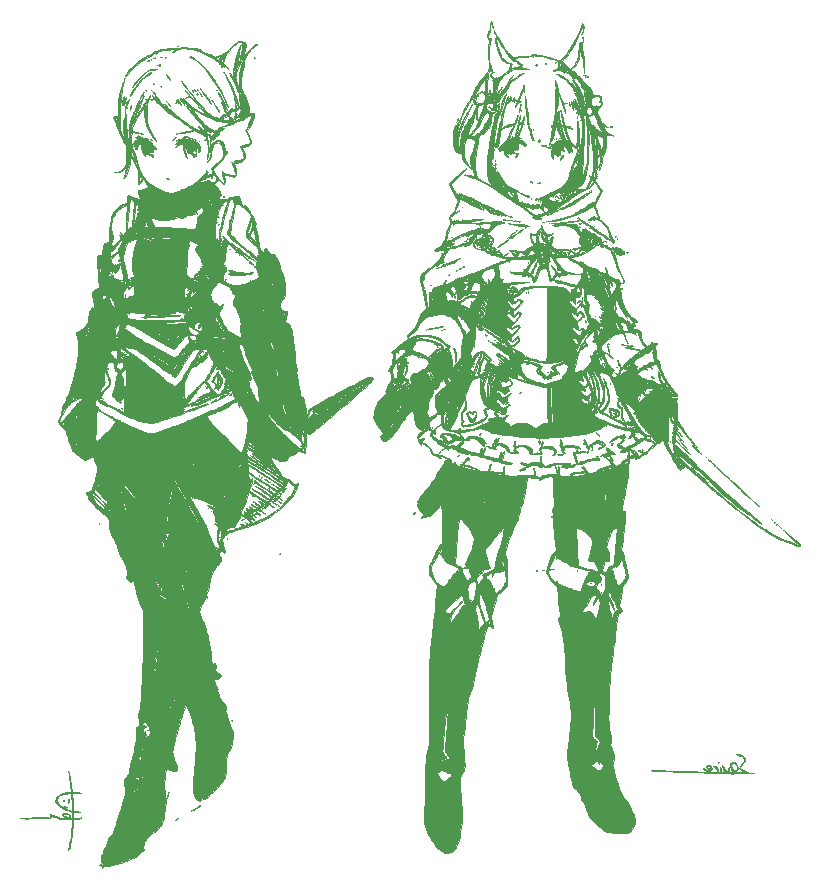
<source format=gbo>
G04 #@! TF.GenerationSoftware,KiCad,Pcbnew,5.0.0-rc2*
G04 #@! TF.CreationDate,2019-01-05T22:06:41-05:00*
G04 #@! TF.ProjectId,ZMHW_Map,5A4D48575F4D61702E6B696361645F70,rev?*
G04 #@! TF.SameCoordinates,Original*
G04 #@! TF.FileFunction,Legend,Bot*
G04 #@! TF.FilePolarity,Positive*
%FSLAX46Y46*%
G04 Gerber Fmt 4.6, Leading zero omitted, Abs format (unit mm)*
G04 Created by KiCad (PCBNEW 5.0.0-rc2) date Sat Jan  5 22:06:41 2019*
%MOMM*%
%LPD*%
G01*
G04 APERTURE LIST*
%ADD10C,0.010000*%
G04 APERTURE END LIST*
D10*
G04 #@! TO.C,G\002A\002A\002A*
G36*
X214376000Y-60782200D02*
X214401400Y-60807600D01*
X214426800Y-60782200D01*
X214401400Y-60756800D01*
X214376000Y-60782200D01*
X214376000Y-60782200D01*
G37*
X214376000Y-60782200D02*
X214401400Y-60807600D01*
X214426800Y-60782200D01*
X214401400Y-60756800D01*
X214376000Y-60782200D01*
G36*
X202133200Y-61341000D02*
X202158600Y-61366400D01*
X202184000Y-61341000D01*
X202158600Y-61315600D01*
X202133200Y-61341000D01*
X202133200Y-61341000D01*
G37*
X202133200Y-61341000D02*
X202158600Y-61366400D01*
X202184000Y-61341000D01*
X202158600Y-61315600D01*
X202133200Y-61341000D01*
G36*
X181203600Y-35788600D02*
X181229000Y-35814000D01*
X181254400Y-35788600D01*
X181229000Y-35763200D01*
X181203600Y-35788600D01*
X181203600Y-35788600D01*
G37*
X181203600Y-35788600D02*
X181229000Y-35814000D01*
X181254400Y-35788600D01*
X181229000Y-35763200D01*
X181203600Y-35788600D01*
G36*
X202438000Y-34569400D02*
X202463400Y-34594800D01*
X202488800Y-34569400D01*
X202463400Y-34544000D01*
X202438000Y-34569400D01*
X202438000Y-34569400D01*
G37*
X202438000Y-34569400D02*
X202463400Y-34594800D01*
X202488800Y-34569400D01*
X202463400Y-34544000D01*
X202438000Y-34569400D01*
G36*
X212142868Y-34377676D02*
X212140800Y-34391600D01*
X212158133Y-34441079D01*
X212163202Y-34442400D01*
X212206574Y-34406802D01*
X212217000Y-34391600D01*
X212212973Y-34344788D01*
X212194599Y-34340800D01*
X212142868Y-34377676D01*
X212142868Y-34377676D01*
G37*
X212142868Y-34377676D02*
X212140800Y-34391600D01*
X212158133Y-34441079D01*
X212163202Y-34442400D01*
X212206574Y-34406802D01*
X212217000Y-34391600D01*
X212212973Y-34344788D01*
X212194599Y-34340800D01*
X212142868Y-34377676D01*
G36*
X202072481Y-34736594D02*
X202013563Y-34834770D01*
X202006200Y-34848800D01*
X201960158Y-34950432D01*
X201950396Y-35000194D01*
X201952791Y-35001200D01*
X201990720Y-34961005D01*
X202049638Y-34862829D01*
X202057000Y-34848800D01*
X202103043Y-34747167D01*
X202112805Y-34697405D01*
X202110410Y-34696400D01*
X202072481Y-34736594D01*
X202072481Y-34736594D01*
G37*
X202072481Y-34736594D02*
X202013563Y-34834770D01*
X202006200Y-34848800D01*
X201960158Y-34950432D01*
X201950396Y-35000194D01*
X201952791Y-35001200D01*
X201990720Y-34961005D01*
X202049638Y-34862829D01*
X202057000Y-34848800D01*
X202103043Y-34747167D01*
X202112805Y-34697405D01*
X202110410Y-34696400D01*
X202072481Y-34736594D01*
G36*
X204774800Y-41732200D02*
X204800200Y-41757600D01*
X204825600Y-41732200D01*
X204800200Y-41706800D01*
X204774800Y-41732200D01*
X204774800Y-41732200D01*
G37*
X204774800Y-41732200D02*
X204800200Y-41757600D01*
X204825600Y-41732200D01*
X204800200Y-41706800D01*
X204774800Y-41732200D01*
G36*
X210566000Y-42341800D02*
X210591400Y-42367200D01*
X210616800Y-42341800D01*
X210591400Y-42316400D01*
X210566000Y-42341800D01*
X210566000Y-42341800D01*
G37*
X210566000Y-42341800D02*
X210591400Y-42367200D01*
X210616800Y-42341800D01*
X210591400Y-42316400D01*
X210566000Y-42341800D01*
G36*
X209499200Y-42443400D02*
X209524600Y-42468800D01*
X209550000Y-42443400D01*
X209524600Y-42418000D01*
X209499200Y-42443400D01*
X209499200Y-42443400D01*
G37*
X209499200Y-42443400D02*
X209524600Y-42468800D01*
X209550000Y-42443400D01*
X209524600Y-42418000D01*
X209499200Y-42443400D01*
G36*
X209092800Y-42545000D02*
X209118200Y-42570400D01*
X209143600Y-42545000D01*
X209118200Y-42519600D01*
X209092800Y-42545000D01*
X209092800Y-42545000D01*
G37*
X209092800Y-42545000D02*
X209118200Y-42570400D01*
X209143600Y-42545000D01*
X209118200Y-42519600D01*
X209092800Y-42545000D01*
G36*
X209516462Y-42550899D02*
X209524600Y-42570400D01*
X209591896Y-42619303D01*
X209606797Y-42621200D01*
X209634339Y-42589900D01*
X209626200Y-42570400D01*
X209558905Y-42521496D01*
X209544004Y-42519600D01*
X209516462Y-42550899D01*
X209516462Y-42550899D01*
G37*
X209516462Y-42550899D02*
X209524600Y-42570400D01*
X209591896Y-42619303D01*
X209606797Y-42621200D01*
X209634339Y-42589900D01*
X209626200Y-42570400D01*
X209558905Y-42521496D01*
X209544004Y-42519600D01*
X209516462Y-42550899D01*
G36*
X209234366Y-42445328D02*
X209235533Y-42447578D01*
X209299689Y-42543963D01*
X209372793Y-42620277D01*
X209430239Y-42654706D01*
X209448400Y-42636275D01*
X209414179Y-42572723D01*
X209330227Y-42479747D01*
X209314506Y-42464955D01*
X209230453Y-42390948D01*
X209207606Y-42385256D01*
X209234366Y-42445328D01*
X209234366Y-42445328D01*
G37*
X209234366Y-42445328D02*
X209235533Y-42447578D01*
X209299689Y-42543963D01*
X209372793Y-42620277D01*
X209430239Y-42654706D01*
X209448400Y-42636275D01*
X209414179Y-42572723D01*
X209330227Y-42479747D01*
X209314506Y-42464955D01*
X209230453Y-42390948D01*
X209207606Y-42385256D01*
X209234366Y-42445328D01*
G36*
X209806856Y-42291000D02*
X209832910Y-42354432D01*
X209896870Y-42446237D01*
X209977139Y-42541721D01*
X210052122Y-42616187D01*
X210100220Y-42644940D01*
X210107434Y-42634701D01*
X210076396Y-42561232D01*
X209996789Y-42451045D01*
X209957890Y-42406101D01*
X209868494Y-42317785D01*
X209814307Y-42283456D01*
X209806856Y-42291000D01*
X209806856Y-42291000D01*
G37*
X209806856Y-42291000D02*
X209832910Y-42354432D01*
X209896870Y-42446237D01*
X209977139Y-42541721D01*
X210052122Y-42616187D01*
X210100220Y-42644940D01*
X210107434Y-42634701D01*
X210076396Y-42561232D01*
X209996789Y-42451045D01*
X209957890Y-42406101D01*
X209868494Y-42317785D01*
X209814307Y-42283456D01*
X209806856Y-42291000D01*
G36*
X209500786Y-42144261D02*
X209543511Y-42238097D01*
X209636428Y-42360859D01*
X209725589Y-42483203D01*
X209779681Y-42585199D01*
X209785308Y-42605891D01*
X209822012Y-42705550D01*
X209879511Y-42751797D01*
X209928288Y-42727189D01*
X209922911Y-42697400D01*
X209905600Y-42697400D01*
X209880200Y-42722800D01*
X209854800Y-42697400D01*
X209880200Y-42672000D01*
X209905600Y-42697400D01*
X209922911Y-42697400D01*
X209916944Y-42664353D01*
X209860874Y-42548943D01*
X209777700Y-42408607D01*
X209685044Y-42270990D01*
X209600530Y-42163738D01*
X209541780Y-42114499D01*
X209537300Y-42113801D01*
X209500786Y-42144261D01*
X209500786Y-42144261D01*
G37*
X209500786Y-42144261D02*
X209543511Y-42238097D01*
X209636428Y-42360859D01*
X209725589Y-42483203D01*
X209779681Y-42585199D01*
X209785308Y-42605891D01*
X209822012Y-42705550D01*
X209879511Y-42751797D01*
X209928288Y-42727189D01*
X209922911Y-42697400D01*
X209905600Y-42697400D01*
X209880200Y-42722800D01*
X209854800Y-42697400D01*
X209880200Y-42672000D01*
X209905600Y-42697400D01*
X209922911Y-42697400D01*
X209916944Y-42664353D01*
X209860874Y-42548943D01*
X209777700Y-42408607D01*
X209685044Y-42270990D01*
X209600530Y-42163738D01*
X209541780Y-42114499D01*
X209537300Y-42113801D01*
X209500786Y-42144261D01*
G36*
X209296000Y-42793003D02*
X209331763Y-42839363D01*
X209346800Y-42849800D01*
X209394293Y-42862744D01*
X209397600Y-42855796D01*
X209361838Y-42809436D01*
X209346800Y-42799000D01*
X209299308Y-42786055D01*
X209296000Y-42793003D01*
X209296000Y-42793003D01*
G37*
X209296000Y-42793003D02*
X209331763Y-42839363D01*
X209346800Y-42849800D01*
X209394293Y-42862744D01*
X209397600Y-42855796D01*
X209361838Y-42809436D01*
X209346800Y-42799000D01*
X209299308Y-42786055D01*
X209296000Y-42793003D01*
G36*
X167496800Y-93592405D02*
X167469854Y-93648173D01*
X167470396Y-93729916D01*
X167489819Y-93752771D01*
X167528099Y-93736048D01*
X167538400Y-93678198D01*
X167527119Y-93586665D01*
X167496800Y-93592405D01*
X167496800Y-93592405D01*
G37*
X167496800Y-93592405D02*
X167469854Y-93648173D01*
X167470396Y-93729916D01*
X167489819Y-93752771D01*
X167528099Y-93736048D01*
X167538400Y-93678198D01*
X167527119Y-93586665D01*
X167496800Y-93592405D01*
G36*
X167901645Y-93594757D02*
X167905709Y-93708655D01*
X167925063Y-93853000D01*
X167966433Y-93710934D01*
X167986518Y-93599068D01*
X167976301Y-93537367D01*
X167926720Y-93525084D01*
X167901645Y-93594757D01*
X167901645Y-93594757D01*
G37*
X167901645Y-93594757D02*
X167905709Y-93708655D01*
X167925063Y-93853000D01*
X167966433Y-93710934D01*
X167986518Y-93599068D01*
X167976301Y-93537367D01*
X167926720Y-93525084D01*
X167901645Y-93594757D01*
G36*
X167538400Y-94112079D02*
X167575844Y-94204596D01*
X167662154Y-94264669D01*
X167758303Y-94275269D01*
X167817800Y-94234000D01*
X167803712Y-94192700D01*
X167754759Y-94183200D01*
X167641356Y-94152073D01*
X167599361Y-94122239D01*
X167548434Y-94094044D01*
X167538400Y-94112079D01*
X167538400Y-94112079D01*
G37*
X167538400Y-94112079D02*
X167575844Y-94204596D01*
X167662154Y-94264669D01*
X167758303Y-94275269D01*
X167817800Y-94234000D01*
X167803712Y-94192700D01*
X167754759Y-94183200D01*
X167641356Y-94152073D01*
X167599361Y-94122239D01*
X167548434Y-94094044D01*
X167538400Y-94112079D01*
G36*
X203606400Y-44831000D02*
X203631800Y-44856400D01*
X203657200Y-44831000D01*
X203631800Y-44805600D01*
X203606400Y-44831000D01*
X203606400Y-44831000D01*
G37*
X203606400Y-44831000D02*
X203631800Y-44856400D01*
X203657200Y-44831000D01*
X203631800Y-44805600D01*
X203606400Y-44831000D01*
G36*
X200507600Y-44881800D02*
X200533000Y-44907200D01*
X200558400Y-44881800D01*
X200533000Y-44856400D01*
X200507600Y-44881800D01*
X200507600Y-44881800D01*
G37*
X200507600Y-44881800D02*
X200533000Y-44907200D01*
X200558400Y-44881800D01*
X200533000Y-44856400D01*
X200507600Y-44881800D01*
G36*
X203606400Y-45034200D02*
X203631800Y-45059600D01*
X203657200Y-45034200D01*
X203631800Y-45008800D01*
X203606400Y-45034200D01*
X203606400Y-45034200D01*
G37*
X203606400Y-45034200D02*
X203631800Y-45059600D01*
X203657200Y-45034200D01*
X203631800Y-45008800D01*
X203606400Y-45034200D01*
G36*
X202742800Y-45085000D02*
X202768200Y-45110400D01*
X202793600Y-45085000D01*
X202768200Y-45059600D01*
X202742800Y-45085000D01*
X202742800Y-45085000D01*
G37*
X202742800Y-45085000D02*
X202768200Y-45110400D01*
X202793600Y-45085000D01*
X202768200Y-45059600D01*
X202742800Y-45085000D01*
G36*
X202946000Y-45186600D02*
X202971400Y-45212000D01*
X202996800Y-45186600D01*
X202971400Y-45161200D01*
X202946000Y-45186600D01*
X202946000Y-45186600D01*
G37*
X202946000Y-45186600D02*
X202971400Y-45212000D01*
X202996800Y-45186600D01*
X202971400Y-45161200D01*
X202946000Y-45186600D01*
G36*
X200355200Y-45948600D02*
X200380600Y-45974000D01*
X200406000Y-45948600D01*
X200380600Y-45923200D01*
X200355200Y-45948600D01*
X200355200Y-45948600D01*
G37*
X200355200Y-45948600D02*
X200380600Y-45974000D01*
X200406000Y-45948600D01*
X200380600Y-45923200D01*
X200355200Y-45948600D01*
G36*
X211836000Y-46253400D02*
X211861400Y-46278800D01*
X211886800Y-46253400D01*
X211861400Y-46228000D01*
X211836000Y-46253400D01*
X211836000Y-46253400D01*
G37*
X211836000Y-46253400D02*
X211861400Y-46278800D01*
X211886800Y-46253400D01*
X211861400Y-46228000D01*
X211836000Y-46253400D01*
G36*
X212094011Y-46192898D02*
X212068847Y-46254812D01*
X212039200Y-46253400D01*
X211992389Y-46257427D01*
X211988400Y-46275801D01*
X211946888Y-46322458D01*
X211905980Y-46329600D01*
X211852074Y-46342961D01*
X211880749Y-46398415D01*
X211886800Y-46405800D01*
X211972024Y-46474853D01*
X212040790Y-46447313D01*
X212092926Y-46347304D01*
X212123147Y-46229903D01*
X212121079Y-46156804D01*
X212100823Y-46149559D01*
X212094011Y-46192898D01*
X212094011Y-46192898D01*
G37*
X212094011Y-46192898D02*
X212068847Y-46254812D01*
X212039200Y-46253400D01*
X211992389Y-46257427D01*
X211988400Y-46275801D01*
X211946888Y-46322458D01*
X211905980Y-46329600D01*
X211852074Y-46342961D01*
X211880749Y-46398415D01*
X211886800Y-46405800D01*
X211972024Y-46474853D01*
X212040790Y-46447313D01*
X212092926Y-46347304D01*
X212123147Y-46229903D01*
X212121079Y-46156804D01*
X212100823Y-46149559D01*
X212094011Y-46192898D01*
G36*
X207932667Y-45574318D02*
X207941391Y-45643800D01*
X207982135Y-45864040D01*
X208033856Y-46064361D01*
X208089172Y-46222122D01*
X208140701Y-46314683D01*
X208165022Y-46329600D01*
X208224704Y-46317706D01*
X208229200Y-46310817D01*
X208212733Y-46238298D01*
X208170762Y-46103011D01*
X208114435Y-45936947D01*
X208054901Y-45772099D01*
X208003308Y-45640457D01*
X207974041Y-45578592D01*
X207938630Y-45534861D01*
X207932667Y-45574318D01*
X207932667Y-45574318D01*
G37*
X207932667Y-45574318D02*
X207941391Y-45643800D01*
X207982135Y-45864040D01*
X208033856Y-46064361D01*
X208089172Y-46222122D01*
X208140701Y-46314683D01*
X208165022Y-46329600D01*
X208224704Y-46317706D01*
X208229200Y-46310817D01*
X208212733Y-46238298D01*
X208170762Y-46103011D01*
X208114435Y-45936947D01*
X208054901Y-45772099D01*
X208003308Y-45640457D01*
X207974041Y-45578592D01*
X207938630Y-45534861D01*
X207932667Y-45574318D01*
G36*
X208229200Y-46558200D02*
X208254600Y-46583600D01*
X208280000Y-46558200D01*
X208254600Y-46532800D01*
X208229200Y-46558200D01*
X208229200Y-46558200D01*
G37*
X208229200Y-46558200D02*
X208254600Y-46583600D01*
X208280000Y-46558200D01*
X208254600Y-46532800D01*
X208229200Y-46558200D01*
G36*
X212039200Y-46761400D02*
X212064600Y-46786800D01*
X212090000Y-46761400D01*
X212064600Y-46736000D01*
X212039200Y-46761400D01*
X212039200Y-46761400D01*
G37*
X212039200Y-46761400D02*
X212064600Y-46786800D01*
X212090000Y-46761400D01*
X212064600Y-46736000D01*
X212039200Y-46761400D01*
G36*
X212191600Y-46761400D02*
X212217000Y-46786800D01*
X212242400Y-46761400D01*
X212217000Y-46736000D01*
X212191600Y-46761400D01*
X212191600Y-46761400D01*
G37*
X212191600Y-46761400D02*
X212217000Y-46786800D01*
X212242400Y-46761400D01*
X212217000Y-46736000D01*
X212191600Y-46761400D01*
G36*
X202488800Y-46710600D02*
X202514200Y-46736000D01*
X202539600Y-46710600D01*
X202514200Y-46685200D01*
X202488800Y-46710600D01*
X202488800Y-46710600D01*
G37*
X202488800Y-46710600D02*
X202514200Y-46736000D01*
X202539600Y-46710600D01*
X202514200Y-46685200D01*
X202488800Y-46710600D01*
G36*
X202692000Y-46812200D02*
X202717400Y-46837600D01*
X202742800Y-46812200D01*
X202717400Y-46786800D01*
X202692000Y-46812200D01*
X202692000Y-46812200D01*
G37*
X202692000Y-46812200D02*
X202717400Y-46837600D01*
X202742800Y-46812200D01*
X202717400Y-46786800D01*
X202692000Y-46812200D01*
G36*
X202793600Y-46812200D02*
X202819000Y-46837600D01*
X202844400Y-46812200D01*
X202819000Y-46786800D01*
X202793600Y-46812200D01*
X202793600Y-46812200D01*
G37*
X202793600Y-46812200D02*
X202819000Y-46837600D01*
X202844400Y-46812200D01*
X202819000Y-46786800D01*
X202793600Y-46812200D01*
G36*
X207966198Y-47375771D02*
X207949573Y-47437533D01*
X207982221Y-47476938D01*
X208018182Y-47483756D01*
X208008133Y-47459387D01*
X208014192Y-47395758D01*
X208038384Y-47379349D01*
X208072201Y-47355827D01*
X208041699Y-47349610D01*
X207966198Y-47375771D01*
X207966198Y-47375771D01*
G37*
X207966198Y-47375771D02*
X207949573Y-47437533D01*
X207982221Y-47476938D01*
X208018182Y-47483756D01*
X208008133Y-47459387D01*
X208014192Y-47395758D01*
X208038384Y-47379349D01*
X208072201Y-47355827D01*
X208041699Y-47349610D01*
X207966198Y-47375771D01*
G36*
X207941334Y-47565733D02*
X207935254Y-47626021D01*
X207941334Y-47633466D01*
X207971534Y-47626493D01*
X207975200Y-47599600D01*
X207956614Y-47557785D01*
X207941334Y-47565733D01*
X207941334Y-47565733D01*
G37*
X207941334Y-47565733D02*
X207935254Y-47626021D01*
X207941334Y-47633466D01*
X207971534Y-47626493D01*
X207975200Y-47599600D01*
X207956614Y-47557785D01*
X207941334Y-47565733D01*
G36*
X207570900Y-48003606D02*
X207505366Y-48110003D01*
X207415709Y-48274283D01*
X207317519Y-48467612D01*
X207197095Y-48722520D01*
X207127319Y-48898532D01*
X207106508Y-49003841D01*
X207132985Y-49046640D01*
X207200817Y-49036711D01*
X207245414Y-48993793D01*
X207241692Y-48976202D01*
X207244319Y-48896427D01*
X207296495Y-48734594D01*
X207396225Y-48496196D01*
X207489379Y-48294846D01*
X207557663Y-48139298D01*
X207598161Y-48022496D01*
X207602565Y-47972031D01*
X207570900Y-48003606D01*
X207570900Y-48003606D01*
G37*
X207570900Y-48003606D02*
X207505366Y-48110003D01*
X207415709Y-48274283D01*
X207317519Y-48467612D01*
X207197095Y-48722520D01*
X207127319Y-48898532D01*
X207106508Y-49003841D01*
X207132985Y-49046640D01*
X207200817Y-49036711D01*
X207245414Y-48993793D01*
X207241692Y-48976202D01*
X207244319Y-48896427D01*
X207296495Y-48734594D01*
X207396225Y-48496196D01*
X207489379Y-48294846D01*
X207557663Y-48139298D01*
X207598161Y-48022496D01*
X207602565Y-47972031D01*
X207570900Y-48003606D01*
G36*
X211886800Y-49047400D02*
X211912200Y-49072800D01*
X211937600Y-49047400D01*
X211912200Y-49022000D01*
X211886800Y-49047400D01*
X211886800Y-49047400D01*
G37*
X211886800Y-49047400D02*
X211912200Y-49072800D01*
X211937600Y-49047400D01*
X211912200Y-49022000D01*
X211886800Y-49047400D01*
G36*
X208635600Y-48031400D02*
X208661000Y-48056800D01*
X208686400Y-48031400D01*
X208661000Y-48006000D01*
X208635600Y-48031400D01*
X208635600Y-48031400D01*
G37*
X208635600Y-48031400D02*
X208661000Y-48056800D01*
X208686400Y-48031400D01*
X208661000Y-48006000D01*
X208635600Y-48031400D01*
G36*
X209312934Y-48683333D02*
X209319907Y-48713533D01*
X209346800Y-48717200D01*
X209388615Y-48698613D01*
X209380667Y-48683333D01*
X209320379Y-48677253D01*
X209312934Y-48683333D01*
X209312934Y-48683333D01*
G37*
X209312934Y-48683333D02*
X209319907Y-48713533D01*
X209346800Y-48717200D01*
X209388615Y-48698613D01*
X209380667Y-48683333D01*
X209320379Y-48677253D01*
X209312934Y-48683333D01*
G36*
X212039200Y-47066200D02*
X212064600Y-47091600D01*
X212090000Y-47066200D01*
X212064600Y-47040800D01*
X212039200Y-47066200D01*
X212039200Y-47066200D01*
G37*
X212039200Y-47066200D02*
X212064600Y-47091600D01*
X212090000Y-47066200D01*
X212064600Y-47040800D01*
X212039200Y-47066200D01*
G36*
X211480400Y-48133000D02*
X211505800Y-48158400D01*
X211531200Y-48133000D01*
X211505800Y-48107600D01*
X211480400Y-48133000D01*
X211480400Y-48133000D01*
G37*
X211480400Y-48133000D02*
X211505800Y-48158400D01*
X211531200Y-48133000D01*
X211505800Y-48107600D01*
X211480400Y-48133000D01*
G36*
X202158966Y-49491629D02*
X202107800Y-49528325D01*
X202022161Y-49590727D01*
X201985034Y-49617225D01*
X202001731Y-49630910D01*
X202016914Y-49631600D01*
X202087697Y-49595610D01*
X202139680Y-49542700D01*
X202182967Y-49483285D01*
X202158966Y-49491629D01*
X202158966Y-49491629D01*
G37*
X202158966Y-49491629D02*
X202107800Y-49528325D01*
X202022161Y-49590727D01*
X201985034Y-49617225D01*
X202001731Y-49630910D01*
X202016914Y-49631600D01*
X202087697Y-49595610D01*
X202139680Y-49542700D01*
X202182967Y-49483285D01*
X202158966Y-49491629D01*
G36*
X213106000Y-49453800D02*
X213131400Y-49479200D01*
X213156800Y-49453800D01*
X213131400Y-49428400D01*
X213106000Y-49453800D01*
X213106000Y-49453800D01*
G37*
X213106000Y-49453800D02*
X213131400Y-49479200D01*
X213156800Y-49453800D01*
X213131400Y-49428400D01*
X213106000Y-49453800D01*
G36*
X213207600Y-49453800D02*
X213233000Y-49479200D01*
X213258400Y-49453800D01*
X213233000Y-49428400D01*
X213207600Y-49453800D01*
X213207600Y-49453800D01*
G37*
X213207600Y-49453800D02*
X213233000Y-49479200D01*
X213258400Y-49453800D01*
X213233000Y-49428400D01*
X213207600Y-49453800D01*
G36*
X202793600Y-49047400D02*
X202819000Y-49072800D01*
X202844400Y-49047400D01*
X202819000Y-49022000D01*
X202793600Y-49047400D01*
X202793600Y-49047400D01*
G37*
X202793600Y-49047400D02*
X202819000Y-49072800D01*
X202844400Y-49047400D01*
X202819000Y-49022000D01*
X202793600Y-49047400D01*
G36*
X203267734Y-49953333D02*
X203261654Y-50013621D01*
X203267734Y-50021066D01*
X203297934Y-50014093D01*
X203301600Y-49987200D01*
X203283014Y-49945385D01*
X203267734Y-49953333D01*
X203267734Y-49953333D01*
G37*
X203267734Y-49953333D02*
X203261654Y-50013621D01*
X203267734Y-50021066D01*
X203297934Y-50014093D01*
X203301600Y-49987200D01*
X203283014Y-49945385D01*
X203267734Y-49953333D01*
G36*
X211836000Y-50571400D02*
X211861400Y-50596800D01*
X211886800Y-50571400D01*
X211861400Y-50546000D01*
X211836000Y-50571400D01*
X211836000Y-50571400D01*
G37*
X211836000Y-50571400D02*
X211861400Y-50596800D01*
X211886800Y-50571400D01*
X211861400Y-50546000D01*
X211836000Y-50571400D01*
G36*
X209160534Y-47667333D02*
X209154454Y-47727621D01*
X209160534Y-47735066D01*
X209190734Y-47728093D01*
X209194400Y-47701200D01*
X209175814Y-47659385D01*
X209160534Y-47667333D01*
X209160534Y-47667333D01*
G37*
X209160534Y-47667333D02*
X209154454Y-47727621D01*
X209160534Y-47735066D01*
X209190734Y-47728093D01*
X209194400Y-47701200D01*
X209175814Y-47659385D01*
X209160534Y-47667333D01*
G36*
X205181200Y-48031400D02*
X205206600Y-48056800D01*
X205232000Y-48031400D01*
X205206600Y-48006000D01*
X205181200Y-48031400D01*
X205181200Y-48031400D01*
G37*
X205181200Y-48031400D02*
X205206600Y-48056800D01*
X205232000Y-48031400D01*
X205206600Y-48006000D01*
X205181200Y-48031400D01*
G36*
X206806800Y-48133000D02*
X206832200Y-48158400D01*
X206857600Y-48133000D01*
X206832200Y-48107600D01*
X206806800Y-48133000D01*
X206806800Y-48133000D01*
G37*
X206806800Y-48133000D02*
X206832200Y-48158400D01*
X206857600Y-48133000D01*
X206832200Y-48107600D01*
X206806800Y-48133000D01*
G36*
X206451200Y-48691800D02*
X206476600Y-48717200D01*
X206502000Y-48691800D01*
X206476600Y-48666400D01*
X206451200Y-48691800D01*
X206451200Y-48691800D01*
G37*
X206451200Y-48691800D02*
X206476600Y-48717200D01*
X206502000Y-48691800D01*
X206476600Y-48666400D01*
X206451200Y-48691800D01*
G36*
X209499200Y-49199800D02*
X209524600Y-49225200D01*
X209550000Y-49199800D01*
X209524600Y-49174400D01*
X209499200Y-49199800D01*
X209499200Y-49199800D01*
G37*
X209499200Y-49199800D02*
X209524600Y-49225200D01*
X209550000Y-49199800D01*
X209524600Y-49174400D01*
X209499200Y-49199800D01*
G36*
X206857600Y-49301400D02*
X206883000Y-49326800D01*
X206908400Y-49301400D01*
X206883000Y-49276000D01*
X206857600Y-49301400D01*
X206857600Y-49301400D01*
G37*
X206857600Y-49301400D02*
X206883000Y-49326800D01*
X206908400Y-49301400D01*
X206883000Y-49276000D01*
X206857600Y-49301400D01*
G36*
X204520800Y-49504600D02*
X204546200Y-49530000D01*
X204571600Y-49504600D01*
X204546200Y-49479200D01*
X204520800Y-49504600D01*
X204520800Y-49504600D01*
G37*
X204520800Y-49504600D02*
X204546200Y-49530000D01*
X204571600Y-49504600D01*
X204546200Y-49479200D01*
X204520800Y-49504600D01*
G36*
X204673200Y-49504600D02*
X204698600Y-49530000D01*
X204724000Y-49504600D01*
X204698600Y-49479200D01*
X204673200Y-49504600D01*
X204673200Y-49504600D01*
G37*
X204673200Y-49504600D02*
X204698600Y-49530000D01*
X204724000Y-49504600D01*
X204698600Y-49479200D01*
X204673200Y-49504600D01*
G36*
X209042000Y-49606200D02*
X209067400Y-49631600D01*
X209092800Y-49606200D01*
X209067400Y-49580800D01*
X209042000Y-49606200D01*
X209042000Y-49606200D01*
G37*
X209042000Y-49606200D02*
X209067400Y-49631600D01*
X209092800Y-49606200D01*
X209067400Y-49580800D01*
X209042000Y-49606200D01*
G36*
X210972400Y-50215800D02*
X210997800Y-50241200D01*
X211023200Y-50215800D01*
X210997800Y-50190400D01*
X210972400Y-50215800D01*
X210972400Y-50215800D01*
G37*
X210972400Y-50215800D02*
X210997800Y-50241200D01*
X211023200Y-50215800D01*
X210997800Y-50190400D01*
X210972400Y-50215800D01*
G36*
X205081148Y-50176570D02*
X205062071Y-50213609D01*
X205049072Y-50285189D01*
X205083197Y-50271296D01*
X205107089Y-50237820D01*
X205122704Y-50171332D01*
X205116363Y-50159429D01*
X205081148Y-50176570D01*
X205081148Y-50176570D01*
G37*
X205081148Y-50176570D02*
X205062071Y-50213609D01*
X205049072Y-50285189D01*
X205083197Y-50271296D01*
X205107089Y-50237820D01*
X205122704Y-50171332D01*
X205116363Y-50159429D01*
X205081148Y-50176570D01*
G36*
X205248934Y-50207333D02*
X205242854Y-50267621D01*
X205248934Y-50275066D01*
X205279134Y-50268093D01*
X205282800Y-50241200D01*
X205264214Y-50199385D01*
X205248934Y-50207333D01*
X205248934Y-50207333D01*
G37*
X205248934Y-50207333D02*
X205242854Y-50267621D01*
X205248934Y-50275066D01*
X205279134Y-50268093D01*
X205282800Y-50241200D01*
X205264214Y-50199385D01*
X205248934Y-50207333D01*
G36*
X205028800Y-50413003D02*
X205064563Y-50459363D01*
X205079600Y-50469800D01*
X205127093Y-50482744D01*
X205130400Y-50475796D01*
X205094638Y-50429436D01*
X205079600Y-50419000D01*
X205032108Y-50406055D01*
X205028800Y-50413003D01*
X205028800Y-50413003D01*
G37*
X205028800Y-50413003D02*
X205064563Y-50459363D01*
X205079600Y-50469800D01*
X205127093Y-50482744D01*
X205130400Y-50475796D01*
X205094638Y-50429436D01*
X205079600Y-50419000D01*
X205032108Y-50406055D01*
X205028800Y-50413003D01*
G36*
X205386769Y-50182936D02*
X205337928Y-50253900D01*
X205312583Y-50356663D01*
X205316804Y-50405718D01*
X205299113Y-50423340D01*
X205260039Y-50412983D01*
X205192934Y-50409102D01*
X205190760Y-50458910D01*
X205251892Y-50539331D01*
X205270100Y-50555799D01*
X205403394Y-50655597D01*
X205482814Y-50677985D01*
X205498717Y-50668750D01*
X205568465Y-50642906D01*
X205710135Y-50617059D01*
X205854300Y-50600300D01*
X205881523Y-50553524D01*
X205892400Y-50450242D01*
X205854122Y-50318174D01*
X205827219Y-50289722D01*
X205580794Y-50289722D01*
X205564145Y-50386615D01*
X205526641Y-50434240D01*
X205466390Y-50486014D01*
X205440817Y-50466739D01*
X205435227Y-50361975D01*
X205435200Y-50344394D01*
X205448267Y-50239642D01*
X205494282Y-50217607D01*
X205511400Y-50222829D01*
X205580794Y-50289722D01*
X205827219Y-50289722D01*
X205757339Y-50215821D01*
X205629132Y-50152770D01*
X205496582Y-50138612D01*
X205386769Y-50182936D01*
X205386769Y-50182936D01*
G37*
X205386769Y-50182936D02*
X205337928Y-50253900D01*
X205312583Y-50356663D01*
X205316804Y-50405718D01*
X205299113Y-50423340D01*
X205260039Y-50412983D01*
X205192934Y-50409102D01*
X205190760Y-50458910D01*
X205251892Y-50539331D01*
X205270100Y-50555799D01*
X205403394Y-50655597D01*
X205482814Y-50677985D01*
X205498717Y-50668750D01*
X205568465Y-50642906D01*
X205710135Y-50617059D01*
X205854300Y-50600300D01*
X205881523Y-50553524D01*
X205892400Y-50450242D01*
X205854122Y-50318174D01*
X205827219Y-50289722D01*
X205580794Y-50289722D01*
X205564145Y-50386615D01*
X205526641Y-50434240D01*
X205466390Y-50486014D01*
X205440817Y-50466739D01*
X205435227Y-50361975D01*
X205435200Y-50344394D01*
X205448267Y-50239642D01*
X205494282Y-50217607D01*
X205511400Y-50222829D01*
X205580794Y-50289722D01*
X205827219Y-50289722D01*
X205757339Y-50215821D01*
X205629132Y-50152770D01*
X205496582Y-50138612D01*
X205386769Y-50182936D01*
G36*
X210972400Y-50673000D02*
X210997800Y-50698400D01*
X211023200Y-50673000D01*
X210997800Y-50647600D01*
X210972400Y-50673000D01*
X210972400Y-50673000D01*
G37*
X210972400Y-50673000D02*
X210997800Y-50698400D01*
X211023200Y-50673000D01*
X210997800Y-50647600D01*
X210972400Y-50673000D01*
G36*
X205536800Y-50723800D02*
X205562200Y-50749200D01*
X205587600Y-50723800D01*
X205562200Y-50698400D01*
X205536800Y-50723800D01*
X205536800Y-50723800D01*
G37*
X205536800Y-50723800D02*
X205562200Y-50749200D01*
X205587600Y-50723800D01*
X205562200Y-50698400D01*
X205536800Y-50723800D01*
G36*
X210769200Y-50825400D02*
X210794600Y-50850800D01*
X210820000Y-50825400D01*
X210794600Y-50800000D01*
X210769200Y-50825400D01*
X210769200Y-50825400D01*
G37*
X210769200Y-50825400D02*
X210794600Y-50850800D01*
X210820000Y-50825400D01*
X210794600Y-50800000D01*
X210769200Y-50825400D01*
G36*
X214325200Y-50825400D02*
X214350600Y-50850800D01*
X214376000Y-50825400D01*
X214350600Y-50800000D01*
X214325200Y-50825400D01*
X214325200Y-50825400D01*
G37*
X214325200Y-50825400D02*
X214350600Y-50850800D01*
X214376000Y-50825400D01*
X214350600Y-50800000D01*
X214325200Y-50825400D01*
G36*
X200660000Y-50673000D02*
X200685400Y-50698400D01*
X200710800Y-50673000D01*
X200685400Y-50647600D01*
X200660000Y-50673000D01*
X200660000Y-50673000D01*
G37*
X200660000Y-50673000D02*
X200685400Y-50698400D01*
X200710800Y-50673000D01*
X200685400Y-50647600D01*
X200660000Y-50673000D01*
G36*
X200609200Y-50774600D02*
X200634600Y-50800000D01*
X200660000Y-50774600D01*
X200634600Y-50749200D01*
X200609200Y-50774600D01*
X200609200Y-50774600D01*
G37*
X200609200Y-50774600D02*
X200634600Y-50800000D01*
X200660000Y-50774600D01*
X200634600Y-50749200D01*
X200609200Y-50774600D01*
G36*
X201980800Y-50825400D02*
X202006200Y-50850800D01*
X202031600Y-50825400D01*
X202006200Y-50800000D01*
X201980800Y-50825400D01*
X201980800Y-50825400D01*
G37*
X201980800Y-50825400D02*
X202006200Y-50850800D01*
X202031600Y-50825400D01*
X202006200Y-50800000D01*
X201980800Y-50825400D01*
G36*
X202539600Y-50876200D02*
X202565000Y-50901600D01*
X202590400Y-50876200D01*
X202565000Y-50850800D01*
X202539600Y-50876200D01*
X202539600Y-50876200D01*
G37*
X202539600Y-50876200D02*
X202565000Y-50901600D01*
X202590400Y-50876200D01*
X202565000Y-50850800D01*
X202539600Y-50876200D01*
G36*
X200558400Y-51282600D02*
X200583800Y-51308000D01*
X200609200Y-51282600D01*
X200583800Y-51257200D01*
X200558400Y-51282600D01*
X200558400Y-51282600D01*
G37*
X200558400Y-51282600D02*
X200583800Y-51308000D01*
X200609200Y-51282600D01*
X200583800Y-51257200D01*
X200558400Y-51282600D01*
G36*
X200836456Y-51317810D02*
X200851701Y-51355599D01*
X200899110Y-51380933D01*
X200958458Y-51396400D01*
X200934111Y-51359186D01*
X200927547Y-51352496D01*
X200860942Y-51312370D01*
X200836456Y-51317810D01*
X200836456Y-51317810D01*
G37*
X200836456Y-51317810D02*
X200851701Y-51355599D01*
X200899110Y-51380933D01*
X200958458Y-51396400D01*
X200934111Y-51359186D01*
X200927547Y-51352496D01*
X200860942Y-51312370D01*
X200836456Y-51317810D01*
G36*
X202438000Y-51435000D02*
X202463400Y-51460400D01*
X202488800Y-51435000D01*
X202463400Y-51409600D01*
X202438000Y-51435000D01*
X202438000Y-51435000D01*
G37*
X202438000Y-51435000D02*
X202463400Y-51460400D01*
X202488800Y-51435000D01*
X202463400Y-51409600D01*
X202438000Y-51435000D01*
G36*
X203352400Y-51079400D02*
X203377800Y-51104800D01*
X203403200Y-51079400D01*
X203377800Y-51054000D01*
X203352400Y-51079400D01*
X203352400Y-51079400D01*
G37*
X203352400Y-51079400D02*
X203377800Y-51104800D01*
X203403200Y-51079400D01*
X203377800Y-51054000D01*
X203352400Y-51079400D01*
G36*
X203074122Y-51480510D02*
X203130651Y-51585082D01*
X203170085Y-51646041D01*
X203246680Y-51750492D01*
X203294090Y-51799223D01*
X203301600Y-51795688D01*
X203278053Y-51725822D01*
X203221323Y-51622427D01*
X203152280Y-51517589D01*
X203091790Y-51443391D01*
X203062690Y-51428377D01*
X203074122Y-51480510D01*
X203074122Y-51480510D01*
G37*
X203074122Y-51480510D02*
X203130651Y-51585082D01*
X203170085Y-51646041D01*
X203246680Y-51750492D01*
X203294090Y-51799223D01*
X203301600Y-51795688D01*
X203278053Y-51725822D01*
X203221323Y-51622427D01*
X203152280Y-51517589D01*
X203091790Y-51443391D01*
X203062690Y-51428377D01*
X203074122Y-51480510D01*
G36*
X211112100Y-51405755D02*
X211005945Y-51505039D01*
X210972985Y-51553248D01*
X210988945Y-51562000D01*
X211029786Y-51527922D01*
X211109492Y-51443802D01*
X211128645Y-51422300D01*
X211251800Y-51282600D01*
X211112100Y-51405755D01*
X211112100Y-51405755D01*
G37*
X211112100Y-51405755D02*
X211005945Y-51505039D01*
X210972985Y-51553248D01*
X210988945Y-51562000D01*
X211029786Y-51527922D01*
X211109492Y-51443802D01*
X211128645Y-51422300D01*
X211251800Y-51282600D01*
X211112100Y-51405755D01*
G36*
X201980800Y-51435000D02*
X202006200Y-51460400D01*
X202031600Y-51435000D01*
X202006200Y-51409600D01*
X201980800Y-51435000D01*
X201980800Y-51435000D01*
G37*
X201980800Y-51435000D02*
X202006200Y-51460400D01*
X202031600Y-51435000D01*
X202006200Y-51409600D01*
X201980800Y-51435000D01*
G36*
X202844735Y-51624736D02*
X202868835Y-51684747D01*
X202929651Y-51795971D01*
X203009294Y-51929251D01*
X203089876Y-52055431D01*
X203153509Y-52145356D01*
X203180262Y-52171600D01*
X203174914Y-52133049D01*
X203131562Y-52039492D01*
X203127513Y-52031900D01*
X203049141Y-51895862D01*
X202966364Y-51766680D01*
X202895121Y-51667300D01*
X202851349Y-51620671D01*
X202844735Y-51624736D01*
X202844735Y-51624736D01*
G37*
X202844735Y-51624736D02*
X202868835Y-51684747D01*
X202929651Y-51795971D01*
X203009294Y-51929251D01*
X203089876Y-52055431D01*
X203153509Y-52145356D01*
X203180262Y-52171600D01*
X203174914Y-52133049D01*
X203131562Y-52039492D01*
X203127513Y-52031900D01*
X203049141Y-51895862D01*
X202966364Y-51766680D01*
X202895121Y-51667300D01*
X202851349Y-51620671D01*
X202844735Y-51624736D01*
G36*
X202817029Y-51839721D02*
X202873060Y-51949462D01*
X202938424Y-52055812D01*
X203023126Y-52178720D01*
X203080965Y-52250021D01*
X203097803Y-52256845D01*
X203075014Y-52187790D01*
X203017624Y-52077400D01*
X202943753Y-51954853D01*
X202871526Y-51849324D01*
X202819063Y-51789989D01*
X202805849Y-51786817D01*
X202817029Y-51839721D01*
X202817029Y-51839721D01*
G37*
X202817029Y-51839721D02*
X202873060Y-51949462D01*
X202938424Y-52055812D01*
X203023126Y-52178720D01*
X203080965Y-52250021D01*
X203097803Y-52256845D01*
X203075014Y-52187790D01*
X203017624Y-52077400D01*
X202943753Y-51954853D01*
X202871526Y-51849324D01*
X202819063Y-51789989D01*
X202805849Y-51786817D01*
X202817029Y-51839721D01*
G36*
X211937600Y-51993800D02*
X211963000Y-52019200D01*
X211988400Y-51993800D01*
X211963000Y-51968400D01*
X211937600Y-51993800D01*
X211937600Y-51993800D01*
G37*
X211937600Y-51993800D02*
X211963000Y-52019200D01*
X211988400Y-51993800D01*
X211963000Y-51968400D01*
X211937600Y-51993800D01*
G36*
X212496400Y-52654200D02*
X212521800Y-52679600D01*
X212547200Y-52654200D01*
X212521800Y-52628800D01*
X212496400Y-52654200D01*
X212496400Y-52654200D01*
G37*
X212496400Y-52654200D02*
X212521800Y-52679600D01*
X212547200Y-52654200D01*
X212521800Y-52628800D01*
X212496400Y-52654200D01*
G36*
X213376934Y-53153733D02*
X213370854Y-53214021D01*
X213376934Y-53221466D01*
X213407134Y-53214493D01*
X213410800Y-53187600D01*
X213392214Y-53145785D01*
X213376934Y-53153733D01*
X213376934Y-53153733D01*
G37*
X213376934Y-53153733D02*
X213370854Y-53214021D01*
X213376934Y-53221466D01*
X213407134Y-53214493D01*
X213410800Y-53187600D01*
X213392214Y-53145785D01*
X213376934Y-53153733D01*
G36*
X214274400Y-52400200D02*
X214299800Y-52425600D01*
X214325200Y-52400200D01*
X214299800Y-52374800D01*
X214274400Y-52400200D01*
X214274400Y-52400200D01*
G37*
X214274400Y-52400200D02*
X214299800Y-52425600D01*
X214325200Y-52400200D01*
X214299800Y-52374800D01*
X214274400Y-52400200D01*
G36*
X215188800Y-52806600D02*
X215214200Y-52832000D01*
X215239600Y-52806600D01*
X215214200Y-52781200D01*
X215188800Y-52806600D01*
X215188800Y-52806600D01*
G37*
X215188800Y-52806600D02*
X215214200Y-52832000D01*
X215239600Y-52806600D01*
X215214200Y-52781200D01*
X215188800Y-52806600D01*
G36*
X215188800Y-53009800D02*
X215214200Y-53035200D01*
X215239600Y-53009800D01*
X215214200Y-52984400D01*
X215188800Y-53009800D01*
X215188800Y-53009800D01*
G37*
X215188800Y-53009800D02*
X215214200Y-53035200D01*
X215239600Y-53009800D01*
X215214200Y-52984400D01*
X215188800Y-53009800D01*
G36*
X215341200Y-53060600D02*
X215366600Y-53086000D01*
X215392000Y-53060600D01*
X215366600Y-53035200D01*
X215341200Y-53060600D01*
X215341200Y-53060600D01*
G37*
X215341200Y-53060600D02*
X215366600Y-53086000D01*
X215392000Y-53060600D01*
X215366600Y-53035200D01*
X215341200Y-53060600D01*
G36*
X211655315Y-53018336D02*
X211664217Y-53057961D01*
X211705211Y-53129465D01*
X211731718Y-53117487D01*
X211734400Y-53088998D01*
X211697505Y-53020112D01*
X211684182Y-53010159D01*
X211655315Y-53018336D01*
X211655315Y-53018336D01*
G37*
X211655315Y-53018336D02*
X211664217Y-53057961D01*
X211705211Y-53129465D01*
X211731718Y-53117487D01*
X211734400Y-53088998D01*
X211697505Y-53020112D01*
X211684182Y-53010159D01*
X211655315Y-53018336D01*
G36*
X213021334Y-53712533D02*
X213015254Y-53772821D01*
X213021334Y-53780266D01*
X213051534Y-53773293D01*
X213055200Y-53746400D01*
X213036614Y-53704585D01*
X213021334Y-53712533D01*
X213021334Y-53712533D01*
G37*
X213021334Y-53712533D02*
X213015254Y-53772821D01*
X213021334Y-53780266D01*
X213051534Y-53773293D01*
X213055200Y-53746400D01*
X213036614Y-53704585D01*
X213021334Y-53712533D01*
G36*
X212835976Y-53782794D02*
X212831833Y-53788733D01*
X212847374Y-53825840D01*
X212879635Y-53831066D01*
X212945855Y-53807536D01*
X212953600Y-53788733D01*
X212915114Y-53747212D01*
X212905799Y-53746400D01*
X212835976Y-53782794D01*
X212835976Y-53782794D01*
G37*
X212835976Y-53782794D02*
X212831833Y-53788733D01*
X212847374Y-53825840D01*
X212879635Y-53831066D01*
X212945855Y-53807536D01*
X212953600Y-53788733D01*
X212915114Y-53747212D01*
X212905799Y-53746400D01*
X212835976Y-53782794D01*
G36*
X212852000Y-53924200D02*
X212877400Y-53949600D01*
X212902800Y-53924200D01*
X212877400Y-53898800D01*
X212852000Y-53924200D01*
X212852000Y-53924200D01*
G37*
X212852000Y-53924200D02*
X212877400Y-53949600D01*
X212902800Y-53924200D01*
X212877400Y-53898800D01*
X212852000Y-53924200D01*
G36*
X204419200Y-54533800D02*
X204444600Y-54559200D01*
X204470000Y-54533800D01*
X204444600Y-54508400D01*
X204419200Y-54533800D01*
X204419200Y-54533800D01*
G37*
X204419200Y-54533800D02*
X204444600Y-54559200D01*
X204470000Y-54533800D01*
X204444600Y-54508400D01*
X204419200Y-54533800D01*
G36*
X197256400Y-54991000D02*
X197281800Y-55016400D01*
X197307200Y-54991000D01*
X197281800Y-54965600D01*
X197256400Y-54991000D01*
X197256400Y-54991000D01*
G37*
X197256400Y-54991000D02*
X197281800Y-55016400D01*
X197307200Y-54991000D01*
X197281800Y-54965600D01*
X197256400Y-54991000D01*
G36*
X199136000Y-55245000D02*
X199161400Y-55270400D01*
X199186800Y-55245000D01*
X199161400Y-55219600D01*
X199136000Y-55245000D01*
X199136000Y-55245000D01*
G37*
X199136000Y-55245000D02*
X199161400Y-55270400D01*
X199186800Y-55245000D01*
X199161400Y-55219600D01*
X199136000Y-55245000D01*
G36*
X199542400Y-55448200D02*
X199567800Y-55473600D01*
X199593200Y-55448200D01*
X199567800Y-55422800D01*
X199542400Y-55448200D01*
X199542400Y-55448200D01*
G37*
X199542400Y-55448200D02*
X199567800Y-55473600D01*
X199593200Y-55448200D01*
X199567800Y-55422800D01*
X199542400Y-55448200D01*
G36*
X196189600Y-55448200D02*
X196215000Y-55473600D01*
X196240400Y-55448200D01*
X196215000Y-55422800D01*
X196189600Y-55448200D01*
X196189600Y-55448200D01*
G37*
X196189600Y-55448200D02*
X196215000Y-55473600D01*
X196240400Y-55448200D01*
X196215000Y-55422800D01*
X196189600Y-55448200D01*
G36*
X206197200Y-56362600D02*
X206222600Y-56388000D01*
X206248000Y-56362600D01*
X206222600Y-56337200D01*
X206197200Y-56362600D01*
X206197200Y-56362600D01*
G37*
X206197200Y-56362600D02*
X206222600Y-56388000D01*
X206248000Y-56362600D01*
X206222600Y-56337200D01*
X206197200Y-56362600D01*
G36*
X206654400Y-50673000D02*
X206679800Y-50698400D01*
X206705200Y-50673000D01*
X206679800Y-50647600D01*
X206654400Y-50673000D01*
X206654400Y-50673000D01*
G37*
X206654400Y-50673000D02*
X206679800Y-50698400D01*
X206705200Y-50673000D01*
X206679800Y-50647600D01*
X206654400Y-50673000D01*
G36*
X206814782Y-50627748D02*
X206822898Y-50657125D01*
X206845455Y-50676367D01*
X206853590Y-50626433D01*
X206844250Y-50560544D01*
X206826909Y-50559758D01*
X206814782Y-50627748D01*
X206814782Y-50627748D01*
G37*
X206814782Y-50627748D02*
X206822898Y-50657125D01*
X206845455Y-50676367D01*
X206853590Y-50626433D01*
X206844250Y-50560544D01*
X206826909Y-50559758D01*
X206814782Y-50627748D01*
G36*
X207162400Y-56210200D02*
X207187800Y-56235600D01*
X207213200Y-56210200D01*
X207187800Y-56184800D01*
X207162400Y-56210200D01*
X207162400Y-56210200D01*
G37*
X207162400Y-56210200D02*
X207187800Y-56235600D01*
X207213200Y-56210200D01*
X207187800Y-56184800D01*
X207162400Y-56210200D01*
G36*
X212518915Y-56269536D02*
X212527817Y-56309161D01*
X212568811Y-56380665D01*
X212595318Y-56368687D01*
X212598000Y-56340198D01*
X212561105Y-56271312D01*
X212547782Y-56261359D01*
X212518915Y-56269536D01*
X212518915Y-56269536D01*
G37*
X212518915Y-56269536D02*
X212527817Y-56309161D01*
X212568811Y-56380665D01*
X212595318Y-56368687D01*
X212598000Y-56340198D01*
X212561105Y-56271312D01*
X212547782Y-56261359D01*
X212518915Y-56269536D01*
G36*
X217119200Y-55346600D02*
X217144600Y-55372000D01*
X217170000Y-55346600D01*
X217144600Y-55321200D01*
X217119200Y-55346600D01*
X217119200Y-55346600D01*
G37*
X217119200Y-55346600D02*
X217144600Y-55372000D01*
X217170000Y-55346600D01*
X217144600Y-55321200D01*
X217119200Y-55346600D01*
G36*
X217322400Y-55753000D02*
X217347800Y-55778400D01*
X217373200Y-55753000D01*
X217347800Y-55727600D01*
X217322400Y-55753000D01*
X217322400Y-55753000D01*
G37*
X217322400Y-55753000D02*
X217347800Y-55778400D01*
X217373200Y-55753000D01*
X217347800Y-55727600D01*
X217322400Y-55753000D01*
G36*
X217424000Y-56159400D02*
X217449400Y-56184800D01*
X217474800Y-56159400D01*
X217449400Y-56134000D01*
X217424000Y-56159400D01*
X217424000Y-56159400D01*
G37*
X217424000Y-56159400D02*
X217449400Y-56184800D01*
X217474800Y-56159400D01*
X217449400Y-56134000D01*
X217424000Y-56159400D01*
G36*
X215747600Y-56565800D02*
X215773000Y-56591200D01*
X215798400Y-56565800D01*
X215773000Y-56540400D01*
X215747600Y-56565800D01*
X215747600Y-56565800D01*
G37*
X215747600Y-56565800D02*
X215773000Y-56591200D01*
X215798400Y-56565800D01*
X215773000Y-56540400D01*
X215747600Y-56565800D01*
G36*
X215967734Y-56912933D02*
X215974707Y-56943133D01*
X216001600Y-56946800D01*
X216043415Y-56928213D01*
X216035467Y-56912933D01*
X215975179Y-56906853D01*
X215967734Y-56912933D01*
X215967734Y-56912933D01*
G37*
X215967734Y-56912933D02*
X215974707Y-56943133D01*
X216001600Y-56946800D01*
X216043415Y-56928213D01*
X216035467Y-56912933D01*
X215975179Y-56906853D01*
X215967734Y-56912933D01*
G36*
X203200000Y-54229000D02*
X203225400Y-54254400D01*
X203250800Y-54229000D01*
X203225400Y-54203600D01*
X203200000Y-54229000D01*
X203200000Y-54229000D01*
G37*
X203200000Y-54229000D02*
X203225400Y-54254400D01*
X203250800Y-54229000D01*
X203225400Y-54203600D01*
X203200000Y-54229000D01*
G36*
X203301600Y-54279800D02*
X203327000Y-54305200D01*
X203352400Y-54279800D01*
X203327000Y-54254400D01*
X203301600Y-54279800D01*
X203301600Y-54279800D01*
G37*
X203301600Y-54279800D02*
X203327000Y-54305200D01*
X203352400Y-54279800D01*
X203327000Y-54254400D01*
X203301600Y-54279800D01*
G36*
X203962000Y-54686200D02*
X203987400Y-54711600D01*
X204012800Y-54686200D01*
X203987400Y-54660800D01*
X203962000Y-54686200D01*
X203962000Y-54686200D01*
G37*
X203962000Y-54686200D02*
X203987400Y-54711600D01*
X204012800Y-54686200D01*
X203987400Y-54660800D01*
X203962000Y-54686200D01*
G36*
X203454000Y-54737000D02*
X203479400Y-54762400D01*
X203504800Y-54737000D01*
X203479400Y-54711600D01*
X203454000Y-54737000D01*
X203454000Y-54737000D01*
G37*
X203454000Y-54737000D02*
X203479400Y-54762400D01*
X203504800Y-54737000D01*
X203479400Y-54711600D01*
X203454000Y-54737000D01*
G36*
X203658521Y-54830532D02*
X203657200Y-54835601D01*
X203692798Y-54878973D01*
X203708000Y-54889400D01*
X203754812Y-54885372D01*
X203758800Y-54866998D01*
X203721924Y-54815267D01*
X203708000Y-54813200D01*
X203658521Y-54830532D01*
X203658521Y-54830532D01*
G37*
X203658521Y-54830532D02*
X203657200Y-54835601D01*
X203692798Y-54878973D01*
X203708000Y-54889400D01*
X203754812Y-54885372D01*
X203758800Y-54866998D01*
X203721924Y-54815267D01*
X203708000Y-54813200D01*
X203658521Y-54830532D01*
G36*
X204154314Y-54850946D02*
X204242679Y-54927096D01*
X204245413Y-54929145D01*
X204326526Y-54981699D01*
X204344641Y-54966711D01*
X204338110Y-54945772D01*
X204268517Y-54862640D01*
X204230202Y-54841332D01*
X204149900Y-54820887D01*
X204154314Y-54850946D01*
X204154314Y-54850946D01*
G37*
X204154314Y-54850946D02*
X204242679Y-54927096D01*
X204245413Y-54929145D01*
X204326526Y-54981699D01*
X204344641Y-54966711D01*
X204338110Y-54945772D01*
X204268517Y-54862640D01*
X204230202Y-54841332D01*
X204149900Y-54820887D01*
X204154314Y-54850946D01*
G36*
X202234800Y-55245000D02*
X202260200Y-55270400D01*
X202285600Y-55245000D01*
X202260200Y-55219600D01*
X202234800Y-55245000D01*
X202234800Y-55245000D01*
G37*
X202234800Y-55245000D02*
X202260200Y-55270400D01*
X202285600Y-55245000D01*
X202260200Y-55219600D01*
X202234800Y-55245000D01*
G36*
X201879200Y-55905400D02*
X201904600Y-55930800D01*
X201930000Y-55905400D01*
X201904600Y-55880000D01*
X201879200Y-55905400D01*
X201879200Y-55905400D01*
G37*
X201879200Y-55905400D02*
X201904600Y-55930800D01*
X201930000Y-55905400D01*
X201904600Y-55880000D01*
X201879200Y-55905400D01*
G36*
X201980800Y-56007000D02*
X202006200Y-56032400D01*
X202031600Y-56007000D01*
X202006200Y-55981600D01*
X201980800Y-56007000D01*
X201980800Y-56007000D01*
G37*
X201980800Y-56007000D02*
X202006200Y-56032400D01*
X202031600Y-56007000D01*
X202006200Y-55981600D01*
X201980800Y-56007000D01*
G36*
X201879200Y-56210200D02*
X201904600Y-56235600D01*
X201930000Y-56210200D01*
X201904600Y-56184800D01*
X201879200Y-56210200D01*
X201879200Y-56210200D01*
G37*
X201879200Y-56210200D02*
X201904600Y-56235600D01*
X201930000Y-56210200D01*
X201904600Y-56184800D01*
X201879200Y-56210200D01*
G36*
X202022287Y-56173793D02*
X201983474Y-56238455D01*
X201988420Y-56260153D01*
X202041496Y-56258580D01*
X202048534Y-56252533D01*
X202082027Y-56174327D01*
X202082400Y-56166173D01*
X202056627Y-56147285D01*
X202022287Y-56173793D01*
X202022287Y-56173793D01*
G37*
X202022287Y-56173793D02*
X201983474Y-56238455D01*
X201988420Y-56260153D01*
X202041496Y-56258580D01*
X202048534Y-56252533D01*
X202082027Y-56174327D01*
X202082400Y-56166173D01*
X202056627Y-56147285D01*
X202022287Y-56173793D01*
G36*
X203860400Y-56464200D02*
X203885800Y-56489600D01*
X203911200Y-56464200D01*
X203885800Y-56438800D01*
X203860400Y-56464200D01*
X203860400Y-56464200D01*
G37*
X203860400Y-56464200D02*
X203885800Y-56489600D01*
X203911200Y-56464200D01*
X203885800Y-56438800D01*
X203860400Y-56464200D01*
G36*
X204379862Y-56562805D02*
X204391811Y-56611080D01*
X204448309Y-56666309D01*
X204560161Y-56733650D01*
X204617069Y-56728118D01*
X204622400Y-56705019D01*
X204584608Y-56650047D01*
X204501004Y-56592429D01*
X204416246Y-56558353D01*
X204379862Y-56562805D01*
X204379862Y-56562805D01*
G37*
X204379862Y-56562805D02*
X204391811Y-56611080D01*
X204448309Y-56666309D01*
X204560161Y-56733650D01*
X204617069Y-56728118D01*
X204622400Y-56705019D01*
X204584608Y-56650047D01*
X204501004Y-56592429D01*
X204416246Y-56558353D01*
X204379862Y-56562805D01*
G36*
X204165200Y-56870600D02*
X204190600Y-56896000D01*
X204216000Y-56870600D01*
X204190600Y-56845200D01*
X204165200Y-56870600D01*
X204165200Y-56870600D01*
G37*
X204165200Y-56870600D02*
X204190600Y-56896000D01*
X204216000Y-56870600D01*
X204190600Y-56845200D01*
X204165200Y-56870600D01*
G36*
X204302553Y-56890727D02*
X204273029Y-56957464D01*
X204282887Y-56979820D01*
X204314448Y-56974968D01*
X204317600Y-56952268D01*
X204349236Y-56916598D01*
X204376250Y-56926250D01*
X204410735Y-56932545D01*
X204395916Y-56899422D01*
X204341366Y-56864780D01*
X204302553Y-56890727D01*
X204302553Y-56890727D01*
G37*
X204302553Y-56890727D02*
X204273029Y-56957464D01*
X204282887Y-56979820D01*
X204314448Y-56974968D01*
X204317600Y-56952268D01*
X204349236Y-56916598D01*
X204376250Y-56926250D01*
X204410735Y-56932545D01*
X204395916Y-56899422D01*
X204341366Y-56864780D01*
X204302553Y-56890727D01*
G36*
X204419200Y-57073800D02*
X204444600Y-57099200D01*
X204470000Y-57073800D01*
X204444600Y-57048400D01*
X204419200Y-57073800D01*
X204419200Y-57073800D01*
G37*
X204419200Y-57073800D02*
X204444600Y-57099200D01*
X204470000Y-57073800D01*
X204444600Y-57048400D01*
X204419200Y-57073800D01*
G36*
X212868934Y-56049333D02*
X212875907Y-56079533D01*
X212902800Y-56083200D01*
X212944615Y-56064613D01*
X212936667Y-56049333D01*
X212876379Y-56043253D01*
X212868934Y-56049333D01*
X212868934Y-56049333D01*
G37*
X212868934Y-56049333D02*
X212875907Y-56079533D01*
X212902800Y-56083200D01*
X212944615Y-56064613D01*
X212936667Y-56049333D01*
X212876379Y-56043253D01*
X212868934Y-56049333D01*
G36*
X212955807Y-56277082D02*
X212953600Y-56311800D01*
X212980186Y-56379415D01*
X213002806Y-56388000D01*
X213030757Y-56350763D01*
X213022771Y-56311800D01*
X212986714Y-56244959D01*
X212973565Y-56235600D01*
X212955807Y-56277082D01*
X212955807Y-56277082D01*
G37*
X212955807Y-56277082D02*
X212953600Y-56311800D01*
X212980186Y-56379415D01*
X213002806Y-56388000D01*
X213030757Y-56350763D01*
X213022771Y-56311800D01*
X212986714Y-56244959D01*
X212973565Y-56235600D01*
X212955807Y-56277082D01*
G36*
X213106000Y-56667400D02*
X213131400Y-56692800D01*
X213156800Y-56667400D01*
X213131400Y-56642000D01*
X213106000Y-56667400D01*
X213106000Y-56667400D01*
G37*
X213106000Y-56667400D02*
X213131400Y-56692800D01*
X213156800Y-56667400D01*
X213131400Y-56642000D01*
X213106000Y-56667400D01*
G36*
X212293200Y-53670200D02*
X212318600Y-53695600D01*
X212344000Y-53670200D01*
X212318600Y-53644800D01*
X212293200Y-53670200D01*
X212293200Y-53670200D01*
G37*
X212293200Y-53670200D02*
X212318600Y-53695600D01*
X212344000Y-53670200D01*
X212318600Y-53644800D01*
X212293200Y-53670200D01*
G36*
X212063308Y-53914742D02*
X212026500Y-53943120D01*
X211956145Y-54005786D01*
X211937600Y-54032020D01*
X211962311Y-54047225D01*
X212029843Y-53981968D01*
X212045680Y-53962300D01*
X212089615Y-53902127D01*
X212063308Y-53914742D01*
X212063308Y-53914742D01*
G37*
X212063308Y-53914742D02*
X212026500Y-53943120D01*
X211956145Y-54005786D01*
X211937600Y-54032020D01*
X211962311Y-54047225D01*
X212029843Y-53981968D01*
X212045680Y-53962300D01*
X212089615Y-53902127D01*
X212063308Y-53914742D01*
G36*
X212344000Y-54381400D02*
X212369400Y-54406800D01*
X212394800Y-54381400D01*
X212369400Y-54356000D01*
X212344000Y-54381400D01*
X212344000Y-54381400D01*
G37*
X212344000Y-54381400D02*
X212369400Y-54406800D01*
X212394800Y-54381400D01*
X212369400Y-54356000D01*
X212344000Y-54381400D01*
G36*
X211582000Y-54686200D02*
X211607400Y-54711600D01*
X211632800Y-54686200D01*
X211607400Y-54660800D01*
X211582000Y-54686200D01*
X211582000Y-54686200D01*
G37*
X211582000Y-54686200D02*
X211607400Y-54711600D01*
X211632800Y-54686200D01*
X211607400Y-54660800D01*
X211582000Y-54686200D01*
G36*
X212648800Y-55295800D02*
X212674200Y-55321200D01*
X212699600Y-55295800D01*
X212674200Y-55270400D01*
X212648800Y-55295800D01*
X212648800Y-55295800D01*
G37*
X212648800Y-55295800D02*
X212674200Y-55321200D01*
X212699600Y-55295800D01*
X212674200Y-55270400D01*
X212648800Y-55295800D01*
G36*
X210921600Y-55753000D02*
X210947000Y-55778400D01*
X210972400Y-55753000D01*
X210947000Y-55727600D01*
X210921600Y-55753000D01*
X210921600Y-55753000D01*
G37*
X210921600Y-55753000D02*
X210947000Y-55778400D01*
X210972400Y-55753000D01*
X210947000Y-55727600D01*
X210921600Y-55753000D01*
G36*
X202995687Y-56010148D02*
X203027775Y-56088165D01*
X203124411Y-56203292D01*
X203156735Y-56235158D01*
X203269375Y-56339727D01*
X203327691Y-56379410D01*
X203349426Y-56360937D01*
X203352400Y-56309363D01*
X203316542Y-56230912D01*
X203231180Y-56127850D01*
X203129640Y-56034407D01*
X203045242Y-55984816D01*
X203034900Y-55983205D01*
X202995687Y-56010148D01*
X202995687Y-56010148D01*
G37*
X202995687Y-56010148D02*
X203027775Y-56088165D01*
X203124411Y-56203292D01*
X203156735Y-56235158D01*
X203269375Y-56339727D01*
X203327691Y-56379410D01*
X203349426Y-56360937D01*
X203352400Y-56309363D01*
X203316542Y-56230912D01*
X203231180Y-56127850D01*
X203129640Y-56034407D01*
X203045242Y-55984816D01*
X203034900Y-55983205D01*
X202995687Y-56010148D01*
G36*
X203200000Y-56819800D02*
X203225400Y-56845200D01*
X203250800Y-56819800D01*
X203225400Y-56794400D01*
X203200000Y-56819800D01*
X203200000Y-56819800D01*
G37*
X203200000Y-56819800D02*
X203225400Y-56845200D01*
X203250800Y-56819800D01*
X203225400Y-56794400D01*
X203200000Y-56819800D01*
G36*
X202169037Y-56880962D02*
X202158600Y-56896000D01*
X202145656Y-56943492D01*
X202152604Y-56946800D01*
X202198964Y-56911037D01*
X202209400Y-56896000D01*
X202222345Y-56848507D01*
X202215397Y-56845200D01*
X202169037Y-56880962D01*
X202169037Y-56880962D01*
G37*
X202169037Y-56880962D02*
X202158600Y-56896000D01*
X202145656Y-56943492D01*
X202152604Y-56946800D01*
X202198964Y-56911037D01*
X202209400Y-56896000D01*
X202222345Y-56848507D01*
X202215397Y-56845200D01*
X202169037Y-56880962D01*
G36*
X202978169Y-56196310D02*
X202942461Y-56257150D01*
X202886433Y-56379859D01*
X202800807Y-56580294D01*
X202799315Y-56583819D01*
X202722986Y-56784481D01*
X202666885Y-56970656D01*
X202641663Y-57106243D01*
X202641200Y-57119759D01*
X202624576Y-57251090D01*
X202584686Y-57338595D01*
X202546081Y-57425300D01*
X202549761Y-57459880D01*
X202590487Y-57482472D01*
X202674988Y-57420779D01*
X202687767Y-57408233D01*
X202771657Y-57287969D01*
X202776190Y-57152123D01*
X202774707Y-57144432D01*
X202767864Y-56995061D01*
X202790073Y-56883024D01*
X202834125Y-56772349D01*
X202899061Y-56610669D01*
X202944793Y-56497367D01*
X202999459Y-56346245D01*
X203027446Y-56235715D01*
X203025735Y-56196800D01*
X203002834Y-56181479D01*
X202978169Y-56196310D01*
X202978169Y-56196310D01*
G37*
X202978169Y-56196310D02*
X202942461Y-56257150D01*
X202886433Y-56379859D01*
X202800807Y-56580294D01*
X202799315Y-56583819D01*
X202722986Y-56784481D01*
X202666885Y-56970656D01*
X202641663Y-57106243D01*
X202641200Y-57119759D01*
X202624576Y-57251090D01*
X202584686Y-57338595D01*
X202546081Y-57425300D01*
X202549761Y-57459880D01*
X202590487Y-57482472D01*
X202674988Y-57420779D01*
X202687767Y-57408233D01*
X202771657Y-57287969D01*
X202776190Y-57152123D01*
X202774707Y-57144432D01*
X202767864Y-56995061D01*
X202790073Y-56883024D01*
X202834125Y-56772349D01*
X202899061Y-56610669D01*
X202944793Y-56497367D01*
X202999459Y-56346245D01*
X203027446Y-56235715D01*
X203025735Y-56196800D01*
X203002834Y-56181479D01*
X202978169Y-56196310D01*
G36*
X202641200Y-57531000D02*
X202666600Y-57556400D01*
X202692000Y-57531000D01*
X202666600Y-57505600D01*
X202641200Y-57531000D01*
X202641200Y-57531000D01*
G37*
X202641200Y-57531000D02*
X202666600Y-57556400D01*
X202692000Y-57531000D01*
X202666600Y-57505600D01*
X202641200Y-57531000D01*
G36*
X210007200Y-56464200D02*
X210032600Y-56489600D01*
X210058000Y-56464200D01*
X210032600Y-56438800D01*
X210007200Y-56464200D01*
X210007200Y-56464200D01*
G37*
X210007200Y-56464200D02*
X210032600Y-56489600D01*
X210058000Y-56464200D01*
X210032600Y-56438800D01*
X210007200Y-56464200D01*
G36*
X208483200Y-57378600D02*
X208508600Y-57404000D01*
X208534000Y-57378600D01*
X208508600Y-57353200D01*
X208483200Y-57378600D01*
X208483200Y-57378600D01*
G37*
X208483200Y-57378600D02*
X208508600Y-57404000D01*
X208534000Y-57378600D01*
X208508600Y-57353200D01*
X208483200Y-57378600D01*
G36*
X215087200Y-54584600D02*
X215112600Y-54610000D01*
X215138000Y-54584600D01*
X215112600Y-54559200D01*
X215087200Y-54584600D01*
X215087200Y-54584600D01*
G37*
X215087200Y-54584600D02*
X215112600Y-54610000D01*
X215138000Y-54584600D01*
X215112600Y-54559200D01*
X215087200Y-54584600D01*
G36*
X215138000Y-54737000D02*
X215163400Y-54762400D01*
X215188800Y-54737000D01*
X215163400Y-54711600D01*
X215138000Y-54737000D01*
X215138000Y-54737000D01*
G37*
X215138000Y-54737000D02*
X215163400Y-54762400D01*
X215188800Y-54737000D01*
X215163400Y-54711600D01*
X215138000Y-54737000D01*
G36*
X215188800Y-54838600D02*
X215214200Y-54864000D01*
X215239600Y-54838600D01*
X215214200Y-54813200D01*
X215188800Y-54838600D01*
X215188800Y-54838600D01*
G37*
X215188800Y-54838600D02*
X215214200Y-54864000D01*
X215239600Y-54838600D01*
X215214200Y-54813200D01*
X215188800Y-54838600D01*
G36*
X215239600Y-54940200D02*
X215265000Y-54965600D01*
X215290400Y-54940200D01*
X215265000Y-54914800D01*
X215239600Y-54940200D01*
X215239600Y-54940200D01*
G37*
X215239600Y-54940200D02*
X215265000Y-54965600D01*
X215290400Y-54940200D01*
X215265000Y-54914800D01*
X215239600Y-54940200D01*
G36*
X213614000Y-54991000D02*
X213639400Y-55016400D01*
X213664800Y-54991000D01*
X213639400Y-54965600D01*
X213614000Y-54991000D01*
X213614000Y-54991000D01*
G37*
X213614000Y-54991000D02*
X213639400Y-55016400D01*
X213664800Y-54991000D01*
X213639400Y-54965600D01*
X213614000Y-54991000D01*
G36*
X214772875Y-55032497D02*
X214753633Y-55055054D01*
X214803567Y-55063189D01*
X214869456Y-55053849D01*
X214870242Y-55036508D01*
X214802252Y-55024381D01*
X214772875Y-55032497D01*
X214772875Y-55032497D01*
G37*
X214772875Y-55032497D02*
X214753633Y-55055054D01*
X214803567Y-55063189D01*
X214869456Y-55053849D01*
X214870242Y-55036508D01*
X214802252Y-55024381D01*
X214772875Y-55032497D01*
G36*
X215480900Y-55135156D02*
X215474519Y-55153697D01*
X215544400Y-55160778D01*
X215616518Y-55152795D01*
X215607900Y-55135156D01*
X215503895Y-55128446D01*
X215480900Y-55135156D01*
X215480900Y-55135156D01*
G37*
X215480900Y-55135156D02*
X215474519Y-55153697D01*
X215544400Y-55160778D01*
X215616518Y-55152795D01*
X215607900Y-55135156D01*
X215503895Y-55128446D01*
X215480900Y-55135156D01*
G36*
X215696800Y-55194200D02*
X215722200Y-55219600D01*
X215747600Y-55194200D01*
X215722200Y-55168800D01*
X215696800Y-55194200D01*
X215696800Y-55194200D01*
G37*
X215696800Y-55194200D02*
X215722200Y-55219600D01*
X215747600Y-55194200D01*
X215722200Y-55168800D01*
X215696800Y-55194200D01*
G36*
X214909400Y-55081617D02*
X215108630Y-55112508D01*
X215241041Y-55148479D01*
X215322757Y-55199525D01*
X215331055Y-55213777D01*
X215325212Y-55256631D01*
X215254157Y-55264533D01*
X215157226Y-55251838D01*
X215048695Y-55235181D01*
X215020044Y-55237543D01*
X215076228Y-55265177D01*
X215211196Y-55319931D01*
X215354130Y-55372922D01*
X215452935Y-55401682D01*
X215479691Y-55402842D01*
X215534400Y-55403604D01*
X215659905Y-55422858D01*
X215812895Y-55453087D01*
X216034025Y-55498065D01*
X216171568Y-55519127D01*
X216240276Y-55517887D01*
X216255600Y-55501479D01*
X216209676Y-55481118D01*
X216087364Y-55446868D01*
X215911855Y-55405003D01*
X215844249Y-55390164D01*
X215632565Y-55340266D01*
X215500053Y-55295196D01*
X215425324Y-55245304D01*
X215388307Y-55184484D01*
X215343044Y-55109240D01*
X215262162Y-55077431D01*
X215126558Y-55074408D01*
X214909400Y-55081617D01*
X214909400Y-55081617D01*
G37*
X214909400Y-55081617D02*
X215108630Y-55112508D01*
X215241041Y-55148479D01*
X215322757Y-55199525D01*
X215331055Y-55213777D01*
X215325212Y-55256631D01*
X215254157Y-55264533D01*
X215157226Y-55251838D01*
X215048695Y-55235181D01*
X215020044Y-55237543D01*
X215076228Y-55265177D01*
X215211196Y-55319931D01*
X215354130Y-55372922D01*
X215452935Y-55401682D01*
X215479691Y-55402842D01*
X215534400Y-55403604D01*
X215659905Y-55422858D01*
X215812895Y-55453087D01*
X216034025Y-55498065D01*
X216171568Y-55519127D01*
X216240276Y-55517887D01*
X216255600Y-55501479D01*
X216209676Y-55481118D01*
X216087364Y-55446868D01*
X215911855Y-55405003D01*
X215844249Y-55390164D01*
X215632565Y-55340266D01*
X215500053Y-55295196D01*
X215425324Y-55245304D01*
X215388307Y-55184484D01*
X215343044Y-55109240D01*
X215262162Y-55077431D01*
X215126558Y-55074408D01*
X214909400Y-55081617D01*
G36*
X213309200Y-55696203D02*
X213344963Y-55742563D01*
X213360000Y-55753000D01*
X213407493Y-55765944D01*
X213410800Y-55758996D01*
X213375038Y-55712636D01*
X213360000Y-55702200D01*
X213312508Y-55689255D01*
X213309200Y-55696203D01*
X213309200Y-55696203D01*
G37*
X213309200Y-55696203D02*
X213344963Y-55742563D01*
X213360000Y-55753000D01*
X213407493Y-55765944D01*
X213410800Y-55758996D01*
X213375038Y-55712636D01*
X213360000Y-55702200D01*
X213312508Y-55689255D01*
X213309200Y-55696203D01*
G36*
X213461600Y-55797803D02*
X213497363Y-55844163D01*
X213512400Y-55854600D01*
X213559893Y-55867544D01*
X213563200Y-55860596D01*
X213527438Y-55814236D01*
X213512400Y-55803800D01*
X213464908Y-55790855D01*
X213461600Y-55797803D01*
X213461600Y-55797803D01*
G37*
X213461600Y-55797803D02*
X213497363Y-55844163D01*
X213512400Y-55854600D01*
X213559893Y-55867544D01*
X213563200Y-55860596D01*
X213527438Y-55814236D01*
X213512400Y-55803800D01*
X213464908Y-55790855D01*
X213461600Y-55797803D01*
G36*
X213525419Y-55093324D02*
X213544917Y-55218982D01*
X213577642Y-55385881D01*
X213617563Y-55565443D01*
X213658650Y-55729085D01*
X213694873Y-55848229D01*
X213698005Y-55856620D01*
X213710094Y-55918727D01*
X213661295Y-55904319D01*
X213660733Y-55903981D01*
X213615140Y-55883357D01*
X213643256Y-55927642D01*
X213648195Y-55933748D01*
X213731451Y-56006611D01*
X213857411Y-56089198D01*
X213876795Y-56100136D01*
X214045800Y-56193273D01*
X213918800Y-56088566D01*
X213824183Y-56016021D01*
X213767824Y-55982805D01*
X213766400Y-55982613D01*
X213746646Y-55937556D01*
X213735970Y-55836579D01*
X213722210Y-55724564D01*
X213691219Y-55569240D01*
X213649924Y-55396874D01*
X213605256Y-55233732D01*
X213564144Y-55106080D01*
X213533515Y-55040184D01*
X213525177Y-55037490D01*
X213525419Y-55093324D01*
X213525419Y-55093324D01*
G37*
X213525419Y-55093324D02*
X213544917Y-55218982D01*
X213577642Y-55385881D01*
X213617563Y-55565443D01*
X213658650Y-55729085D01*
X213694873Y-55848229D01*
X213698005Y-55856620D01*
X213710094Y-55918727D01*
X213661295Y-55904319D01*
X213660733Y-55903981D01*
X213615140Y-55883357D01*
X213643256Y-55927642D01*
X213648195Y-55933748D01*
X213731451Y-56006611D01*
X213857411Y-56089198D01*
X213876795Y-56100136D01*
X214045800Y-56193273D01*
X213918800Y-56088566D01*
X213824183Y-56016021D01*
X213767824Y-55982805D01*
X213766400Y-55982613D01*
X213746646Y-55937556D01*
X213735970Y-55836579D01*
X213722210Y-55724564D01*
X213691219Y-55569240D01*
X213649924Y-55396874D01*
X213605256Y-55233732D01*
X213564144Y-55106080D01*
X213533515Y-55040184D01*
X213525177Y-55037490D01*
X213525419Y-55093324D01*
G36*
X215290400Y-56819800D02*
X215315800Y-56845200D01*
X215341200Y-56819800D01*
X215315800Y-56794400D01*
X215290400Y-56819800D01*
X215290400Y-56819800D01*
G37*
X215290400Y-56819800D02*
X215315800Y-56845200D01*
X215341200Y-56819800D01*
X215315800Y-56794400D01*
X215290400Y-56819800D01*
G36*
X214325200Y-56972200D02*
X214350600Y-56997600D01*
X214376000Y-56972200D01*
X214350600Y-56946800D01*
X214325200Y-56972200D01*
X214325200Y-56972200D01*
G37*
X214325200Y-56972200D02*
X214350600Y-56997600D01*
X214376000Y-56972200D01*
X214350600Y-56946800D01*
X214325200Y-56972200D01*
G36*
X197053200Y-57886600D02*
X197078600Y-57912000D01*
X197104000Y-57886600D01*
X197078600Y-57861200D01*
X197053200Y-57886600D01*
X197053200Y-57886600D01*
G37*
X197053200Y-57886600D02*
X197078600Y-57912000D01*
X197104000Y-57886600D01*
X197078600Y-57861200D01*
X197053200Y-57886600D01*
G36*
X209448400Y-57531000D02*
X209473800Y-57556400D01*
X209499200Y-57531000D01*
X209473800Y-57505600D01*
X209448400Y-57531000D01*
X209448400Y-57531000D01*
G37*
X209448400Y-57531000D02*
X209473800Y-57556400D01*
X209499200Y-57531000D01*
X209473800Y-57505600D01*
X209448400Y-57531000D01*
G36*
X196240400Y-58191400D02*
X196265800Y-58216800D01*
X196291200Y-58191400D01*
X196265800Y-58166000D01*
X196240400Y-58191400D01*
X196240400Y-58191400D01*
G37*
X196240400Y-58191400D02*
X196265800Y-58216800D01*
X196291200Y-58191400D01*
X196265800Y-58166000D01*
X196240400Y-58191400D01*
G36*
X198389510Y-57329394D02*
X198418497Y-57366746D01*
X198461210Y-57398849D01*
X198450551Y-57347946D01*
X198446934Y-57338309D01*
X198406691Y-57276102D01*
X198383811Y-57275655D01*
X198389510Y-57329394D01*
X198389510Y-57329394D01*
G37*
X198389510Y-57329394D02*
X198418497Y-57366746D01*
X198461210Y-57398849D01*
X198450551Y-57347946D01*
X198446934Y-57338309D01*
X198406691Y-57276102D01*
X198383811Y-57275655D01*
X198389510Y-57329394D01*
G36*
X198898934Y-58030533D02*
X198892854Y-58090821D01*
X198898934Y-58098266D01*
X198929134Y-58091293D01*
X198932800Y-58064400D01*
X198914214Y-58022585D01*
X198898934Y-58030533D01*
X198898934Y-58030533D01*
G37*
X198898934Y-58030533D02*
X198892854Y-58090821D01*
X198898934Y-58098266D01*
X198929134Y-58091293D01*
X198932800Y-58064400D01*
X198914214Y-58022585D01*
X198898934Y-58030533D01*
G36*
X198549263Y-57465803D02*
X198549932Y-57524516D01*
X198578975Y-57650704D01*
X198626870Y-57807044D01*
X198676293Y-57977538D01*
X198701233Y-58113654D01*
X198697463Y-58181274D01*
X198687278Y-58216131D01*
X198702104Y-58206519D01*
X198764582Y-58207012D01*
X198840528Y-58274599D01*
X198895226Y-58370107D01*
X198921134Y-58411050D01*
X198928790Y-58379377D01*
X198909583Y-58291094D01*
X198857589Y-58167968D01*
X198854524Y-58161985D01*
X198808391Y-58047124D01*
X198801258Y-57970886D01*
X198803001Y-57967330D01*
X198793229Y-57902831D01*
X198737269Y-57790982D01*
X198703477Y-57737966D01*
X198626104Y-57611915D01*
X198581504Y-57515954D01*
X198577200Y-57494877D01*
X198559317Y-57459589D01*
X198549263Y-57465803D01*
X198549263Y-57465803D01*
G37*
X198549263Y-57465803D02*
X198549932Y-57524516D01*
X198578975Y-57650704D01*
X198626870Y-57807044D01*
X198676293Y-57977538D01*
X198701233Y-58113654D01*
X198697463Y-58181274D01*
X198687278Y-58216131D01*
X198702104Y-58206519D01*
X198764582Y-58207012D01*
X198840528Y-58274599D01*
X198895226Y-58370107D01*
X198921134Y-58411050D01*
X198928790Y-58379377D01*
X198909583Y-58291094D01*
X198857589Y-58167968D01*
X198854524Y-58161985D01*
X198808391Y-58047124D01*
X198801258Y-57970886D01*
X198803001Y-57967330D01*
X198793229Y-57902831D01*
X198737269Y-57790982D01*
X198703477Y-57737966D01*
X198626104Y-57611915D01*
X198581504Y-57515954D01*
X198577200Y-57494877D01*
X198559317Y-57459589D01*
X198549263Y-57465803D01*
G36*
X217237734Y-58487733D02*
X217244707Y-58517933D01*
X217271600Y-58521600D01*
X217313415Y-58503013D01*
X217305467Y-58487733D01*
X217245179Y-58481653D01*
X217237734Y-58487733D01*
X217237734Y-58487733D01*
G37*
X217237734Y-58487733D02*
X217244707Y-58517933D01*
X217271600Y-58521600D01*
X217313415Y-58503013D01*
X217305467Y-58487733D01*
X217245179Y-58481653D01*
X217237734Y-58487733D01*
G36*
X203952687Y-57646993D02*
X203913874Y-57711655D01*
X203918820Y-57733353D01*
X203971896Y-57731780D01*
X203978934Y-57725733D01*
X204012427Y-57647527D01*
X204012800Y-57639373D01*
X203987027Y-57620485D01*
X203952687Y-57646993D01*
X203952687Y-57646993D01*
G37*
X203952687Y-57646993D02*
X203913874Y-57711655D01*
X203918820Y-57733353D01*
X203971896Y-57731780D01*
X203978934Y-57725733D01*
X204012427Y-57647527D01*
X204012800Y-57639373D01*
X203987027Y-57620485D01*
X203952687Y-57646993D01*
G36*
X203860400Y-57835800D02*
X203885800Y-57861200D01*
X203911200Y-57835800D01*
X203885800Y-57810400D01*
X203860400Y-57835800D01*
X203860400Y-57835800D01*
G37*
X203860400Y-57835800D02*
X203885800Y-57861200D01*
X203911200Y-57835800D01*
X203885800Y-57810400D01*
X203860400Y-57835800D01*
G36*
X203811148Y-58355370D02*
X203792071Y-58392409D01*
X203779072Y-58463989D01*
X203813197Y-58450096D01*
X203837089Y-58416620D01*
X203852704Y-58350132D01*
X203846363Y-58338229D01*
X203811148Y-58355370D01*
X203811148Y-58355370D01*
G37*
X203811148Y-58355370D02*
X203792071Y-58392409D01*
X203779072Y-58463989D01*
X203813197Y-58450096D01*
X203837089Y-58416620D01*
X203852704Y-58350132D01*
X203846363Y-58338229D01*
X203811148Y-58355370D01*
G36*
X217576400Y-58496200D02*
X217601800Y-58521600D01*
X217627200Y-58496200D01*
X217601800Y-58470800D01*
X217576400Y-58496200D01*
X217576400Y-58496200D01*
G37*
X217576400Y-58496200D02*
X217601800Y-58521600D01*
X217627200Y-58496200D01*
X217601800Y-58470800D01*
X217576400Y-58496200D01*
G36*
X199898000Y-58801000D02*
X199923400Y-58826400D01*
X199948800Y-58801000D01*
X199923400Y-58775600D01*
X199898000Y-58801000D01*
X199898000Y-58801000D01*
G37*
X199898000Y-58801000D02*
X199923400Y-58826400D01*
X199948800Y-58801000D01*
X199923400Y-58775600D01*
X199898000Y-58801000D01*
G36*
X203047600Y-57835800D02*
X203073000Y-57861200D01*
X203098400Y-57835800D01*
X203073000Y-57810400D01*
X203047600Y-57835800D01*
X203047600Y-57835800D01*
G37*
X203047600Y-57835800D02*
X203073000Y-57861200D01*
X203098400Y-57835800D01*
X203073000Y-57810400D01*
X203047600Y-57835800D01*
G36*
X197815200Y-56159400D02*
X197840600Y-56184800D01*
X197866000Y-56159400D01*
X197840600Y-56134000D01*
X197815200Y-56159400D01*
X197815200Y-56159400D01*
G37*
X197815200Y-56159400D02*
X197840600Y-56184800D01*
X197866000Y-56159400D01*
X197840600Y-56134000D01*
X197815200Y-56159400D01*
G36*
X198374000Y-56515000D02*
X198399400Y-56540400D01*
X198424800Y-56515000D01*
X198399400Y-56489600D01*
X198374000Y-56515000D01*
X198374000Y-56515000D01*
G37*
X198374000Y-56515000D02*
X198399400Y-56540400D01*
X198424800Y-56515000D01*
X198399400Y-56489600D01*
X198374000Y-56515000D01*
G36*
X196580998Y-56577326D02*
X196570600Y-56591200D01*
X196582117Y-56634689D01*
X196618402Y-56642000D01*
X196687908Y-56615477D01*
X196697600Y-56591200D01*
X196661140Y-56541854D01*
X196649799Y-56540400D01*
X196580998Y-56577326D01*
X196580998Y-56577326D01*
G37*
X196580998Y-56577326D02*
X196570600Y-56591200D01*
X196582117Y-56634689D01*
X196618402Y-56642000D01*
X196687908Y-56615477D01*
X196697600Y-56591200D01*
X196661140Y-56541854D01*
X196649799Y-56540400D01*
X196580998Y-56577326D01*
G36*
X198323200Y-56769000D02*
X198348600Y-56794400D01*
X198374000Y-56769000D01*
X198348600Y-56743600D01*
X198323200Y-56769000D01*
X198323200Y-56769000D01*
G37*
X198323200Y-56769000D02*
X198348600Y-56794400D01*
X198374000Y-56769000D01*
X198348600Y-56743600D01*
X198323200Y-56769000D01*
G36*
X195884800Y-58445400D02*
X195910200Y-58470800D01*
X195935600Y-58445400D01*
X195910200Y-58420000D01*
X195884800Y-58445400D01*
X195884800Y-58445400D01*
G37*
X195884800Y-58445400D02*
X195910200Y-58470800D01*
X195935600Y-58445400D01*
X195910200Y-58420000D01*
X195884800Y-58445400D01*
G36*
X196749948Y-58355370D02*
X196730871Y-58392409D01*
X196717872Y-58463989D01*
X196751997Y-58450096D01*
X196775889Y-58416620D01*
X196791504Y-58350132D01*
X196785163Y-58338229D01*
X196749948Y-58355370D01*
X196749948Y-58355370D01*
G37*
X196749948Y-58355370D02*
X196730871Y-58392409D01*
X196717872Y-58463989D01*
X196751997Y-58450096D01*
X196775889Y-58416620D01*
X196791504Y-58350132D01*
X196785163Y-58338229D01*
X196749948Y-58355370D01*
G36*
X196562134Y-58487733D02*
X196569107Y-58517933D01*
X196596000Y-58521600D01*
X196637815Y-58503013D01*
X196629867Y-58487733D01*
X196569579Y-58481653D01*
X196562134Y-58487733D01*
X196562134Y-58487733D01*
G37*
X196562134Y-58487733D02*
X196569107Y-58517933D01*
X196596000Y-58521600D01*
X196637815Y-58503013D01*
X196629867Y-58487733D01*
X196569579Y-58481653D01*
X196562134Y-58487733D01*
G36*
X195834000Y-58547000D02*
X195859400Y-58572400D01*
X195884800Y-58547000D01*
X195859400Y-58521600D01*
X195834000Y-58547000D01*
X195834000Y-58547000D01*
G37*
X195834000Y-58547000D02*
X195859400Y-58572400D01*
X195884800Y-58547000D01*
X195859400Y-58521600D01*
X195834000Y-58547000D01*
G36*
X196088000Y-58699400D02*
X196113400Y-58724800D01*
X196138800Y-58699400D01*
X196113400Y-58674000D01*
X196088000Y-58699400D01*
X196088000Y-58699400D01*
G37*
X196088000Y-58699400D02*
X196113400Y-58724800D01*
X196138800Y-58699400D01*
X196113400Y-58674000D01*
X196088000Y-58699400D01*
G36*
X195756456Y-58988610D02*
X195771701Y-59026399D01*
X195819110Y-59051733D01*
X195878458Y-59067200D01*
X195854111Y-59029986D01*
X195847547Y-59023296D01*
X195780942Y-58983170D01*
X195756456Y-58988610D01*
X195756456Y-58988610D01*
G37*
X195756456Y-58988610D02*
X195771701Y-59026399D01*
X195819110Y-59051733D01*
X195878458Y-59067200D01*
X195854111Y-59029986D01*
X195847547Y-59023296D01*
X195780942Y-58983170D01*
X195756456Y-58988610D01*
G36*
X216712800Y-58953400D02*
X216738200Y-58978800D01*
X216763600Y-58953400D01*
X216738200Y-58928000D01*
X216712800Y-58953400D01*
X216712800Y-58953400D01*
G37*
X216712800Y-58953400D02*
X216738200Y-58978800D01*
X216763600Y-58953400D01*
X216738200Y-58928000D01*
X216712800Y-58953400D01*
G36*
X217119200Y-59004200D02*
X217144600Y-59029600D01*
X217170000Y-59004200D01*
X217144600Y-58978800D01*
X217119200Y-59004200D01*
X217119200Y-59004200D01*
G37*
X217119200Y-59004200D02*
X217144600Y-59029600D01*
X217170000Y-59004200D01*
X217144600Y-58978800D01*
X217119200Y-59004200D01*
G36*
X211988400Y-57835800D02*
X212013800Y-57861200D01*
X212039200Y-57835800D01*
X212013800Y-57810400D01*
X211988400Y-57835800D01*
X211988400Y-57835800D01*
G37*
X211988400Y-57835800D02*
X212013800Y-57861200D01*
X212039200Y-57835800D01*
X212013800Y-57810400D01*
X211988400Y-57835800D01*
G36*
X211937600Y-57988200D02*
X211963000Y-58013600D01*
X211988400Y-57988200D01*
X211963000Y-57962800D01*
X211937600Y-57988200D01*
X211937600Y-57988200D01*
G37*
X211937600Y-57988200D02*
X211963000Y-58013600D01*
X211988400Y-57988200D01*
X211963000Y-57962800D01*
X211937600Y-57988200D01*
G36*
X217322400Y-57073800D02*
X217347800Y-57099200D01*
X217373200Y-57073800D01*
X217347800Y-57048400D01*
X217322400Y-57073800D01*
X217322400Y-57073800D01*
G37*
X217322400Y-57073800D02*
X217347800Y-57099200D01*
X217373200Y-57073800D01*
X217347800Y-57048400D01*
X217322400Y-57073800D01*
G36*
X217288534Y-57725733D02*
X217290611Y-57782285D01*
X217341744Y-57857152D01*
X217409602Y-57907829D01*
X217430221Y-57912000D01*
X217474301Y-57874080D01*
X217474800Y-57867420D01*
X217441501Y-57801149D01*
X217369937Y-57740898D01*
X217302614Y-57718996D01*
X217288534Y-57725733D01*
X217288534Y-57725733D01*
G37*
X217288534Y-57725733D02*
X217290611Y-57782285D01*
X217341744Y-57857152D01*
X217409602Y-57907829D01*
X217430221Y-57912000D01*
X217474301Y-57874080D01*
X217474800Y-57867420D01*
X217441501Y-57801149D01*
X217369937Y-57740898D01*
X217302614Y-57718996D01*
X217288534Y-57725733D01*
G36*
X218389200Y-58343800D02*
X218414600Y-58369200D01*
X218440000Y-58343800D01*
X218414600Y-58318400D01*
X218389200Y-58343800D01*
X218389200Y-58343800D01*
G37*
X218389200Y-58343800D02*
X218414600Y-58369200D01*
X218440000Y-58343800D01*
X218414600Y-58318400D01*
X218389200Y-58343800D01*
G36*
X218490800Y-58394600D02*
X218516200Y-58420000D01*
X218541600Y-58394600D01*
X218516200Y-58369200D01*
X218490800Y-58394600D01*
X218490800Y-58394600D01*
G37*
X218490800Y-58394600D02*
X218516200Y-58420000D01*
X218541600Y-58394600D01*
X218516200Y-58369200D01*
X218490800Y-58394600D01*
G36*
X203657200Y-56972200D02*
X203682600Y-56997600D01*
X203708000Y-56972200D01*
X203682600Y-56946800D01*
X203657200Y-56972200D01*
X203657200Y-56972200D01*
G37*
X203657200Y-56972200D02*
X203682600Y-56997600D01*
X203708000Y-56972200D01*
X203682600Y-56946800D01*
X203657200Y-56972200D01*
G36*
X216306400Y-59359800D02*
X216331800Y-59385200D01*
X216357200Y-59359800D01*
X216331800Y-59334400D01*
X216306400Y-59359800D01*
X216306400Y-59359800D01*
G37*
X216306400Y-59359800D02*
X216331800Y-59385200D01*
X216357200Y-59359800D01*
X216331800Y-59334400D01*
X216306400Y-59359800D01*
G36*
X216204800Y-59613800D02*
X216230200Y-59639200D01*
X216255600Y-59613800D01*
X216230200Y-59588400D01*
X216204800Y-59613800D01*
X216204800Y-59613800D01*
G37*
X216204800Y-59613800D02*
X216230200Y-59639200D01*
X216255600Y-59613800D01*
X216230200Y-59588400D01*
X216204800Y-59613800D01*
G36*
X216052400Y-59664600D02*
X216077800Y-59690000D01*
X216103200Y-59664600D01*
X216077800Y-59639200D01*
X216052400Y-59664600D01*
X216052400Y-59664600D01*
G37*
X216052400Y-59664600D02*
X216077800Y-59690000D01*
X216103200Y-59664600D01*
X216077800Y-59639200D01*
X216052400Y-59664600D01*
G36*
X211886800Y-59709403D02*
X211922563Y-59755763D01*
X211937600Y-59766200D01*
X211985093Y-59779144D01*
X211988400Y-59772196D01*
X211952638Y-59725836D01*
X211937600Y-59715400D01*
X211890108Y-59702455D01*
X211886800Y-59709403D01*
X211886800Y-59709403D01*
G37*
X211886800Y-59709403D02*
X211922563Y-59755763D01*
X211937600Y-59766200D01*
X211985093Y-59779144D01*
X211988400Y-59772196D01*
X211952638Y-59725836D01*
X211937600Y-59715400D01*
X211890108Y-59702455D01*
X211886800Y-59709403D01*
G36*
X199948800Y-59969400D02*
X199974200Y-59994800D01*
X199999600Y-59969400D01*
X199974200Y-59944000D01*
X199948800Y-59969400D01*
X199948800Y-59969400D01*
G37*
X199948800Y-59969400D02*
X199974200Y-59994800D01*
X199999600Y-59969400D01*
X199974200Y-59944000D01*
X199948800Y-59969400D01*
G36*
X200355200Y-60121800D02*
X200380600Y-60147200D01*
X200406000Y-60121800D01*
X200380600Y-60096400D01*
X200355200Y-60121800D01*
X200355200Y-60121800D01*
G37*
X200355200Y-60121800D02*
X200380600Y-60147200D01*
X200406000Y-60121800D01*
X200380600Y-60096400D01*
X200355200Y-60121800D01*
G36*
X200812400Y-60223400D02*
X200837800Y-60248800D01*
X200863200Y-60223400D01*
X200837800Y-60198000D01*
X200812400Y-60223400D01*
X200812400Y-60223400D01*
G37*
X200812400Y-60223400D02*
X200837800Y-60248800D01*
X200863200Y-60223400D01*
X200837800Y-60198000D01*
X200812400Y-60223400D01*
G36*
X199745600Y-60629800D02*
X199771000Y-60655200D01*
X199796400Y-60629800D01*
X199771000Y-60604400D01*
X199745600Y-60629800D01*
X199745600Y-60629800D01*
G37*
X199745600Y-60629800D02*
X199771000Y-60655200D01*
X199796400Y-60629800D01*
X199771000Y-60604400D01*
X199745600Y-60629800D01*
G36*
X199745600Y-60833000D02*
X199771000Y-60858400D01*
X199796400Y-60833000D01*
X199771000Y-60807600D01*
X199745600Y-60833000D01*
X199745600Y-60833000D01*
G37*
X199745600Y-60833000D02*
X199771000Y-60858400D01*
X199796400Y-60833000D01*
X199771000Y-60807600D01*
X199745600Y-60833000D01*
G36*
X206189423Y-59064616D02*
X206146400Y-59105800D01*
X206103965Y-59180476D01*
X206106522Y-59209855D01*
X206154178Y-59197783D01*
X206197200Y-59156600D01*
X206239636Y-59081923D01*
X206237079Y-59052544D01*
X206189423Y-59064616D01*
X206189423Y-59064616D01*
G37*
X206189423Y-59064616D02*
X206146400Y-59105800D01*
X206103965Y-59180476D01*
X206106522Y-59209855D01*
X206154178Y-59197783D01*
X206197200Y-59156600D01*
X206239636Y-59081923D01*
X206237079Y-59052544D01*
X206189423Y-59064616D01*
G36*
X205360453Y-59154661D02*
X205259346Y-59217358D01*
X205193881Y-59266868D01*
X204994428Y-59415133D01*
X204847320Y-59494953D01*
X204737165Y-59513610D01*
X204693947Y-59503384D01*
X204633645Y-59494293D01*
X204642465Y-59528967D01*
X204728498Y-59579110D01*
X204869516Y-59570062D01*
X204927200Y-59552191D01*
X205015114Y-59503391D01*
X205131824Y-59419126D01*
X205252833Y-59320078D01*
X205353643Y-59226927D01*
X205409758Y-59160356D01*
X205412565Y-59142431D01*
X205360453Y-59154661D01*
X205360453Y-59154661D01*
G37*
X205360453Y-59154661D02*
X205259346Y-59217358D01*
X205193881Y-59266868D01*
X204994428Y-59415133D01*
X204847320Y-59494953D01*
X204737165Y-59513610D01*
X204693947Y-59503384D01*
X204633645Y-59494293D01*
X204642465Y-59528967D01*
X204728498Y-59579110D01*
X204869516Y-59570062D01*
X204927200Y-59552191D01*
X205015114Y-59503391D01*
X205131824Y-59419126D01*
X205252833Y-59320078D01*
X205353643Y-59226927D01*
X205409758Y-59160356D01*
X205412565Y-59142431D01*
X205360453Y-59154661D01*
G36*
X205022220Y-59972096D02*
X204949610Y-60018584D01*
X204893340Y-60073812D01*
X204901800Y-60093168D01*
X204978600Y-60065071D01*
X205051210Y-60018584D01*
X205107479Y-59963356D01*
X205099019Y-59944000D01*
X205022220Y-59972096D01*
X205022220Y-59972096D01*
G37*
X205022220Y-59972096D02*
X204949610Y-60018584D01*
X204893340Y-60073812D01*
X204901800Y-60093168D01*
X204978600Y-60065071D01*
X205051210Y-60018584D01*
X205107479Y-59963356D01*
X205099019Y-59944000D01*
X205022220Y-59972096D01*
G36*
X212902800Y-57429400D02*
X212928200Y-57454800D01*
X212953600Y-57429400D01*
X212928200Y-57404000D01*
X212902800Y-57429400D01*
X212902800Y-57429400D01*
G37*
X212902800Y-57429400D02*
X212928200Y-57454800D01*
X212953600Y-57429400D01*
X212928200Y-57404000D01*
X212902800Y-57429400D01*
G36*
X213156800Y-57931403D02*
X213192563Y-57977763D01*
X213207600Y-57988200D01*
X213255093Y-58001144D01*
X213258400Y-57994196D01*
X213222638Y-57947836D01*
X213207600Y-57937400D01*
X213160108Y-57924455D01*
X213156800Y-57931403D01*
X213156800Y-57931403D01*
G37*
X213156800Y-57931403D02*
X213192563Y-57977763D01*
X213207600Y-57988200D01*
X213255093Y-58001144D01*
X213258400Y-57994196D01*
X213222638Y-57947836D01*
X213207600Y-57937400D01*
X213160108Y-57924455D01*
X213156800Y-57931403D01*
G36*
X213766400Y-58343800D02*
X213791800Y-58369200D01*
X213817200Y-58343800D01*
X213791800Y-58318400D01*
X213766400Y-58343800D01*
X213766400Y-58343800D01*
G37*
X213766400Y-58343800D02*
X213791800Y-58369200D01*
X213817200Y-58343800D01*
X213791800Y-58318400D01*
X213766400Y-58343800D01*
G36*
X214274400Y-59207400D02*
X214299800Y-59232800D01*
X214325200Y-59207400D01*
X214299800Y-59182000D01*
X214274400Y-59207400D01*
X214274400Y-59207400D01*
G37*
X214274400Y-59207400D02*
X214299800Y-59232800D01*
X214325200Y-59207400D01*
X214299800Y-59182000D01*
X214274400Y-59207400D01*
G36*
X214071200Y-60883800D02*
X214096600Y-60909200D01*
X214122000Y-60883800D01*
X214096600Y-60858400D01*
X214071200Y-60883800D01*
X214071200Y-60883800D01*
G37*
X214071200Y-60883800D02*
X214096600Y-60909200D01*
X214122000Y-60883800D01*
X214096600Y-60858400D01*
X214071200Y-60883800D01*
G36*
X213712267Y-60465531D02*
X213672138Y-60495807D01*
X213664800Y-60542867D01*
X213687501Y-60692750D01*
X213743601Y-60866517D01*
X213815099Y-61013723D01*
X213849273Y-61059785D01*
X213904346Y-61098843D01*
X213913924Y-61053761D01*
X213878208Y-60931140D01*
X213842600Y-60840835D01*
X213793907Y-60719795D01*
X213767800Y-60646131D01*
X213766400Y-60639089D01*
X213811108Y-60628325D01*
X213921317Y-60626638D01*
X213947797Y-60627578D01*
X214104639Y-60659163D01*
X214191235Y-60748093D01*
X214222081Y-60911221D01*
X214222823Y-60947300D01*
X214210467Y-61063877D01*
X214160333Y-61108473D01*
X214119002Y-61112400D01*
X214048760Y-61131955D01*
X214045800Y-61163200D01*
X214106635Y-61208160D01*
X214211349Y-61195733D01*
X214376000Y-61125021D01*
X214523892Y-61009016D01*
X214577916Y-60866028D01*
X214562740Y-60810532D01*
X214468592Y-60810532D01*
X214450383Y-60925741D01*
X214388700Y-60990884D01*
X214318569Y-61044684D01*
X214299800Y-61059822D01*
X214299545Y-61015329D01*
X214298900Y-60901209D01*
X214298529Y-60835307D01*
X214300783Y-60699472D01*
X214316620Y-60648128D01*
X214356546Y-60664213D01*
X214387429Y-60690942D01*
X214468592Y-60810532D01*
X214562740Y-60810532D01*
X214535976Y-60712664D01*
X214441931Y-60602262D01*
X214329584Y-60525222D01*
X214190657Y-60482171D01*
X213988405Y-60461858D01*
X213982300Y-60461548D01*
X213808069Y-60456054D01*
X213712267Y-60465531D01*
X213712267Y-60465531D01*
G37*
X213712267Y-60465531D02*
X213672138Y-60495807D01*
X213664800Y-60542867D01*
X213687501Y-60692750D01*
X213743601Y-60866517D01*
X213815099Y-61013723D01*
X213849273Y-61059785D01*
X213904346Y-61098843D01*
X213913924Y-61053761D01*
X213878208Y-60931140D01*
X213842600Y-60840835D01*
X213793907Y-60719795D01*
X213767800Y-60646131D01*
X213766400Y-60639089D01*
X213811108Y-60628325D01*
X213921317Y-60626638D01*
X213947797Y-60627578D01*
X214104639Y-60659163D01*
X214191235Y-60748093D01*
X214222081Y-60911221D01*
X214222823Y-60947300D01*
X214210467Y-61063877D01*
X214160333Y-61108473D01*
X214119002Y-61112400D01*
X214048760Y-61131955D01*
X214045800Y-61163200D01*
X214106635Y-61208160D01*
X214211349Y-61195733D01*
X214376000Y-61125021D01*
X214523892Y-61009016D01*
X214577916Y-60866028D01*
X214562740Y-60810532D01*
X214468592Y-60810532D01*
X214450383Y-60925741D01*
X214388700Y-60990884D01*
X214318569Y-61044684D01*
X214299800Y-61059822D01*
X214299545Y-61015329D01*
X214298900Y-60901209D01*
X214298529Y-60835307D01*
X214300783Y-60699472D01*
X214316620Y-60648128D01*
X214356546Y-60664213D01*
X214387429Y-60690942D01*
X214468592Y-60810532D01*
X214562740Y-60810532D01*
X214535976Y-60712664D01*
X214441931Y-60602262D01*
X214329584Y-60525222D01*
X214190657Y-60482171D01*
X213988405Y-60461858D01*
X213982300Y-60461548D01*
X213808069Y-60456054D01*
X213712267Y-60465531D01*
G36*
X214934800Y-61493400D02*
X214960200Y-61518800D01*
X214985600Y-61493400D01*
X214960200Y-61468000D01*
X214934800Y-61493400D01*
X214934800Y-61493400D01*
G37*
X214934800Y-61493400D02*
X214960200Y-61518800D01*
X214985600Y-61493400D01*
X214960200Y-61468000D01*
X214934800Y-61493400D01*
G36*
X215493600Y-61538203D02*
X215529363Y-61584563D01*
X215544400Y-61595000D01*
X215591893Y-61607944D01*
X215595200Y-61600996D01*
X215559438Y-61554636D01*
X215544400Y-61544200D01*
X215496908Y-61531255D01*
X215493600Y-61538203D01*
X215493600Y-61538203D01*
G37*
X215493600Y-61538203D02*
X215529363Y-61584563D01*
X215544400Y-61595000D01*
X215591893Y-61607944D01*
X215595200Y-61600996D01*
X215559438Y-61554636D01*
X215544400Y-61544200D01*
X215496908Y-61531255D01*
X215493600Y-61538203D01*
G36*
X214884000Y-61849000D02*
X214909400Y-61874400D01*
X214934800Y-61849000D01*
X214909400Y-61823600D01*
X214884000Y-61849000D01*
X214884000Y-61849000D01*
G37*
X214884000Y-61849000D02*
X214909400Y-61874400D01*
X214934800Y-61849000D01*
X214909400Y-61823600D01*
X214884000Y-61849000D01*
G36*
X215595200Y-61849000D02*
X215620600Y-61874400D01*
X215646000Y-61849000D01*
X215620600Y-61823600D01*
X215595200Y-61849000D01*
X215595200Y-61849000D01*
G37*
X215595200Y-61849000D02*
X215620600Y-61874400D01*
X215646000Y-61849000D01*
X215620600Y-61823600D01*
X215595200Y-61849000D01*
G36*
X215544400Y-61950600D02*
X215569800Y-61976000D01*
X215595200Y-61950600D01*
X215569800Y-61925200D01*
X215544400Y-61950600D01*
X215544400Y-61950600D01*
G37*
X215544400Y-61950600D02*
X215569800Y-61976000D01*
X215595200Y-61950600D01*
X215569800Y-61925200D01*
X215544400Y-61950600D01*
G36*
X215442800Y-62052200D02*
X215468200Y-62077600D01*
X215493600Y-62052200D01*
X215468200Y-62026800D01*
X215442800Y-62052200D01*
X215442800Y-62052200D01*
G37*
X215442800Y-62052200D02*
X215468200Y-62077600D01*
X215493600Y-62052200D01*
X215468200Y-62026800D01*
X215442800Y-62052200D01*
G36*
X215747600Y-62052200D02*
X215773000Y-62077600D01*
X215798400Y-62052200D01*
X215773000Y-62026800D01*
X215747600Y-62052200D01*
X215747600Y-62052200D01*
G37*
X215747600Y-62052200D02*
X215773000Y-62077600D01*
X215798400Y-62052200D01*
X215773000Y-62026800D01*
X215747600Y-62052200D01*
G36*
X215307334Y-62094533D02*
X215314307Y-62124733D01*
X215341200Y-62128400D01*
X215383015Y-62109813D01*
X215375067Y-62094533D01*
X215314779Y-62088453D01*
X215307334Y-62094533D01*
X215307334Y-62094533D01*
G37*
X215307334Y-62094533D02*
X215314307Y-62124733D01*
X215341200Y-62128400D01*
X215383015Y-62109813D01*
X215375067Y-62094533D01*
X215314779Y-62088453D01*
X215307334Y-62094533D01*
G36*
X215646000Y-62103000D02*
X215671400Y-62128400D01*
X215696800Y-62103000D01*
X215671400Y-62077600D01*
X215646000Y-62103000D01*
X215646000Y-62103000D01*
G37*
X215646000Y-62103000D02*
X215671400Y-62128400D01*
X215696800Y-62103000D01*
X215671400Y-62077600D01*
X215646000Y-62103000D01*
G36*
X198678800Y-62103000D02*
X198704200Y-62128400D01*
X198729600Y-62103000D01*
X198704200Y-62077600D01*
X198678800Y-62103000D01*
X198678800Y-62103000D01*
G37*
X198678800Y-62103000D02*
X198704200Y-62128400D01*
X198729600Y-62103000D01*
X198704200Y-62077600D01*
X198678800Y-62103000D01*
G36*
X201422000Y-60375800D02*
X201447400Y-60401200D01*
X201472800Y-60375800D01*
X201447400Y-60350400D01*
X201422000Y-60375800D01*
X201422000Y-60375800D01*
G37*
X201422000Y-60375800D02*
X201447400Y-60401200D01*
X201472800Y-60375800D01*
X201447400Y-60350400D01*
X201422000Y-60375800D01*
G36*
X202205654Y-60713374D02*
X202125239Y-60765869D01*
X202023299Y-60755845D01*
X201975991Y-60739434D01*
X201858148Y-60710490D01*
X201770054Y-60746413D01*
X201716774Y-60795048D01*
X201605367Y-60906455D01*
X201724628Y-61199927D01*
X201793807Y-61363155D01*
X201852825Y-61490192D01*
X201883750Y-61545555D01*
X201979806Y-61599114D01*
X202111110Y-61599638D01*
X202227568Y-61549221D01*
X202247229Y-61530364D01*
X202371248Y-61347187D01*
X202449764Y-61146290D01*
X202478998Y-60952546D01*
X202467154Y-60872163D01*
X202413221Y-60872163D01*
X202408807Y-60957234D01*
X202370650Y-61085860D01*
X202293928Y-61279759D01*
X202273203Y-61329057D01*
X202211845Y-61459371D01*
X202157168Y-61519338D01*
X202095107Y-61504721D01*
X202011597Y-61411282D01*
X201892573Y-61234783D01*
X201876292Y-61209467D01*
X201786811Y-61059157D01*
X201752449Y-60964288D01*
X201765794Y-60900224D01*
X201778122Y-60883171D01*
X201882839Y-60813005D01*
X201990244Y-60843558D01*
X202033005Y-60885492D01*
X202086630Y-60930445D01*
X202146682Y-60911622D01*
X202219701Y-60848723D01*
X202308377Y-60776621D01*
X202360440Y-60775035D01*
X202388716Y-60808931D01*
X202413221Y-60872163D01*
X202467154Y-60872163D01*
X202455168Y-60790829D01*
X202375454Y-60686605D01*
X202284363Y-60661548D01*
X202205654Y-60713374D01*
X202205654Y-60713374D01*
G37*
X202205654Y-60713374D02*
X202125239Y-60765869D01*
X202023299Y-60755845D01*
X201975991Y-60739434D01*
X201858148Y-60710490D01*
X201770054Y-60746413D01*
X201716774Y-60795048D01*
X201605367Y-60906455D01*
X201724628Y-61199927D01*
X201793807Y-61363155D01*
X201852825Y-61490192D01*
X201883750Y-61545555D01*
X201979806Y-61599114D01*
X202111110Y-61599638D01*
X202227568Y-61549221D01*
X202247229Y-61530364D01*
X202371248Y-61347187D01*
X202449764Y-61146290D01*
X202478998Y-60952546D01*
X202467154Y-60872163D01*
X202413221Y-60872163D01*
X202408807Y-60957234D01*
X202370650Y-61085860D01*
X202293928Y-61279759D01*
X202273203Y-61329057D01*
X202211845Y-61459371D01*
X202157168Y-61519338D01*
X202095107Y-61504721D01*
X202011597Y-61411282D01*
X201892573Y-61234783D01*
X201876292Y-61209467D01*
X201786811Y-61059157D01*
X201752449Y-60964288D01*
X201765794Y-60900224D01*
X201778122Y-60883171D01*
X201882839Y-60813005D01*
X201990244Y-60843558D01*
X202033005Y-60885492D01*
X202086630Y-60930445D01*
X202146682Y-60911622D01*
X202219701Y-60848723D01*
X202308377Y-60776621D01*
X202360440Y-60775035D01*
X202388716Y-60808931D01*
X202413221Y-60872163D01*
X202467154Y-60872163D01*
X202455168Y-60790829D01*
X202375454Y-60686605D01*
X202284363Y-60661548D01*
X202205654Y-60713374D01*
G36*
X219100400Y-61544200D02*
X219125800Y-61569600D01*
X219151200Y-61544200D01*
X219125800Y-61518800D01*
X219100400Y-61544200D01*
X219100400Y-61544200D01*
G37*
X219100400Y-61544200D02*
X219125800Y-61569600D01*
X219151200Y-61544200D01*
X219125800Y-61518800D01*
X219100400Y-61544200D01*
G36*
X218850338Y-61198301D02*
X218859002Y-61337696D01*
X218885435Y-61429349D01*
X218897200Y-61442600D01*
X218939876Y-61514251D01*
X218948000Y-61572598D01*
X218969852Y-61653504D01*
X218998800Y-61671200D01*
X219039945Y-61629513D01*
X219045663Y-61582300D01*
X219026406Y-61485315D01*
X218981546Y-61335437D01*
X218948000Y-61239400D01*
X218854275Y-60985400D01*
X218850338Y-61198301D01*
X218850338Y-61198301D01*
G37*
X218850338Y-61198301D02*
X218859002Y-61337696D01*
X218885435Y-61429349D01*
X218897200Y-61442600D01*
X218939876Y-61514251D01*
X218948000Y-61572598D01*
X218969852Y-61653504D01*
X218998800Y-61671200D01*
X219039945Y-61629513D01*
X219045663Y-61582300D01*
X219026406Y-61485315D01*
X218981546Y-61335437D01*
X218948000Y-61239400D01*
X218854275Y-60985400D01*
X218850338Y-61198301D01*
G36*
X219049600Y-62509400D02*
X219075000Y-62534800D01*
X219100400Y-62509400D01*
X219075000Y-62484000D01*
X219049600Y-62509400D01*
X219049600Y-62509400D01*
G37*
X219049600Y-62509400D02*
X219075000Y-62534800D01*
X219100400Y-62509400D01*
X219075000Y-62484000D01*
X219049600Y-62509400D01*
G36*
X218846400Y-63271400D02*
X218871800Y-63296800D01*
X218897200Y-63271400D01*
X218871800Y-63246000D01*
X218846400Y-63271400D01*
X218846400Y-63271400D01*
G37*
X218846400Y-63271400D02*
X218871800Y-63296800D01*
X218897200Y-63271400D01*
X218871800Y-63246000D01*
X218846400Y-63271400D01*
G36*
X216462714Y-63934122D02*
X216458800Y-63951203D01*
X216495872Y-64023018D01*
X216509600Y-64033400D01*
X216556487Y-64031077D01*
X216560400Y-64013996D01*
X216523329Y-63942181D01*
X216509600Y-63931800D01*
X216462714Y-63934122D01*
X216462714Y-63934122D01*
G37*
X216462714Y-63934122D02*
X216458800Y-63951203D01*
X216495872Y-64023018D01*
X216509600Y-64033400D01*
X216556487Y-64031077D01*
X216560400Y-64013996D01*
X216523329Y-63942181D01*
X216509600Y-63931800D01*
X216462714Y-63934122D01*
G36*
X219659200Y-65100200D02*
X219684600Y-65125600D01*
X219710000Y-65100200D01*
X219684600Y-65074800D01*
X219659200Y-65100200D01*
X219659200Y-65100200D01*
G37*
X219659200Y-65100200D02*
X219684600Y-65125600D01*
X219710000Y-65100200D01*
X219684600Y-65074800D01*
X219659200Y-65100200D01*
G36*
X202895200Y-74345800D02*
X202920600Y-74371200D01*
X202946000Y-74345800D01*
X202920600Y-74320400D01*
X202895200Y-74345800D01*
X202895200Y-74345800D01*
G37*
X202895200Y-74345800D02*
X202920600Y-74371200D01*
X202946000Y-74345800D01*
X202920600Y-74320400D01*
X202895200Y-74345800D01*
G36*
X202778637Y-74406962D02*
X202768200Y-74422000D01*
X202755256Y-74469492D01*
X202762204Y-74472800D01*
X202808564Y-74437037D01*
X202819000Y-74422000D01*
X202831945Y-74374507D01*
X202824997Y-74371200D01*
X202778637Y-74406962D01*
X202778637Y-74406962D01*
G37*
X202778637Y-74406962D02*
X202768200Y-74422000D01*
X202755256Y-74469492D01*
X202762204Y-74472800D01*
X202808564Y-74437037D01*
X202819000Y-74422000D01*
X202831945Y-74374507D01*
X202824997Y-74371200D01*
X202778637Y-74406962D01*
G36*
X202653900Y-74594973D02*
X202557912Y-74685043D01*
X202544054Y-74724272D01*
X202557127Y-74726800D01*
X202598614Y-74692541D01*
X202671427Y-74612500D01*
X202768200Y-74498200D01*
X202653900Y-74594973D01*
X202653900Y-74594973D01*
G37*
X202653900Y-74594973D02*
X202557912Y-74685043D01*
X202544054Y-74724272D01*
X202557127Y-74726800D01*
X202598614Y-74692541D01*
X202671427Y-74612500D01*
X202768200Y-74498200D01*
X202653900Y-74594973D01*
G36*
X211886800Y-75158600D02*
X211912200Y-75184000D01*
X211937600Y-75158600D01*
X211912200Y-75133200D01*
X211886800Y-75158600D01*
X211886800Y-75158600D01*
G37*
X211886800Y-75158600D02*
X211912200Y-75184000D01*
X211937600Y-75158600D01*
X211912200Y-75133200D01*
X211886800Y-75158600D01*
G36*
X212090000Y-75260200D02*
X212115400Y-75285600D01*
X212140800Y-75260200D01*
X212115400Y-75234800D01*
X212090000Y-75260200D01*
X212090000Y-75260200D01*
G37*
X212090000Y-75260200D02*
X212115400Y-75285600D01*
X212140800Y-75260200D01*
X212115400Y-75234800D01*
X212090000Y-75260200D01*
G36*
X210989334Y-74184933D02*
X210983254Y-74245221D01*
X210989334Y-74252666D01*
X211019534Y-74245693D01*
X211023200Y-74218800D01*
X211004614Y-74176985D01*
X210989334Y-74184933D01*
X210989334Y-74184933D01*
G37*
X210989334Y-74184933D02*
X210983254Y-74245221D01*
X210989334Y-74252666D01*
X211019534Y-74245693D01*
X211023200Y-74218800D01*
X211004614Y-74176985D01*
X210989334Y-74184933D01*
G36*
X213004400Y-75361800D02*
X213029800Y-75387200D01*
X213055200Y-75361800D01*
X213029800Y-75336400D01*
X213004400Y-75361800D01*
X213004400Y-75361800D01*
G37*
X213004400Y-75361800D02*
X213029800Y-75387200D01*
X213055200Y-75361800D01*
X213029800Y-75336400D01*
X213004400Y-75361800D01*
G36*
X213004400Y-76073000D02*
X213029800Y-76098400D01*
X213055200Y-76073000D01*
X213029800Y-76047600D01*
X213004400Y-76073000D01*
X213004400Y-76073000D01*
G37*
X213004400Y-76073000D02*
X213029800Y-76098400D01*
X213055200Y-76073000D01*
X213029800Y-76047600D01*
X213004400Y-76073000D01*
G36*
X201930000Y-76733400D02*
X201955400Y-76758800D01*
X201980800Y-76733400D01*
X201955400Y-76708000D01*
X201930000Y-76733400D01*
X201930000Y-76733400D01*
G37*
X201930000Y-76733400D02*
X201955400Y-76758800D01*
X201980800Y-76733400D01*
X201955400Y-76708000D01*
X201930000Y-76733400D01*
G36*
X173736000Y-43605803D02*
X173771763Y-43652163D01*
X173786800Y-43662600D01*
X173834293Y-43675544D01*
X173837600Y-43668596D01*
X173801838Y-43622236D01*
X173786800Y-43611800D01*
X173739308Y-43598855D01*
X173736000Y-43605803D01*
X173736000Y-43605803D01*
G37*
X173736000Y-43605803D02*
X173771763Y-43652163D01*
X173786800Y-43662600D01*
X173834293Y-43675544D01*
X173837600Y-43668596D01*
X173801838Y-43622236D01*
X173786800Y-43611800D01*
X173739308Y-43598855D01*
X173736000Y-43605803D01*
G36*
X178765200Y-43967400D02*
X178790600Y-43992800D01*
X178816000Y-43967400D01*
X178790600Y-43942000D01*
X178765200Y-43967400D01*
X178765200Y-43967400D01*
G37*
X178765200Y-43967400D02*
X178790600Y-43992800D01*
X178816000Y-43967400D01*
X178790600Y-43942000D01*
X178765200Y-43967400D01*
G36*
X172262800Y-45542200D02*
X172288200Y-45567600D01*
X172313600Y-45542200D01*
X172288200Y-45516800D01*
X172262800Y-45542200D01*
X172262800Y-45542200D01*
G37*
X172262800Y-45542200D02*
X172288200Y-45567600D01*
X172313600Y-45542200D01*
X172288200Y-45516800D01*
X172262800Y-45542200D01*
G36*
X172212000Y-45796200D02*
X172237400Y-45821600D01*
X172262800Y-45796200D01*
X172237400Y-45770800D01*
X172212000Y-45796200D01*
X172212000Y-45796200D01*
G37*
X172212000Y-45796200D02*
X172237400Y-45821600D01*
X172262800Y-45796200D01*
X172237400Y-45770800D01*
X172212000Y-45796200D01*
G36*
X172328909Y-45650806D02*
X172357871Y-45707300D01*
X172420762Y-45802823D01*
X172458852Y-45814309D01*
X172466000Y-45777020D01*
X172431015Y-45712095D01*
X172381484Y-45662720D01*
X172325166Y-45621515D01*
X172328909Y-45650806D01*
X172328909Y-45650806D01*
G37*
X172328909Y-45650806D02*
X172357871Y-45707300D01*
X172420762Y-45802823D01*
X172458852Y-45814309D01*
X172466000Y-45777020D01*
X172431015Y-45712095D01*
X172381484Y-45662720D01*
X172325166Y-45621515D01*
X172328909Y-45650806D01*
G36*
X180848000Y-43256200D02*
X180873400Y-43281600D01*
X180898800Y-43256200D01*
X180873400Y-43230800D01*
X180848000Y-43256200D01*
X180848000Y-43256200D01*
G37*
X180848000Y-43256200D02*
X180873400Y-43281600D01*
X180898800Y-43256200D01*
X180873400Y-43230800D01*
X180848000Y-43256200D01*
G36*
X180949600Y-43256200D02*
X180975000Y-43281600D01*
X181000400Y-43256200D01*
X180975000Y-43230800D01*
X180949600Y-43256200D01*
X180949600Y-43256200D01*
G37*
X180949600Y-43256200D02*
X180975000Y-43281600D01*
X181000400Y-43256200D01*
X180975000Y-43230800D01*
X180949600Y-43256200D01*
G36*
X180550511Y-44182116D02*
X180543200Y-44218401D01*
X180569723Y-44287907D01*
X180594000Y-44297600D01*
X180643346Y-44261139D01*
X180644800Y-44249798D01*
X180607874Y-44180997D01*
X180594000Y-44170600D01*
X180550511Y-44182116D01*
X180550511Y-44182116D01*
G37*
X180550511Y-44182116D02*
X180543200Y-44218401D01*
X180569723Y-44287907D01*
X180594000Y-44297600D01*
X180643346Y-44261139D01*
X180644800Y-44249798D01*
X180607874Y-44180997D01*
X180594000Y-44170600D01*
X180550511Y-44182116D01*
G36*
X180584475Y-44872497D02*
X180565233Y-44895054D01*
X180615167Y-44903189D01*
X180681056Y-44893849D01*
X180681842Y-44876508D01*
X180613852Y-44864381D01*
X180584475Y-44872497D01*
X180584475Y-44872497D01*
G37*
X180584475Y-44872497D02*
X180565233Y-44895054D01*
X180615167Y-44903189D01*
X180681056Y-44893849D01*
X180681842Y-44876508D01*
X180613852Y-44864381D01*
X180584475Y-44872497D01*
G36*
X171983582Y-47265829D02*
X171880376Y-47323472D01*
X171760341Y-47414513D01*
X171649165Y-47517999D01*
X171572534Y-47612977D01*
X171553206Y-47663100D01*
X171583641Y-47702097D01*
X171664465Y-47681235D01*
X171770885Y-47608993D01*
X171806120Y-47576585D01*
X171958827Y-47418152D01*
X172036938Y-47316140D01*
X172045502Y-47263887D01*
X172044272Y-47262538D01*
X171983582Y-47265829D01*
X171983582Y-47265829D01*
G37*
X171983582Y-47265829D02*
X171880376Y-47323472D01*
X171760341Y-47414513D01*
X171649165Y-47517999D01*
X171572534Y-47612977D01*
X171553206Y-47663100D01*
X171583641Y-47702097D01*
X171664465Y-47681235D01*
X171770885Y-47608993D01*
X171806120Y-47576585D01*
X171958827Y-47418152D01*
X172036938Y-47316140D01*
X172045502Y-47263887D01*
X172044272Y-47262538D01*
X171983582Y-47265829D01*
G36*
X172119189Y-47891472D02*
X172110400Y-47924364D01*
X172151377Y-48002788D01*
X172186600Y-48024370D01*
X172249249Y-48016110D01*
X172262800Y-47953605D01*
X172230660Y-47872122D01*
X172186600Y-47853600D01*
X172119189Y-47891472D01*
X172119189Y-47891472D01*
G37*
X172119189Y-47891472D02*
X172110400Y-47924364D01*
X172151377Y-48002788D01*
X172186600Y-48024370D01*
X172249249Y-48016110D01*
X172262800Y-47953605D01*
X172230660Y-47872122D01*
X172186600Y-47853600D01*
X172119189Y-47891472D01*
G36*
X171856400Y-48285400D02*
X171881800Y-48310800D01*
X171907200Y-48285400D01*
X171881800Y-48260000D01*
X171856400Y-48285400D01*
X171856400Y-48285400D01*
G37*
X171856400Y-48285400D02*
X171881800Y-48310800D01*
X171907200Y-48285400D01*
X171881800Y-48260000D01*
X171856400Y-48285400D01*
G36*
X179476400Y-49098200D02*
X179501800Y-49123600D01*
X179527200Y-49098200D01*
X179501800Y-49072800D01*
X179476400Y-49098200D01*
X179476400Y-49098200D01*
G37*
X179476400Y-49098200D02*
X179501800Y-49123600D01*
X179527200Y-49098200D01*
X179501800Y-49072800D01*
X179476400Y-49098200D01*
G36*
X173126400Y-46355000D02*
X173151800Y-46380400D01*
X173177200Y-46355000D01*
X173151800Y-46329600D01*
X173126400Y-46355000D01*
X173126400Y-46355000D01*
G37*
X173126400Y-46355000D02*
X173151800Y-46380400D01*
X173177200Y-46355000D01*
X173151800Y-46329600D01*
X173126400Y-46355000D01*
G36*
X173024800Y-49555400D02*
X173050200Y-49580800D01*
X173075600Y-49555400D01*
X173050200Y-49530000D01*
X173024800Y-49555400D01*
X173024800Y-49555400D01*
G37*
X173024800Y-49555400D02*
X173050200Y-49580800D01*
X173075600Y-49555400D01*
X173050200Y-49530000D01*
X173024800Y-49555400D01*
G36*
X173177200Y-49606200D02*
X173202600Y-49631600D01*
X173228000Y-49606200D01*
X173202600Y-49580800D01*
X173177200Y-49606200D01*
X173177200Y-49606200D01*
G37*
X173177200Y-49606200D02*
X173202600Y-49631600D01*
X173228000Y-49606200D01*
X173202600Y-49580800D01*
X173177200Y-49606200D01*
G36*
X171602400Y-48945800D02*
X171627800Y-48971200D01*
X171653200Y-48945800D01*
X171627800Y-48920400D01*
X171602400Y-48945800D01*
X171602400Y-48945800D01*
G37*
X171602400Y-48945800D02*
X171627800Y-48971200D01*
X171653200Y-48945800D01*
X171627800Y-48920400D01*
X171602400Y-48945800D01*
G36*
X171399200Y-48996600D02*
X171424600Y-49022000D01*
X171450000Y-48996600D01*
X171424600Y-48971200D01*
X171399200Y-48996600D01*
X171399200Y-48996600D01*
G37*
X171399200Y-48996600D02*
X171424600Y-49022000D01*
X171450000Y-48996600D01*
X171424600Y-48971200D01*
X171399200Y-48996600D01*
G36*
X172134265Y-48539135D02*
X172004776Y-48645564D01*
X171944856Y-48704649D01*
X171827126Y-48845977D01*
X171792891Y-48941899D01*
X171799384Y-48961141D01*
X171844560Y-48978840D01*
X171924735Y-48925056D01*
X172026038Y-48821145D01*
X172157285Y-48659210D01*
X172215651Y-48553321D01*
X172206267Y-48510841D01*
X172134265Y-48539135D01*
X172134265Y-48539135D01*
G37*
X172134265Y-48539135D02*
X172004776Y-48645564D01*
X171944856Y-48704649D01*
X171827126Y-48845977D01*
X171792891Y-48941899D01*
X171799384Y-48961141D01*
X171844560Y-48978840D01*
X171924735Y-48925056D01*
X172026038Y-48821145D01*
X172157285Y-48659210D01*
X172215651Y-48553321D01*
X172206267Y-48510841D01*
X172134265Y-48539135D01*
G36*
X171500800Y-49098200D02*
X171526200Y-49123600D01*
X171551600Y-49098200D01*
X171526200Y-49072800D01*
X171500800Y-49098200D01*
X171500800Y-49098200D01*
G37*
X171500800Y-49098200D02*
X171526200Y-49123600D01*
X171551600Y-49098200D01*
X171526200Y-49072800D01*
X171500800Y-49098200D01*
G36*
X171309511Y-49046932D02*
X171304781Y-49104499D01*
X171258791Y-49152523D01*
X171199070Y-49212346D01*
X171196080Y-49239892D01*
X171246410Y-49226603D01*
X171313771Y-49172989D01*
X171372369Y-49098513D01*
X171351209Y-49052014D01*
X171339171Y-49044398D01*
X171299968Y-49031068D01*
X171309511Y-49046932D01*
X171309511Y-49046932D01*
G37*
X171309511Y-49046932D02*
X171304781Y-49104499D01*
X171258791Y-49152523D01*
X171199070Y-49212346D01*
X171196080Y-49239892D01*
X171246410Y-49226603D01*
X171313771Y-49172989D01*
X171372369Y-49098513D01*
X171351209Y-49052014D01*
X171339171Y-49044398D01*
X171299968Y-49031068D01*
X171309511Y-49046932D01*
G36*
X171314534Y-49242133D02*
X171321507Y-49272333D01*
X171348400Y-49276000D01*
X171390215Y-49257413D01*
X171382267Y-49242133D01*
X171321979Y-49236053D01*
X171314534Y-49242133D01*
X171314534Y-49242133D01*
G37*
X171314534Y-49242133D02*
X171321507Y-49272333D01*
X171348400Y-49276000D01*
X171390215Y-49257413D01*
X171382267Y-49242133D01*
X171321979Y-49236053D01*
X171314534Y-49242133D01*
G36*
X171450000Y-49250600D02*
X171475400Y-49276000D01*
X171500800Y-49250600D01*
X171475400Y-49225200D01*
X171450000Y-49250600D01*
X171450000Y-49250600D01*
G37*
X171450000Y-49250600D02*
X171475400Y-49276000D01*
X171500800Y-49250600D01*
X171475400Y-49225200D01*
X171450000Y-49250600D01*
G36*
X171557401Y-49191141D02*
X171579404Y-49235128D01*
X171598890Y-49248430D01*
X171664134Y-49242060D01*
X171678088Y-49226028D01*
X171667051Y-49181850D01*
X171630799Y-49174400D01*
X171557401Y-49191141D01*
X171557401Y-49191141D01*
G37*
X171557401Y-49191141D02*
X171579404Y-49235128D01*
X171598890Y-49248430D01*
X171664134Y-49242060D01*
X171678088Y-49226028D01*
X171667051Y-49181850D01*
X171630799Y-49174400D01*
X171557401Y-49191141D01*
G36*
X172313600Y-49606200D02*
X172339000Y-49631600D01*
X172364400Y-49606200D01*
X172339000Y-49580800D01*
X172313600Y-49606200D01*
X172313600Y-49606200D01*
G37*
X172313600Y-49606200D02*
X172339000Y-49631600D01*
X172364400Y-49606200D01*
X172339000Y-49580800D01*
X172313600Y-49606200D01*
G36*
X172466000Y-49606200D02*
X172491400Y-49631600D01*
X172516800Y-49606200D01*
X172491400Y-49580800D01*
X172466000Y-49606200D01*
X172466000Y-49606200D01*
G37*
X172466000Y-49606200D02*
X172491400Y-49631600D01*
X172516800Y-49606200D01*
X172491400Y-49580800D01*
X172466000Y-49606200D01*
G36*
X178612800Y-49860200D02*
X178638200Y-49885600D01*
X178663600Y-49860200D01*
X178638200Y-49834800D01*
X178612800Y-49860200D01*
X178612800Y-49860200D01*
G37*
X178612800Y-49860200D02*
X178638200Y-49885600D01*
X178663600Y-49860200D01*
X178638200Y-49834800D01*
X178612800Y-49860200D01*
G36*
X181406800Y-46558200D02*
X181432200Y-46583600D01*
X181457600Y-46558200D01*
X181432200Y-46532800D01*
X181406800Y-46558200D01*
X181406800Y-46558200D01*
G37*
X181406800Y-46558200D02*
X181432200Y-46583600D01*
X181457600Y-46558200D01*
X181432200Y-46532800D01*
X181406800Y-46558200D01*
G36*
X181559200Y-46964600D02*
X181584600Y-46990000D01*
X181610000Y-46964600D01*
X181584600Y-46939200D01*
X181559200Y-46964600D01*
X181559200Y-46964600D01*
G37*
X181559200Y-46964600D02*
X181584600Y-46990000D01*
X181610000Y-46964600D01*
X181584600Y-46939200D01*
X181559200Y-46964600D01*
G36*
X182067200Y-47218600D02*
X182092600Y-47244000D01*
X182118000Y-47218600D01*
X182092600Y-47193200D01*
X182067200Y-47218600D01*
X182067200Y-47218600D01*
G37*
X182067200Y-47218600D02*
X182092600Y-47244000D01*
X182118000Y-47218600D01*
X182092600Y-47193200D01*
X182067200Y-47218600D01*
G36*
X182372000Y-47421800D02*
X182397400Y-47447200D01*
X182422800Y-47421800D01*
X182397400Y-47396400D01*
X182372000Y-47421800D01*
X182372000Y-47421800D01*
G37*
X182372000Y-47421800D02*
X182397400Y-47447200D01*
X182422800Y-47421800D01*
X182397400Y-47396400D01*
X182372000Y-47421800D01*
G36*
X181692184Y-46468731D02*
X181774085Y-46545834D01*
X181935426Y-46684992D01*
X182176573Y-46886295D01*
X182271564Y-46964600D01*
X182461260Y-47121696D01*
X182645358Y-47276042D01*
X182792837Y-47401571D01*
X182830777Y-47434500D01*
X182959151Y-47542610D01*
X183034953Y-47590103D01*
X183079193Y-47586419D01*
X183103507Y-47557041D01*
X183073889Y-47513936D01*
X182975205Y-47421725D01*
X182820331Y-47291363D01*
X182622149Y-47133808D01*
X182461545Y-47010941D01*
X182151705Y-46779099D01*
X181919485Y-46608868D01*
X181765248Y-46500337D01*
X181689360Y-46453595D01*
X181692184Y-46468731D01*
X181692184Y-46468731D01*
G37*
X181692184Y-46468731D02*
X181774085Y-46545834D01*
X181935426Y-46684992D01*
X182176573Y-46886295D01*
X182271564Y-46964600D01*
X182461260Y-47121696D01*
X182645358Y-47276042D01*
X182792837Y-47401571D01*
X182830777Y-47434500D01*
X182959151Y-47542610D01*
X183034953Y-47590103D01*
X183079193Y-47586419D01*
X183103507Y-47557041D01*
X183073889Y-47513936D01*
X182975205Y-47421725D01*
X182820331Y-47291363D01*
X182622149Y-47133808D01*
X182461545Y-47010941D01*
X182151705Y-46779099D01*
X181919485Y-46608868D01*
X181765248Y-46500337D01*
X181689360Y-46453595D01*
X181692184Y-46468731D01*
G36*
X183129627Y-47583653D02*
X183118873Y-47652213D01*
X183166999Y-47705892D01*
X183228862Y-47750882D01*
X183228692Y-47726813D01*
X183216185Y-47701200D01*
X183194059Y-47651188D01*
X183224913Y-47679035D01*
X183244717Y-47701200D01*
X183338466Y-47774073D01*
X183388184Y-47794100D01*
X183485747Y-47840288D01*
X183553100Y-47890874D01*
X183620574Y-47941172D01*
X183642000Y-47941074D01*
X183605846Y-47895446D01*
X183512161Y-47807837D01*
X183411180Y-47722061D01*
X183251927Y-47607186D01*
X183153379Y-47573223D01*
X183129627Y-47583653D01*
X183129627Y-47583653D01*
G37*
X183129627Y-47583653D02*
X183118873Y-47652213D01*
X183166999Y-47705892D01*
X183228862Y-47750882D01*
X183228692Y-47726813D01*
X183216185Y-47701200D01*
X183194059Y-47651188D01*
X183224913Y-47679035D01*
X183244717Y-47701200D01*
X183338466Y-47774073D01*
X183388184Y-47794100D01*
X183485747Y-47840288D01*
X183553100Y-47890874D01*
X183620574Y-47941172D01*
X183642000Y-47941074D01*
X183605846Y-47895446D01*
X183512161Y-47807837D01*
X183411180Y-47722061D01*
X183251927Y-47607186D01*
X183153379Y-47573223D01*
X183129627Y-47583653D01*
G36*
X183692800Y-47974603D02*
X183728563Y-48020963D01*
X183743600Y-48031400D01*
X183791093Y-48044344D01*
X183794400Y-48037396D01*
X183758638Y-47991036D01*
X183743600Y-47980600D01*
X183696108Y-47967655D01*
X183692800Y-47974603D01*
X183692800Y-47974603D01*
G37*
X183692800Y-47974603D02*
X183728563Y-48020963D01*
X183743600Y-48031400D01*
X183791093Y-48044344D01*
X183794400Y-48037396D01*
X183758638Y-47991036D01*
X183743600Y-47980600D01*
X183696108Y-47967655D01*
X183692800Y-47974603D01*
G36*
X181152800Y-48336200D02*
X181178200Y-48361600D01*
X181203600Y-48336200D01*
X181178200Y-48310800D01*
X181152800Y-48336200D01*
X181152800Y-48336200D01*
G37*
X181152800Y-48336200D02*
X181178200Y-48361600D01*
X181203600Y-48336200D01*
X181178200Y-48310800D01*
X181152800Y-48336200D01*
G36*
X183489600Y-48279403D02*
X183525363Y-48325763D01*
X183540400Y-48336200D01*
X183587893Y-48349144D01*
X183591200Y-48342196D01*
X183555438Y-48295836D01*
X183540400Y-48285400D01*
X183492908Y-48272455D01*
X183489600Y-48279403D01*
X183489600Y-48279403D01*
G37*
X183489600Y-48279403D02*
X183525363Y-48325763D01*
X183540400Y-48336200D01*
X183587893Y-48349144D01*
X183591200Y-48342196D01*
X183555438Y-48295836D01*
X183540400Y-48285400D01*
X183492908Y-48272455D01*
X183489600Y-48279403D01*
G36*
X181000400Y-49199800D02*
X181025800Y-49225200D01*
X181051200Y-49199800D01*
X181025800Y-49174400D01*
X181000400Y-49199800D01*
X181000400Y-49199800D01*
G37*
X181000400Y-49199800D02*
X181025800Y-49225200D01*
X181051200Y-49199800D01*
X181025800Y-49174400D01*
X181000400Y-49199800D01*
G36*
X181475862Y-48753343D02*
X181492198Y-48799049D01*
X181557973Y-48874851D01*
X181674302Y-48946437D01*
X181681103Y-48949460D01*
X181838600Y-49018023D01*
X181648100Y-49020011D01*
X181525596Y-49032721D01*
X181460710Y-49061741D01*
X181457600Y-49070498D01*
X181504782Y-49112630D01*
X181632318Y-49146799D01*
X181819199Y-49171928D01*
X182044413Y-49186941D01*
X182286950Y-49190763D01*
X182525798Y-49182319D01*
X182739946Y-49160533D01*
X182844054Y-49141473D01*
X183004246Y-49112757D01*
X183129012Y-49103750D01*
X183169640Y-49109158D01*
X183260175Y-49109764D01*
X183379478Y-49074827D01*
X183486346Y-49021073D01*
X183539570Y-48965223D01*
X183540400Y-48958686D01*
X183496558Y-48931606D01*
X183377484Y-48944814D01*
X183375300Y-48945308D01*
X183144910Y-48974041D01*
X182849659Y-48976987D01*
X182522128Y-48957132D01*
X182194898Y-48917457D01*
X181900550Y-48860948D01*
X181671665Y-48790588D01*
X181667662Y-48788927D01*
X181537754Y-48736297D01*
X181480764Y-48724035D01*
X181475862Y-48753343D01*
X181475862Y-48753343D01*
G37*
X181475862Y-48753343D02*
X181492198Y-48799049D01*
X181557973Y-48874851D01*
X181674302Y-48946437D01*
X181681103Y-48949460D01*
X181838600Y-49018023D01*
X181648100Y-49020011D01*
X181525596Y-49032721D01*
X181460710Y-49061741D01*
X181457600Y-49070498D01*
X181504782Y-49112630D01*
X181632318Y-49146799D01*
X181819199Y-49171928D01*
X182044413Y-49186941D01*
X182286950Y-49190763D01*
X182525798Y-49182319D01*
X182739946Y-49160533D01*
X182844054Y-49141473D01*
X183004246Y-49112757D01*
X183129012Y-49103750D01*
X183169640Y-49109158D01*
X183260175Y-49109764D01*
X183379478Y-49074827D01*
X183486346Y-49021073D01*
X183539570Y-48965223D01*
X183540400Y-48958686D01*
X183496558Y-48931606D01*
X183377484Y-48944814D01*
X183375300Y-48945308D01*
X183144910Y-48974041D01*
X182849659Y-48976987D01*
X182522128Y-48957132D01*
X182194898Y-48917457D01*
X181900550Y-48860948D01*
X181671665Y-48790588D01*
X181667662Y-48788927D01*
X181537754Y-48736297D01*
X181480764Y-48724035D01*
X181475862Y-48753343D01*
G36*
X180985437Y-49362562D02*
X180975000Y-49377600D01*
X180962056Y-49425092D01*
X180969004Y-49428400D01*
X181015364Y-49392637D01*
X181025800Y-49377600D01*
X181038745Y-49330107D01*
X181031797Y-49326800D01*
X180985437Y-49362562D01*
X180985437Y-49362562D01*
G37*
X180985437Y-49362562D02*
X180975000Y-49377600D01*
X180962056Y-49425092D01*
X180969004Y-49428400D01*
X181015364Y-49392637D01*
X181025800Y-49377600D01*
X181038745Y-49330107D01*
X181031797Y-49326800D01*
X180985437Y-49362562D01*
G36*
X181000400Y-49555400D02*
X181025800Y-49580800D01*
X181051200Y-49555400D01*
X181025800Y-49530000D01*
X181000400Y-49555400D01*
X181000400Y-49555400D01*
G37*
X181000400Y-49555400D02*
X181025800Y-49580800D01*
X181051200Y-49555400D01*
X181025800Y-49530000D01*
X181000400Y-49555400D01*
G36*
X181203600Y-49555400D02*
X181229000Y-49580800D01*
X181254400Y-49555400D01*
X181229000Y-49530000D01*
X181203600Y-49555400D01*
X181203600Y-49555400D01*
G37*
X181203600Y-49555400D02*
X181229000Y-49580800D01*
X181254400Y-49555400D01*
X181229000Y-49530000D01*
X181203600Y-49555400D01*
G36*
X183286400Y-49606200D02*
X183311800Y-49631600D01*
X183337200Y-49606200D01*
X183311800Y-49580800D01*
X183286400Y-49606200D01*
X183286400Y-49606200D01*
G37*
X183286400Y-49606200D02*
X183311800Y-49631600D01*
X183337200Y-49606200D01*
X183311800Y-49580800D01*
X183286400Y-49606200D01*
G36*
X177901600Y-50006603D02*
X177937363Y-50052963D01*
X177952400Y-50063400D01*
X177999893Y-50076344D01*
X178003200Y-50069396D01*
X177967438Y-50023036D01*
X177952400Y-50012600D01*
X177904908Y-49999655D01*
X177901600Y-50006603D01*
X177901600Y-50006603D01*
G37*
X177901600Y-50006603D02*
X177937363Y-50052963D01*
X177952400Y-50063400D01*
X177999893Y-50076344D01*
X178003200Y-50069396D01*
X177967438Y-50023036D01*
X177952400Y-50012600D01*
X177904908Y-49999655D01*
X177901600Y-50006603D01*
G36*
X172686134Y-50816933D02*
X172680054Y-50877221D01*
X172686134Y-50884666D01*
X172716334Y-50877693D01*
X172720000Y-50850800D01*
X172701414Y-50808985D01*
X172686134Y-50816933D01*
X172686134Y-50816933D01*
G37*
X172686134Y-50816933D02*
X172680054Y-50877221D01*
X172686134Y-50884666D01*
X172716334Y-50877693D01*
X172720000Y-50850800D01*
X172701414Y-50808985D01*
X172686134Y-50816933D01*
G36*
X178003200Y-50419000D02*
X178028600Y-50444400D01*
X178054000Y-50419000D01*
X178028600Y-50393600D01*
X178003200Y-50419000D01*
X178003200Y-50419000D01*
G37*
X178003200Y-50419000D02*
X178028600Y-50444400D01*
X178054000Y-50419000D01*
X178028600Y-50393600D01*
X178003200Y-50419000D01*
G36*
X177850800Y-50774600D02*
X177876200Y-50800000D01*
X177901600Y-50774600D01*
X177876200Y-50749200D01*
X177850800Y-50774600D01*
X177850800Y-50774600D01*
G37*
X177850800Y-50774600D02*
X177876200Y-50800000D01*
X177901600Y-50774600D01*
X177876200Y-50749200D01*
X177850800Y-50774600D01*
G36*
X177800000Y-51181000D02*
X177825400Y-51206400D01*
X177850800Y-51181000D01*
X177825400Y-51155600D01*
X177800000Y-51181000D01*
X177800000Y-51181000D01*
G37*
X177800000Y-51181000D02*
X177825400Y-51206400D01*
X177850800Y-51181000D01*
X177825400Y-51155600D01*
X177800000Y-51181000D01*
G36*
X177901600Y-51231800D02*
X177927000Y-51257200D01*
X177952400Y-51231800D01*
X177927000Y-51206400D01*
X177901600Y-51231800D01*
X177901600Y-51231800D01*
G37*
X177901600Y-51231800D02*
X177927000Y-51257200D01*
X177952400Y-51231800D01*
X177927000Y-51206400D01*
X177901600Y-51231800D01*
G36*
X178155600Y-51790600D02*
X178181000Y-51816000D01*
X178206400Y-51790600D01*
X178181000Y-51765200D01*
X178155600Y-51790600D01*
X178155600Y-51790600D01*
G37*
X178155600Y-51790600D02*
X178181000Y-51816000D01*
X178206400Y-51790600D01*
X178181000Y-51765200D01*
X178155600Y-51790600D01*
G36*
X178172534Y-51934533D02*
X178179507Y-51964733D01*
X178206400Y-51968400D01*
X178248215Y-51949813D01*
X178240267Y-51934533D01*
X178179979Y-51928453D01*
X178172534Y-51934533D01*
X178172534Y-51934533D01*
G37*
X178172534Y-51934533D02*
X178179507Y-51964733D01*
X178206400Y-51968400D01*
X178248215Y-51949813D01*
X178240267Y-51934533D01*
X178179979Y-51928453D01*
X178172534Y-51934533D01*
G36*
X178375734Y-51934533D02*
X178369654Y-51994821D01*
X178375734Y-52002266D01*
X178405934Y-51995293D01*
X178409600Y-51968400D01*
X178391014Y-51926585D01*
X178375734Y-51934533D01*
X178375734Y-51934533D01*
G37*
X178375734Y-51934533D02*
X178369654Y-51994821D01*
X178375734Y-52002266D01*
X178405934Y-51995293D01*
X178409600Y-51968400D01*
X178391014Y-51926585D01*
X178375734Y-51934533D01*
G36*
X178104800Y-52095400D02*
X178130200Y-52120800D01*
X178155600Y-52095400D01*
X178130200Y-52070000D01*
X178104800Y-52095400D01*
X178104800Y-52095400D01*
G37*
X178104800Y-52095400D02*
X178130200Y-52120800D01*
X178155600Y-52095400D01*
X178130200Y-52070000D01*
X178104800Y-52095400D01*
G36*
X172940134Y-52340933D02*
X172934054Y-52401221D01*
X172940134Y-52408666D01*
X172970334Y-52401693D01*
X172974000Y-52374800D01*
X172955414Y-52332985D01*
X172940134Y-52340933D01*
X172940134Y-52340933D01*
G37*
X172940134Y-52340933D02*
X172934054Y-52401221D01*
X172940134Y-52408666D01*
X172970334Y-52401693D01*
X172974000Y-52374800D01*
X172955414Y-52332985D01*
X172940134Y-52340933D01*
G36*
X173024800Y-52451000D02*
X173050200Y-52476400D01*
X173075600Y-52451000D01*
X173050200Y-52425600D01*
X173024800Y-52451000D01*
X173024800Y-52451000D01*
G37*
X173024800Y-52451000D02*
X173050200Y-52476400D01*
X173075600Y-52451000D01*
X173050200Y-52425600D01*
X173024800Y-52451000D01*
G36*
X177749200Y-52552600D02*
X177774600Y-52578000D01*
X177800000Y-52552600D01*
X177774600Y-52527200D01*
X177749200Y-52552600D01*
X177749200Y-52552600D01*
G37*
X177749200Y-52552600D02*
X177774600Y-52578000D01*
X177800000Y-52552600D01*
X177774600Y-52527200D01*
X177749200Y-52552600D01*
G36*
X172872400Y-52603400D02*
X172897800Y-52628800D01*
X172923200Y-52603400D01*
X172897800Y-52578000D01*
X172872400Y-52603400D01*
X172872400Y-52603400D01*
G37*
X172872400Y-52603400D02*
X172897800Y-52628800D01*
X172923200Y-52603400D01*
X172897800Y-52578000D01*
X172872400Y-52603400D01*
G36*
X177698400Y-52654200D02*
X177723800Y-52679600D01*
X177749200Y-52654200D01*
X177723800Y-52628800D01*
X177698400Y-52654200D01*
X177698400Y-52654200D01*
G37*
X177698400Y-52654200D02*
X177723800Y-52679600D01*
X177749200Y-52654200D01*
X177723800Y-52628800D01*
X177698400Y-52654200D01*
G36*
X176950418Y-52537585D02*
X176704719Y-52545314D01*
X176386949Y-52557756D01*
X175988658Y-52575092D01*
X175501398Y-52597506D01*
X175234600Y-52610067D01*
X174915241Y-52628758D01*
X174623005Y-52652551D01*
X174374782Y-52679499D01*
X174187459Y-52707654D01*
X174077925Y-52735070D01*
X174059515Y-52745552D01*
X174087121Y-52762404D01*
X174199408Y-52772437D01*
X174379690Y-52775752D01*
X174611283Y-52772448D01*
X174877503Y-52762627D01*
X175161666Y-52746387D01*
X175274818Y-52738254D01*
X175478722Y-52726862D01*
X175642812Y-52725493D01*
X175741767Y-52734026D01*
X175757843Y-52740562D01*
X175825292Y-52748624D01*
X175870025Y-52729062D01*
X175959695Y-52702991D01*
X176113186Y-52685148D01*
X176250600Y-52680073D01*
X176519131Y-52674420D01*
X176781956Y-52660648D01*
X177019946Y-52640714D01*
X177213969Y-52616572D01*
X177344895Y-52590181D01*
X177393593Y-52563496D01*
X177393600Y-52563185D01*
X177381506Y-52550110D01*
X177339591Y-52540829D01*
X177259404Y-52535525D01*
X177132497Y-52534383D01*
X176950418Y-52537585D01*
X176950418Y-52537585D01*
G37*
X176950418Y-52537585D02*
X176704719Y-52545314D01*
X176386949Y-52557756D01*
X175988658Y-52575092D01*
X175501398Y-52597506D01*
X175234600Y-52610067D01*
X174915241Y-52628758D01*
X174623005Y-52652551D01*
X174374782Y-52679499D01*
X174187459Y-52707654D01*
X174077925Y-52735070D01*
X174059515Y-52745552D01*
X174087121Y-52762404D01*
X174199408Y-52772437D01*
X174379690Y-52775752D01*
X174611283Y-52772448D01*
X174877503Y-52762627D01*
X175161666Y-52746387D01*
X175274818Y-52738254D01*
X175478722Y-52726862D01*
X175642812Y-52725493D01*
X175741767Y-52734026D01*
X175757843Y-52740562D01*
X175825292Y-52748624D01*
X175870025Y-52729062D01*
X175959695Y-52702991D01*
X176113186Y-52685148D01*
X176250600Y-52680073D01*
X176519131Y-52674420D01*
X176781956Y-52660648D01*
X177019946Y-52640714D01*
X177213969Y-52616572D01*
X177344895Y-52590181D01*
X177393593Y-52563496D01*
X177393600Y-52563185D01*
X177381506Y-52550110D01*
X177339591Y-52540829D01*
X177259404Y-52535525D01*
X177132497Y-52534383D01*
X176950418Y-52537585D01*
G36*
X172974000Y-52806600D02*
X172999400Y-52832000D01*
X173024800Y-52806600D01*
X172999400Y-52781200D01*
X172974000Y-52806600D01*
X172974000Y-52806600D01*
G37*
X172974000Y-52806600D02*
X172999400Y-52832000D01*
X173024800Y-52806600D01*
X172999400Y-52781200D01*
X172974000Y-52806600D01*
G36*
X177495200Y-52806600D02*
X177520600Y-52832000D01*
X177546000Y-52806600D01*
X177520600Y-52781200D01*
X177495200Y-52806600D01*
X177495200Y-52806600D01*
G37*
X177495200Y-52806600D02*
X177520600Y-52832000D01*
X177546000Y-52806600D01*
X177520600Y-52781200D01*
X177495200Y-52806600D01*
G36*
X180746400Y-53365400D02*
X180771800Y-53390800D01*
X180797200Y-53365400D01*
X180771800Y-53340000D01*
X180746400Y-53365400D01*
X180746400Y-53365400D01*
G37*
X180746400Y-53365400D02*
X180771800Y-53390800D01*
X180797200Y-53365400D01*
X180771800Y-53340000D01*
X180746400Y-53365400D01*
G36*
X180695600Y-53461003D02*
X180731363Y-53507363D01*
X180746400Y-53517800D01*
X180793893Y-53530744D01*
X180797200Y-53523796D01*
X180761438Y-53477436D01*
X180746400Y-53467000D01*
X180698908Y-53454055D01*
X180695600Y-53461003D01*
X180695600Y-53461003D01*
G37*
X180695600Y-53461003D02*
X180731363Y-53507363D01*
X180746400Y-53517800D01*
X180793893Y-53530744D01*
X180797200Y-53523796D01*
X180761438Y-53477436D01*
X180746400Y-53467000D01*
X180698908Y-53454055D01*
X180695600Y-53461003D01*
G36*
X180863510Y-53620994D02*
X180892497Y-53658346D01*
X180935210Y-53690449D01*
X180924551Y-53639546D01*
X180920934Y-53629909D01*
X180880691Y-53567702D01*
X180857811Y-53567255D01*
X180863510Y-53620994D01*
X180863510Y-53620994D01*
G37*
X180863510Y-53620994D02*
X180892497Y-53658346D01*
X180935210Y-53690449D01*
X180924551Y-53639546D01*
X180920934Y-53629909D01*
X180880691Y-53567702D01*
X180857811Y-53567255D01*
X180863510Y-53620994D01*
G36*
X180992074Y-53963023D02*
X181035505Y-54048828D01*
X181032408Y-54091308D01*
X181046105Y-54130703D01*
X181076091Y-54135866D01*
X181121153Y-54112812D01*
X181098983Y-54045562D01*
X181027795Y-53950683D01*
X180987427Y-53917277D01*
X180955154Y-53908442D01*
X180992074Y-53963023D01*
X180992074Y-53963023D01*
G37*
X180992074Y-53963023D02*
X181035505Y-54048828D01*
X181032408Y-54091308D01*
X181046105Y-54130703D01*
X181076091Y-54135866D01*
X181121153Y-54112812D01*
X181098983Y-54045562D01*
X181027795Y-53950683D01*
X180987427Y-53917277D01*
X180955154Y-53908442D01*
X180992074Y-53963023D01*
G36*
X176225200Y-55139825D02*
X176264142Y-55180624D01*
X176326800Y-55219600D01*
X176405344Y-55252301D01*
X176428400Y-55248574D01*
X176389459Y-55207775D01*
X176326800Y-55168800D01*
X176248257Y-55136098D01*
X176225200Y-55139825D01*
X176225200Y-55139825D01*
G37*
X176225200Y-55139825D02*
X176264142Y-55180624D01*
X176326800Y-55219600D01*
X176405344Y-55252301D01*
X176428400Y-55248574D01*
X176389459Y-55207775D01*
X176326800Y-55168800D01*
X176248257Y-55136098D01*
X176225200Y-55139825D01*
G36*
X172618400Y-55702200D02*
X172643800Y-55727600D01*
X172669200Y-55702200D01*
X172643800Y-55676800D01*
X172618400Y-55702200D01*
X172618400Y-55702200D01*
G37*
X172618400Y-55702200D02*
X172643800Y-55727600D01*
X172669200Y-55702200D01*
X172643800Y-55676800D01*
X172618400Y-55702200D01*
G36*
X172720000Y-55854600D02*
X172745400Y-55880000D01*
X172770800Y-55854600D01*
X172745400Y-55829200D01*
X172720000Y-55854600D01*
X172720000Y-55854600D01*
G37*
X172720000Y-55854600D02*
X172745400Y-55880000D01*
X172770800Y-55854600D01*
X172745400Y-55829200D01*
X172720000Y-55854600D01*
G36*
X172770800Y-56261000D02*
X172796200Y-56286400D01*
X172821600Y-56261000D01*
X172796200Y-56235600D01*
X172770800Y-56261000D01*
X172770800Y-56261000D01*
G37*
X172770800Y-56261000D02*
X172796200Y-56286400D01*
X172821600Y-56261000D01*
X172796200Y-56235600D01*
X172770800Y-56261000D01*
G36*
X171500800Y-56362600D02*
X171526200Y-56388000D01*
X171551600Y-56362600D01*
X171526200Y-56337200D01*
X171500800Y-56362600D01*
X171500800Y-56362600D01*
G37*
X171500800Y-56362600D02*
X171526200Y-56388000D01*
X171551600Y-56362600D01*
X171526200Y-56337200D01*
X171500800Y-56362600D01*
G36*
X179628800Y-55549800D02*
X179654200Y-55575200D01*
X179679600Y-55549800D01*
X179654200Y-55524400D01*
X179628800Y-55549800D01*
X179628800Y-55549800D01*
G37*
X179628800Y-55549800D02*
X179654200Y-55575200D01*
X179679600Y-55549800D01*
X179654200Y-55524400D01*
X179628800Y-55549800D01*
G36*
X179273200Y-55651400D02*
X179298600Y-55676800D01*
X179324000Y-55651400D01*
X179298600Y-55626000D01*
X179273200Y-55651400D01*
X179273200Y-55651400D01*
G37*
X179273200Y-55651400D02*
X179298600Y-55676800D01*
X179324000Y-55651400D01*
X179298600Y-55626000D01*
X179273200Y-55651400D01*
G36*
X179628800Y-55651400D02*
X179654200Y-55676800D01*
X179679600Y-55651400D01*
X179654200Y-55626000D01*
X179628800Y-55651400D01*
X179628800Y-55651400D01*
G37*
X179628800Y-55651400D02*
X179654200Y-55676800D01*
X179679600Y-55651400D01*
X179654200Y-55626000D01*
X179628800Y-55651400D01*
G36*
X179070000Y-56007000D02*
X179095400Y-56032400D01*
X179120800Y-56007000D01*
X179095400Y-55981600D01*
X179070000Y-56007000D01*
X179070000Y-56007000D01*
G37*
X179070000Y-56007000D02*
X179095400Y-56032400D01*
X179120800Y-56007000D01*
X179095400Y-55981600D01*
X179070000Y-56007000D01*
G36*
X179019200Y-55499000D02*
X179044600Y-55524400D01*
X179070000Y-55499000D01*
X179044600Y-55473600D01*
X179019200Y-55499000D01*
X179019200Y-55499000D01*
G37*
X179019200Y-55499000D02*
X179044600Y-55524400D01*
X179070000Y-55499000D01*
X179044600Y-55473600D01*
X179019200Y-55499000D01*
G36*
X180238400Y-58801000D02*
X180263800Y-58826400D01*
X180289200Y-58801000D01*
X180263800Y-58775600D01*
X180238400Y-58801000D01*
X180238400Y-58801000D01*
G37*
X180238400Y-58801000D02*
X180263800Y-58826400D01*
X180289200Y-58801000D01*
X180263800Y-58775600D01*
X180238400Y-58801000D01*
G36*
X180564296Y-57326028D02*
X180488626Y-57408009D01*
X180402649Y-57529544D01*
X180393907Y-57543700D01*
X180288117Y-57716389D01*
X180185071Y-57883194D01*
X180143352Y-57950117D01*
X180039854Y-58115235D01*
X180151827Y-58231988D01*
X180314982Y-58408443D01*
X180432686Y-58548711D01*
X180495856Y-58641119D01*
X180495790Y-58674000D01*
X180426596Y-58637054D01*
X180416200Y-58623200D01*
X180346365Y-58574253D01*
X180330782Y-58572400D01*
X180305422Y-58597395D01*
X180333340Y-58640574D01*
X180372003Y-58708614D01*
X180369935Y-58729474D01*
X180391161Y-58770366D01*
X180470139Y-58840093D01*
X180471976Y-58841471D01*
X180558167Y-58897106D01*
X180590995Y-58886579D01*
X180594000Y-58858404D01*
X180556349Y-58773250D01*
X180530500Y-58754902D01*
X180520525Y-58742339D01*
X180578207Y-58753110D01*
X180684029Y-58744732D01*
X180754099Y-58663741D01*
X180799046Y-58562897D01*
X180807993Y-58508900D01*
X180834257Y-58471612D01*
X180843535Y-58470800D01*
X180880034Y-58425954D01*
X180915153Y-58313826D01*
X180921697Y-58280340D01*
X180793806Y-58280340D01*
X180761878Y-58299946D01*
X180738551Y-58288149D01*
X180703789Y-58282161D01*
X180716150Y-58310550D01*
X180727807Y-58396897D01*
X180680846Y-58462486D01*
X180648449Y-58470800D01*
X180613790Y-58426387D01*
X180582685Y-58317494D01*
X180579204Y-58297702D01*
X180563630Y-58133401D01*
X180565963Y-57989337D01*
X180563974Y-57900739D01*
X180531371Y-57903509D01*
X180506148Y-57979421D01*
X180496728Y-58118099D01*
X180499865Y-58209612D01*
X180517800Y-58466274D01*
X180193022Y-58151324D01*
X180291186Y-57958909D01*
X180373149Y-57818424D01*
X180441650Y-57736692D01*
X180484328Y-57725957D01*
X180492400Y-57759600D01*
X180519324Y-57795986D01*
X180534295Y-57790503D01*
X180578075Y-57816651D01*
X180644072Y-57911896D01*
X180686695Y-57992064D01*
X180768779Y-58177908D01*
X180793806Y-58280340D01*
X180921697Y-58280340D01*
X180924281Y-58267120D01*
X180935164Y-58117471D01*
X180901656Y-57982922D01*
X180826161Y-57837293D01*
X180734188Y-57697682D01*
X180647867Y-57594529D01*
X180612641Y-57565822D01*
X180559887Y-57512851D01*
X180580639Y-57429569D01*
X180590014Y-57411449D01*
X180628934Y-57318344D01*
X180615713Y-57293005D01*
X180564296Y-57326028D01*
X180564296Y-57326028D01*
G37*
X180564296Y-57326028D02*
X180488626Y-57408009D01*
X180402649Y-57529544D01*
X180393907Y-57543700D01*
X180288117Y-57716389D01*
X180185071Y-57883194D01*
X180143352Y-57950117D01*
X180039854Y-58115235D01*
X180151827Y-58231988D01*
X180314982Y-58408443D01*
X180432686Y-58548711D01*
X180495856Y-58641119D01*
X180495790Y-58674000D01*
X180426596Y-58637054D01*
X180416200Y-58623200D01*
X180346365Y-58574253D01*
X180330782Y-58572400D01*
X180305422Y-58597395D01*
X180333340Y-58640574D01*
X180372003Y-58708614D01*
X180369935Y-58729474D01*
X180391161Y-58770366D01*
X180470139Y-58840093D01*
X180471976Y-58841471D01*
X180558167Y-58897106D01*
X180590995Y-58886579D01*
X180594000Y-58858404D01*
X180556349Y-58773250D01*
X180530500Y-58754902D01*
X180520525Y-58742339D01*
X180578207Y-58753110D01*
X180684029Y-58744732D01*
X180754099Y-58663741D01*
X180799046Y-58562897D01*
X180807993Y-58508900D01*
X180834257Y-58471612D01*
X180843535Y-58470800D01*
X180880034Y-58425954D01*
X180915153Y-58313826D01*
X180921697Y-58280340D01*
X180793806Y-58280340D01*
X180761878Y-58299946D01*
X180738551Y-58288149D01*
X180703789Y-58282161D01*
X180716150Y-58310550D01*
X180727807Y-58396897D01*
X180680846Y-58462486D01*
X180648449Y-58470800D01*
X180613790Y-58426387D01*
X180582685Y-58317494D01*
X180579204Y-58297702D01*
X180563630Y-58133401D01*
X180565963Y-57989337D01*
X180563974Y-57900739D01*
X180531371Y-57903509D01*
X180506148Y-57979421D01*
X180496728Y-58118099D01*
X180499865Y-58209612D01*
X180517800Y-58466274D01*
X180193022Y-58151324D01*
X180291186Y-57958909D01*
X180373149Y-57818424D01*
X180441650Y-57736692D01*
X180484328Y-57725957D01*
X180492400Y-57759600D01*
X180519324Y-57795986D01*
X180534295Y-57790503D01*
X180578075Y-57816651D01*
X180644072Y-57911896D01*
X180686695Y-57992064D01*
X180768779Y-58177908D01*
X180793806Y-58280340D01*
X180921697Y-58280340D01*
X180924281Y-58267120D01*
X180935164Y-58117471D01*
X180901656Y-57982922D01*
X180826161Y-57837293D01*
X180734188Y-57697682D01*
X180647867Y-57594529D01*
X180612641Y-57565822D01*
X180559887Y-57512851D01*
X180580639Y-57429569D01*
X180590014Y-57411449D01*
X180628934Y-57318344D01*
X180615713Y-57293005D01*
X180564296Y-57326028D01*
G36*
X179476400Y-56057800D02*
X179501800Y-56083200D01*
X179527200Y-56057800D01*
X179501800Y-56032400D01*
X179476400Y-56057800D01*
X179476400Y-56057800D01*
G37*
X179476400Y-56057800D02*
X179501800Y-56083200D01*
X179527200Y-56057800D01*
X179501800Y-56032400D01*
X179476400Y-56057800D01*
G36*
X178562000Y-56667400D02*
X178587400Y-56692800D01*
X178612800Y-56667400D01*
X178587400Y-56642000D01*
X178562000Y-56667400D01*
X178562000Y-56667400D01*
G37*
X178562000Y-56667400D02*
X178587400Y-56692800D01*
X178612800Y-56667400D01*
X178587400Y-56642000D01*
X178562000Y-56667400D01*
G36*
X180035200Y-56921400D02*
X180060600Y-56946800D01*
X180086000Y-56921400D01*
X180060600Y-56896000D01*
X180035200Y-56921400D01*
X180035200Y-56921400D01*
G37*
X180035200Y-56921400D02*
X180060600Y-56946800D01*
X180086000Y-56921400D01*
X180060600Y-56896000D01*
X180035200Y-56921400D01*
G36*
X179492365Y-58597933D02*
X179547713Y-58668932D01*
X179618239Y-58719247D01*
X179642894Y-58724800D01*
X179652471Y-58693915D01*
X179603119Y-58622888D01*
X179528013Y-58556296D01*
X179486406Y-58545460D01*
X179492365Y-58597933D01*
X179492365Y-58597933D01*
G37*
X179492365Y-58597933D02*
X179547713Y-58668932D01*
X179618239Y-58719247D01*
X179642894Y-58724800D01*
X179652471Y-58693915D01*
X179603119Y-58622888D01*
X179528013Y-58556296D01*
X179486406Y-58545460D01*
X179492365Y-58597933D01*
G36*
X179882800Y-58902600D02*
X179908200Y-58928000D01*
X179933600Y-58902600D01*
X179908200Y-58877200D01*
X179882800Y-58902600D01*
X179882800Y-58902600D01*
G37*
X179882800Y-58902600D02*
X179908200Y-58928000D01*
X179933600Y-58902600D01*
X179908200Y-58877200D01*
X179882800Y-58902600D01*
G36*
X178649074Y-59117364D02*
X178638200Y-59131200D01*
X178620320Y-59176889D01*
X178668382Y-59159681D01*
X178714400Y-59131200D01*
X178753455Y-59090418D01*
X178730099Y-59081177D01*
X178649074Y-59117364D01*
X178649074Y-59117364D01*
G37*
X178649074Y-59117364D02*
X178638200Y-59131200D01*
X178620320Y-59176889D01*
X178668382Y-59159681D01*
X178714400Y-59131200D01*
X178753455Y-59090418D01*
X178730099Y-59081177D01*
X178649074Y-59117364D01*
G36*
X178453373Y-59369950D02*
X178410619Y-59409372D01*
X178365353Y-59475124D01*
X178395546Y-59474700D01*
X178458929Y-59437984D01*
X178508331Y-59384401D01*
X178504268Y-59361334D01*
X178453373Y-59369950D01*
X178453373Y-59369950D01*
G37*
X178453373Y-59369950D02*
X178410619Y-59409372D01*
X178365353Y-59475124D01*
X178395546Y-59474700D01*
X178458929Y-59437984D01*
X178508331Y-59384401D01*
X178504268Y-59361334D01*
X178453373Y-59369950D01*
G36*
X177720681Y-59634590D02*
X177715334Y-59666834D01*
X177726415Y-59735857D01*
X177763195Y-59707824D01*
X177772431Y-59693510D01*
X177769873Y-59629467D01*
X177758496Y-59619544D01*
X177720681Y-59634590D01*
X177720681Y-59634590D01*
G37*
X177720681Y-59634590D02*
X177715334Y-59666834D01*
X177726415Y-59735857D01*
X177763195Y-59707824D01*
X177772431Y-59693510D01*
X177769873Y-59629467D01*
X177758496Y-59619544D01*
X177720681Y-59634590D01*
G36*
X171704000Y-56565800D02*
X171729400Y-56591200D01*
X171754800Y-56565800D01*
X171729400Y-56540400D01*
X171704000Y-56565800D01*
X171704000Y-56565800D01*
G37*
X171704000Y-56565800D02*
X171729400Y-56591200D01*
X171754800Y-56565800D01*
X171729400Y-56540400D01*
X171704000Y-56565800D01*
G36*
X171145200Y-56819800D02*
X171170600Y-56845200D01*
X171196000Y-56819800D01*
X171170600Y-56794400D01*
X171145200Y-56819800D01*
X171145200Y-56819800D01*
G37*
X171145200Y-56819800D02*
X171170600Y-56845200D01*
X171196000Y-56819800D01*
X171170600Y-56794400D01*
X171145200Y-56819800D01*
G36*
X171231837Y-57084162D02*
X171221400Y-57099200D01*
X171208456Y-57146692D01*
X171215404Y-57150000D01*
X171261764Y-57114237D01*
X171272200Y-57099200D01*
X171285145Y-57051707D01*
X171278197Y-57048400D01*
X171231837Y-57084162D01*
X171231837Y-57084162D01*
G37*
X171231837Y-57084162D02*
X171221400Y-57099200D01*
X171208456Y-57146692D01*
X171215404Y-57150000D01*
X171261764Y-57114237D01*
X171272200Y-57099200D01*
X171285145Y-57051707D01*
X171278197Y-57048400D01*
X171231837Y-57084162D01*
G36*
X170688000Y-59563000D02*
X170713400Y-59588400D01*
X170738800Y-59563000D01*
X170713400Y-59537600D01*
X170688000Y-59563000D01*
X170688000Y-59563000D01*
G37*
X170688000Y-59563000D02*
X170713400Y-59588400D01*
X170738800Y-59563000D01*
X170713400Y-59537600D01*
X170688000Y-59563000D01*
G36*
X170840400Y-59664600D02*
X170865800Y-59690000D01*
X170891200Y-59664600D01*
X170865800Y-59639200D01*
X170840400Y-59664600D01*
X170840400Y-59664600D01*
G37*
X170840400Y-59664600D02*
X170865800Y-59690000D01*
X170891200Y-59664600D01*
X170865800Y-59639200D01*
X170840400Y-59664600D01*
G36*
X172313600Y-59969400D02*
X172339000Y-59994800D01*
X172364400Y-59969400D01*
X172339000Y-59944000D01*
X172313600Y-59969400D01*
X172313600Y-59969400D01*
G37*
X172313600Y-59969400D02*
X172339000Y-59994800D01*
X172364400Y-59969400D01*
X172339000Y-59944000D01*
X172313600Y-59969400D01*
G36*
X172415200Y-60477400D02*
X172440600Y-60502800D01*
X172466000Y-60477400D01*
X172440600Y-60452000D01*
X172415200Y-60477400D01*
X172415200Y-60477400D01*
G37*
X172415200Y-60477400D02*
X172440600Y-60502800D01*
X172466000Y-60477400D01*
X172440600Y-60452000D01*
X172415200Y-60477400D01*
G36*
X180985437Y-59268562D02*
X180975000Y-59283600D01*
X180962056Y-59331092D01*
X180969004Y-59334400D01*
X181015364Y-59298637D01*
X181025800Y-59283600D01*
X181038745Y-59236107D01*
X181031797Y-59232800D01*
X180985437Y-59268562D01*
X180985437Y-59268562D01*
G37*
X180985437Y-59268562D02*
X180975000Y-59283600D01*
X180962056Y-59331092D01*
X180969004Y-59334400D01*
X181015364Y-59298637D01*
X181025800Y-59283600D01*
X181038745Y-59236107D01*
X181031797Y-59232800D01*
X180985437Y-59268562D01*
G36*
X180797200Y-59410600D02*
X180822600Y-59436000D01*
X180848000Y-59410600D01*
X180822600Y-59385200D01*
X180797200Y-59410600D01*
X180797200Y-59410600D01*
G37*
X180797200Y-59410600D02*
X180822600Y-59436000D01*
X180848000Y-59410600D01*
X180822600Y-59385200D01*
X180797200Y-59410600D01*
G36*
X181464743Y-59205785D02*
X181457600Y-59207936D01*
X181349101Y-59255535D01*
X181297627Y-59297849D01*
X181229350Y-59326200D01*
X181180689Y-59316984D01*
X181123743Y-59309808D01*
X181124433Y-59329597D01*
X181100180Y-59374074D01*
X181006059Y-59431341D01*
X180961971Y-59450577D01*
X180811328Y-59528189D01*
X180688589Y-59619808D01*
X180675027Y-59633761D01*
X180625429Y-59689014D01*
X180604584Y-59719027D01*
X180624417Y-59719272D01*
X180696854Y-59685220D01*
X180833821Y-59612345D01*
X181047244Y-59496119D01*
X181069462Y-59484003D01*
X181313441Y-59348928D01*
X181470801Y-59256526D01*
X181545699Y-59203839D01*
X181542294Y-59187912D01*
X181464743Y-59205785D01*
X181464743Y-59205785D01*
G37*
X181464743Y-59205785D02*
X181457600Y-59207936D01*
X181349101Y-59255535D01*
X181297627Y-59297849D01*
X181229350Y-59326200D01*
X181180689Y-59316984D01*
X181123743Y-59309808D01*
X181124433Y-59329597D01*
X181100180Y-59374074D01*
X181006059Y-59431341D01*
X180961971Y-59450577D01*
X180811328Y-59528189D01*
X180688589Y-59619808D01*
X180675027Y-59633761D01*
X180625429Y-59689014D01*
X180604584Y-59719027D01*
X180624417Y-59719272D01*
X180696854Y-59685220D01*
X180833821Y-59612345D01*
X181047244Y-59496119D01*
X181069462Y-59484003D01*
X181313441Y-59348928D01*
X181470801Y-59256526D01*
X181545699Y-59203839D01*
X181542294Y-59187912D01*
X181464743Y-59205785D01*
G36*
X180285612Y-59725436D02*
X180269413Y-59749842D01*
X180246611Y-59790233D01*
X180192926Y-59815309D01*
X180078393Y-59878616D01*
X180033568Y-59920567D01*
X179990542Y-59978556D01*
X180018083Y-59982509D01*
X180086000Y-59959216D01*
X180282300Y-59879277D01*
X180415915Y-59807001D01*
X180478613Y-59749662D01*
X180462160Y-59714535D01*
X180370275Y-59708073D01*
X180285612Y-59725436D01*
X180285612Y-59725436D01*
G37*
X180285612Y-59725436D02*
X180269413Y-59749842D01*
X180246611Y-59790233D01*
X180192926Y-59815309D01*
X180078393Y-59878616D01*
X180033568Y-59920567D01*
X179990542Y-59978556D01*
X180018083Y-59982509D01*
X180086000Y-59959216D01*
X180282300Y-59879277D01*
X180415915Y-59807001D01*
X180478613Y-59749662D01*
X180462160Y-59714535D01*
X180370275Y-59708073D01*
X180285612Y-59725436D01*
G36*
X177664534Y-60519733D02*
X177671507Y-60549933D01*
X177698400Y-60553600D01*
X177740215Y-60535013D01*
X177732267Y-60519733D01*
X177671979Y-60513653D01*
X177664534Y-60519733D01*
X177664534Y-60519733D01*
G37*
X177664534Y-60519733D02*
X177671507Y-60549933D01*
X177698400Y-60553600D01*
X177740215Y-60535013D01*
X177732267Y-60519733D01*
X177671979Y-60513653D01*
X177664534Y-60519733D01*
G36*
X183388000Y-62255400D02*
X183413400Y-62280800D01*
X183438800Y-62255400D01*
X183413400Y-62230000D01*
X183388000Y-62255400D01*
X183388000Y-62255400D01*
G37*
X183388000Y-62255400D02*
X183413400Y-62280800D01*
X183438800Y-62255400D01*
X183413400Y-62230000D01*
X183388000Y-62255400D01*
G36*
X183354134Y-62958133D02*
X183361107Y-62988333D01*
X183388000Y-62992000D01*
X183429815Y-62973413D01*
X183421867Y-62958133D01*
X183361579Y-62952053D01*
X183354134Y-62958133D01*
X183354134Y-62958133D01*
G37*
X183354134Y-62958133D02*
X183361107Y-62988333D01*
X183388000Y-62992000D01*
X183429815Y-62973413D01*
X183421867Y-62958133D01*
X183361579Y-62952053D01*
X183354134Y-62958133D01*
G36*
X183794400Y-63474600D02*
X183819800Y-63500000D01*
X183845200Y-63474600D01*
X183819800Y-63449200D01*
X183794400Y-63474600D01*
X183794400Y-63474600D01*
G37*
X183794400Y-63474600D02*
X183819800Y-63500000D01*
X183845200Y-63474600D01*
X183819800Y-63449200D01*
X183794400Y-63474600D01*
G36*
X183642000Y-63671803D02*
X183677763Y-63718163D01*
X183692800Y-63728600D01*
X183740293Y-63741544D01*
X183743600Y-63734596D01*
X183707838Y-63688236D01*
X183692800Y-63677800D01*
X183645308Y-63664855D01*
X183642000Y-63671803D01*
X183642000Y-63671803D01*
G37*
X183642000Y-63671803D02*
X183677763Y-63718163D01*
X183692800Y-63728600D01*
X183740293Y-63741544D01*
X183743600Y-63734596D01*
X183707838Y-63688236D01*
X183692800Y-63677800D01*
X183645308Y-63664855D01*
X183642000Y-63671803D01*
G36*
X183642000Y-63982600D02*
X183667400Y-64008000D01*
X183692800Y-63982600D01*
X183667400Y-63957200D01*
X183642000Y-63982600D01*
X183642000Y-63982600D01*
G37*
X183642000Y-63982600D02*
X183667400Y-64008000D01*
X183692800Y-63982600D01*
X183667400Y-63957200D01*
X183642000Y-63982600D01*
G36*
X187570534Y-63618533D02*
X187564454Y-63678821D01*
X187570534Y-63686266D01*
X187600734Y-63679293D01*
X187604400Y-63652400D01*
X187585814Y-63610585D01*
X187570534Y-63618533D01*
X187570534Y-63618533D01*
G37*
X187570534Y-63618533D02*
X187564454Y-63678821D01*
X187570534Y-63686266D01*
X187600734Y-63679293D01*
X187604400Y-63652400D01*
X187585814Y-63610585D01*
X187570534Y-63618533D01*
G36*
X184302400Y-64998600D02*
X184327800Y-65024000D01*
X184353200Y-64998600D01*
X184327800Y-64973200D01*
X184302400Y-64998600D01*
X184302400Y-64998600D01*
G37*
X184302400Y-64998600D02*
X184327800Y-65024000D01*
X184353200Y-64998600D01*
X184327800Y-64973200D01*
X184302400Y-64998600D01*
G36*
X185115200Y-65455800D02*
X185140600Y-65481200D01*
X185166000Y-65455800D01*
X185140600Y-65430400D01*
X185115200Y-65455800D01*
X185115200Y-65455800D01*
G37*
X185115200Y-65455800D02*
X185140600Y-65481200D01*
X185166000Y-65455800D01*
X185140600Y-65430400D01*
X185115200Y-65455800D01*
G36*
X170332400Y-66827400D02*
X170357800Y-66852800D01*
X170383200Y-66827400D01*
X170357800Y-66802000D01*
X170332400Y-66827400D01*
X170332400Y-66827400D01*
G37*
X170332400Y-66827400D02*
X170357800Y-66852800D01*
X170383200Y-66827400D01*
X170357800Y-66802000D01*
X170332400Y-66827400D01*
G36*
X170503524Y-67036970D02*
X170535600Y-67081400D01*
X170599458Y-67144714D01*
X170624241Y-67157600D01*
X170618477Y-67125829D01*
X170586400Y-67081400D01*
X170522543Y-67018085D01*
X170497760Y-67005200D01*
X170503524Y-67036970D01*
X170503524Y-67036970D01*
G37*
X170503524Y-67036970D02*
X170535600Y-67081400D01*
X170599458Y-67144714D01*
X170624241Y-67157600D01*
X170618477Y-67125829D01*
X170586400Y-67081400D01*
X170522543Y-67018085D01*
X170497760Y-67005200D01*
X170503524Y-67036970D01*
G36*
X184048400Y-66167000D02*
X184073800Y-66192400D01*
X184099200Y-66167000D01*
X184073800Y-66141600D01*
X184048400Y-66167000D01*
X184048400Y-66167000D01*
G37*
X184048400Y-66167000D02*
X184073800Y-66192400D01*
X184099200Y-66167000D01*
X184073800Y-66141600D01*
X184048400Y-66167000D01*
G36*
X184251600Y-66319400D02*
X184277000Y-66344800D01*
X184302400Y-66319400D01*
X184277000Y-66294000D01*
X184251600Y-66319400D01*
X184251600Y-66319400D01*
G37*
X184251600Y-66319400D02*
X184277000Y-66344800D01*
X184302400Y-66319400D01*
X184277000Y-66294000D01*
X184251600Y-66319400D01*
G36*
X184505600Y-66470495D02*
X184546371Y-66506200D01*
X184646851Y-66563262D01*
X184670700Y-66575153D01*
X184835800Y-66655715D01*
X184708800Y-66552187D01*
X184588945Y-66468218D01*
X184518572Y-66448405D01*
X184505600Y-66470495D01*
X184505600Y-66470495D01*
G37*
X184505600Y-66470495D02*
X184546371Y-66506200D01*
X184646851Y-66563262D01*
X184670700Y-66575153D01*
X184835800Y-66655715D01*
X184708800Y-66552187D01*
X184588945Y-66468218D01*
X184518572Y-66448405D01*
X184505600Y-66470495D01*
G36*
X184861200Y-66669003D02*
X184896963Y-66715363D01*
X184912000Y-66725800D01*
X184959493Y-66738744D01*
X184962800Y-66731796D01*
X184927038Y-66685436D01*
X184912000Y-66675000D01*
X184864508Y-66662055D01*
X184861200Y-66669003D01*
X184861200Y-66669003D01*
G37*
X184861200Y-66669003D02*
X184896963Y-66715363D01*
X184912000Y-66725800D01*
X184959493Y-66738744D01*
X184962800Y-66731796D01*
X184927038Y-66685436D01*
X184912000Y-66675000D01*
X184864508Y-66662055D01*
X184861200Y-66669003D01*
G36*
X185115200Y-66878200D02*
X185140600Y-66903600D01*
X185166000Y-66878200D01*
X185140600Y-66852800D01*
X185115200Y-66878200D01*
X185115200Y-66878200D01*
G37*
X185115200Y-66878200D02*
X185140600Y-66903600D01*
X185166000Y-66878200D01*
X185140600Y-66852800D01*
X185115200Y-66878200D01*
G36*
X185218121Y-66920932D02*
X185216800Y-66926001D01*
X185252398Y-66969373D01*
X185267600Y-66979800D01*
X185314412Y-66975772D01*
X185318400Y-66957398D01*
X185281524Y-66905667D01*
X185267600Y-66903600D01*
X185218121Y-66920932D01*
X185218121Y-66920932D01*
G37*
X185218121Y-66920932D02*
X185216800Y-66926001D01*
X185252398Y-66969373D01*
X185267600Y-66979800D01*
X185314412Y-66975772D01*
X185318400Y-66957398D01*
X185281524Y-66905667D01*
X185267600Y-66903600D01*
X185218121Y-66920932D01*
G36*
X185623200Y-67386200D02*
X185648600Y-67411600D01*
X185674000Y-67386200D01*
X185648600Y-67360800D01*
X185623200Y-67386200D01*
X185623200Y-67386200D01*
G37*
X185623200Y-67386200D02*
X185648600Y-67411600D01*
X185674000Y-67386200D01*
X185648600Y-67360800D01*
X185623200Y-67386200D01*
G36*
X170738800Y-67335400D02*
X170764200Y-67360800D01*
X170789600Y-67335400D01*
X170764200Y-67310000D01*
X170738800Y-67335400D01*
X170738800Y-67335400D01*
G37*
X170738800Y-67335400D02*
X170764200Y-67360800D01*
X170789600Y-67335400D01*
X170764200Y-67310000D01*
X170738800Y-67335400D01*
G36*
X183540400Y-66878200D02*
X183565800Y-66903600D01*
X183591200Y-66878200D01*
X183565800Y-66852800D01*
X183540400Y-66878200D01*
X183540400Y-66878200D01*
G37*
X183540400Y-66878200D02*
X183565800Y-66903600D01*
X183591200Y-66878200D01*
X183565800Y-66852800D01*
X183540400Y-66878200D01*
G36*
X184861200Y-67233800D02*
X184886600Y-67259200D01*
X184912000Y-67233800D01*
X184886600Y-67208400D01*
X184861200Y-67233800D01*
X184861200Y-67233800D01*
G37*
X184861200Y-67233800D02*
X184886600Y-67259200D01*
X184912000Y-67233800D01*
X184886600Y-67208400D01*
X184861200Y-67233800D01*
G36*
X185216800Y-67386200D02*
X185242200Y-67411600D01*
X185267600Y-67386200D01*
X185242200Y-67360800D01*
X185216800Y-67386200D01*
X185216800Y-67386200D01*
G37*
X185216800Y-67386200D02*
X185242200Y-67411600D01*
X185267600Y-67386200D01*
X185242200Y-67360800D01*
X185216800Y-67386200D01*
G36*
X185369200Y-67640200D02*
X185394600Y-67665600D01*
X185420000Y-67640200D01*
X185394600Y-67614800D01*
X185369200Y-67640200D01*
X185369200Y-67640200D01*
G37*
X185369200Y-67640200D02*
X185394600Y-67665600D01*
X185420000Y-67640200D01*
X185394600Y-67614800D01*
X185369200Y-67640200D01*
G36*
X186213253Y-67244008D02*
X186118779Y-67328283D01*
X186030509Y-67427401D01*
X185981201Y-67507539D01*
X185978800Y-67520617D01*
X186006698Y-67562753D01*
X186085967Y-67524479D01*
X186197896Y-67421520D01*
X186303461Y-67298501D01*
X186330088Y-67229637D01*
X186281175Y-67208400D01*
X186213253Y-67244008D01*
X186213253Y-67244008D01*
G37*
X186213253Y-67244008D02*
X186118779Y-67328283D01*
X186030509Y-67427401D01*
X185981201Y-67507539D01*
X185978800Y-67520617D01*
X186006698Y-67562753D01*
X186085967Y-67524479D01*
X186197896Y-67421520D01*
X186303461Y-67298501D01*
X186330088Y-67229637D01*
X186281175Y-67208400D01*
X186213253Y-67244008D01*
G36*
X185826400Y-67634203D02*
X185862163Y-67680563D01*
X185877200Y-67691000D01*
X185924693Y-67703944D01*
X185928000Y-67696996D01*
X185892238Y-67650636D01*
X185877200Y-67640200D01*
X185829708Y-67627255D01*
X185826400Y-67634203D01*
X185826400Y-67634203D01*
G37*
X185826400Y-67634203D02*
X185862163Y-67680563D01*
X185877200Y-67691000D01*
X185924693Y-67703944D01*
X185928000Y-67696996D01*
X185892238Y-67650636D01*
X185877200Y-67640200D01*
X185829708Y-67627255D01*
X185826400Y-67634203D01*
G36*
X185848928Y-67831358D02*
X185784331Y-67864394D01*
X185667800Y-67902230D01*
X185591193Y-67898693D01*
X185542099Y-67897383D01*
X185548735Y-67922407D01*
X185550628Y-68001742D01*
X185489758Y-68069704D01*
X185402091Y-68090942D01*
X185382553Y-68085747D01*
X185328435Y-68080171D01*
X185339840Y-68116392D01*
X185343653Y-68202182D01*
X185316554Y-68252025D01*
X185285494Y-68314183D01*
X185309182Y-68326000D01*
X185383445Y-68288567D01*
X185397336Y-68270774D01*
X185467751Y-68237257D01*
X185534651Y-68242532D01*
X185601702Y-68250842D01*
X185582453Y-68214136D01*
X185581486Y-68213165D01*
X185559018Y-68150191D01*
X185612268Y-68092897D01*
X185686423Y-68059857D01*
X185776350Y-68079567D01*
X185877200Y-68132886D01*
X186055000Y-68236791D01*
X185904095Y-68109602D01*
X185810039Y-68021847D01*
X185786884Y-67961805D01*
X185823400Y-67897385D01*
X185827895Y-67891890D01*
X185873640Y-67830954D01*
X185848928Y-67831358D01*
X185848928Y-67831358D01*
G37*
X185848928Y-67831358D02*
X185784331Y-67864394D01*
X185667800Y-67902230D01*
X185591193Y-67898693D01*
X185542099Y-67897383D01*
X185548735Y-67922407D01*
X185550628Y-68001742D01*
X185489758Y-68069704D01*
X185402091Y-68090942D01*
X185382553Y-68085747D01*
X185328435Y-68080171D01*
X185339840Y-68116392D01*
X185343653Y-68202182D01*
X185316554Y-68252025D01*
X185285494Y-68314183D01*
X185309182Y-68326000D01*
X185383445Y-68288567D01*
X185397336Y-68270774D01*
X185467751Y-68237257D01*
X185534651Y-68242532D01*
X185601702Y-68250842D01*
X185582453Y-68214136D01*
X185581486Y-68213165D01*
X185559018Y-68150191D01*
X185612268Y-68092897D01*
X185686423Y-68059857D01*
X185776350Y-68079567D01*
X185877200Y-68132886D01*
X186055000Y-68236791D01*
X185904095Y-68109602D01*
X185810039Y-68021847D01*
X185786884Y-67961805D01*
X185823400Y-67897385D01*
X185827895Y-67891890D01*
X185873640Y-67830954D01*
X185848928Y-67831358D01*
G36*
X185083124Y-68306970D02*
X185115200Y-68351400D01*
X185179058Y-68414714D01*
X185203841Y-68427600D01*
X185198077Y-68395829D01*
X185166000Y-68351400D01*
X185102143Y-68288085D01*
X185077360Y-68275200D01*
X185083124Y-68306970D01*
X185083124Y-68306970D01*
G37*
X185083124Y-68306970D02*
X185115200Y-68351400D01*
X185179058Y-68414714D01*
X185203841Y-68427600D01*
X185198077Y-68395829D01*
X185166000Y-68351400D01*
X185102143Y-68288085D01*
X185077360Y-68275200D01*
X185083124Y-68306970D01*
G36*
X185692724Y-68306970D02*
X185724800Y-68351400D01*
X185788658Y-68414714D01*
X185813441Y-68427600D01*
X185807677Y-68395829D01*
X185775600Y-68351400D01*
X185711743Y-68288085D01*
X185686960Y-68275200D01*
X185692724Y-68306970D01*
X185692724Y-68306970D01*
G37*
X185692724Y-68306970D02*
X185724800Y-68351400D01*
X185788658Y-68414714D01*
X185813441Y-68427600D01*
X185807677Y-68395829D01*
X185775600Y-68351400D01*
X185711743Y-68288085D01*
X185686960Y-68275200D01*
X185692724Y-68306970D01*
G36*
X185267600Y-68453000D02*
X185293000Y-68478400D01*
X185318400Y-68453000D01*
X185293000Y-68427600D01*
X185267600Y-68453000D01*
X185267600Y-68453000D01*
G37*
X185267600Y-68453000D02*
X185293000Y-68478400D01*
X185318400Y-68453000D01*
X185293000Y-68427600D01*
X185267600Y-68453000D01*
G36*
X185877200Y-68453000D02*
X185902600Y-68478400D01*
X185928000Y-68453000D01*
X185902600Y-68427600D01*
X185877200Y-68453000D01*
X185877200Y-68453000D01*
G37*
X185877200Y-68453000D02*
X185902600Y-68478400D01*
X185928000Y-68453000D01*
X185902600Y-68427600D01*
X185877200Y-68453000D01*
G36*
X185369200Y-68503800D02*
X185394600Y-68529200D01*
X185420000Y-68503800D01*
X185394600Y-68478400D01*
X185369200Y-68503800D01*
X185369200Y-68503800D01*
G37*
X185369200Y-68503800D02*
X185394600Y-68529200D01*
X185420000Y-68503800D01*
X185394600Y-68478400D01*
X185369200Y-68503800D01*
G36*
X185521600Y-68605400D02*
X185547000Y-68630800D01*
X185572400Y-68605400D01*
X185547000Y-68580000D01*
X185521600Y-68605400D01*
X185521600Y-68605400D01*
G37*
X185521600Y-68605400D02*
X185547000Y-68630800D01*
X185572400Y-68605400D01*
X185547000Y-68580000D01*
X185521600Y-68605400D01*
G36*
X185674000Y-68707000D02*
X185699400Y-68732400D01*
X185724800Y-68707000D01*
X185699400Y-68681600D01*
X185674000Y-68707000D01*
X185674000Y-68707000D01*
G37*
X185674000Y-68707000D02*
X185699400Y-68732400D01*
X185724800Y-68707000D01*
X185699400Y-68681600D01*
X185674000Y-68707000D01*
G36*
X183489600Y-67894200D02*
X183515000Y-67919600D01*
X183540400Y-67894200D01*
X183515000Y-67868800D01*
X183489600Y-67894200D01*
X183489600Y-67894200D01*
G37*
X183489600Y-67894200D02*
X183515000Y-67919600D01*
X183540400Y-67894200D01*
X183515000Y-67868800D01*
X183489600Y-67894200D01*
G36*
X183286400Y-69011800D02*
X183311800Y-69037200D01*
X183337200Y-69011800D01*
X183311800Y-68986400D01*
X183286400Y-69011800D01*
X183286400Y-69011800D01*
G37*
X183286400Y-69011800D02*
X183311800Y-69037200D01*
X183337200Y-69011800D01*
X183311800Y-68986400D01*
X183286400Y-69011800D01*
G36*
X182575200Y-69418200D02*
X182600600Y-69443600D01*
X182626000Y-69418200D01*
X182600600Y-69392800D01*
X182575200Y-69418200D01*
X182575200Y-69418200D01*
G37*
X182575200Y-69418200D02*
X182600600Y-69443600D01*
X182626000Y-69418200D01*
X182600600Y-69392800D01*
X182575200Y-69418200D01*
G36*
X182624859Y-69827796D02*
X182598512Y-69853379D01*
X182579341Y-69918601D01*
X182626721Y-69923069D01*
X182705909Y-69876490D01*
X182769486Y-69821425D01*
X182751401Y-69802657D01*
X182717899Y-69800815D01*
X182624859Y-69827796D01*
X182624859Y-69827796D01*
G37*
X182624859Y-69827796D02*
X182598512Y-69853379D01*
X182579341Y-69918601D01*
X182626721Y-69923069D01*
X182705909Y-69876490D01*
X182769486Y-69821425D01*
X182751401Y-69802657D01*
X182717899Y-69800815D01*
X182624859Y-69827796D01*
G36*
X176326800Y-71196200D02*
X176352200Y-71221600D01*
X176377600Y-71196200D01*
X176352200Y-71170800D01*
X176326800Y-71196200D01*
X176326800Y-71196200D01*
G37*
X176326800Y-71196200D02*
X176352200Y-71221600D01*
X176377600Y-71196200D01*
X176352200Y-71170800D01*
X176326800Y-71196200D01*
G36*
X178358800Y-68046600D02*
X178384200Y-68072000D01*
X178409600Y-68046600D01*
X178384200Y-68021200D01*
X178358800Y-68046600D01*
X178358800Y-68046600D01*
G37*
X178358800Y-68046600D02*
X178384200Y-68072000D01*
X178409600Y-68046600D01*
X178384200Y-68021200D01*
X178358800Y-68046600D01*
G36*
X180136800Y-68701003D02*
X180172563Y-68747363D01*
X180187600Y-68757800D01*
X180235093Y-68770744D01*
X180238400Y-68763796D01*
X180202638Y-68717436D01*
X180187600Y-68707000D01*
X180140108Y-68694055D01*
X180136800Y-68701003D01*
X180136800Y-68701003D01*
G37*
X180136800Y-68701003D02*
X180172563Y-68747363D01*
X180187600Y-68757800D01*
X180235093Y-68770744D01*
X180238400Y-68763796D01*
X180202638Y-68717436D01*
X180187600Y-68707000D01*
X180140108Y-68694055D01*
X180136800Y-68701003D01*
G36*
X179730400Y-68910200D02*
X179755800Y-68935600D01*
X179781200Y-68910200D01*
X179755800Y-68884800D01*
X179730400Y-68910200D01*
X179730400Y-68910200D01*
G37*
X179730400Y-68910200D02*
X179755800Y-68935600D01*
X179781200Y-68910200D01*
X179755800Y-68884800D01*
X179730400Y-68910200D01*
G36*
X179984400Y-69164200D02*
X180009800Y-69189600D01*
X180035200Y-69164200D01*
X180009800Y-69138800D01*
X179984400Y-69164200D01*
X179984400Y-69164200D01*
G37*
X179984400Y-69164200D02*
X180009800Y-69189600D01*
X180035200Y-69164200D01*
X180009800Y-69138800D01*
X179984400Y-69164200D01*
G36*
X180289200Y-70231000D02*
X180314600Y-70256400D01*
X180340000Y-70231000D01*
X180314600Y-70205600D01*
X180289200Y-70231000D01*
X180289200Y-70231000D01*
G37*
X180289200Y-70231000D02*
X180314600Y-70256400D01*
X180340000Y-70231000D01*
X180314600Y-70205600D01*
X180289200Y-70231000D01*
G36*
X180695600Y-71348600D02*
X180721000Y-71374000D01*
X180746400Y-71348600D01*
X180721000Y-71323200D01*
X180695600Y-71348600D01*
X180695600Y-71348600D01*
G37*
X180695600Y-71348600D02*
X180721000Y-71374000D01*
X180746400Y-71348600D01*
X180721000Y-71323200D01*
X180695600Y-71348600D01*
G36*
X179984400Y-71450200D02*
X180009800Y-71475600D01*
X180035200Y-71450200D01*
X180009800Y-71424800D01*
X179984400Y-71450200D01*
X179984400Y-71450200D01*
G37*
X179984400Y-71450200D02*
X180009800Y-71475600D01*
X180035200Y-71450200D01*
X180009800Y-71424800D01*
X179984400Y-71450200D01*
G36*
X180594000Y-71704200D02*
X180619400Y-71729600D01*
X180644800Y-71704200D01*
X180619400Y-71678800D01*
X180594000Y-71704200D01*
X180594000Y-71704200D01*
G37*
X180594000Y-71704200D02*
X180619400Y-71729600D01*
X180644800Y-71704200D01*
X180619400Y-71678800D01*
X180594000Y-71704200D01*
G36*
X180492400Y-71755000D02*
X180517800Y-71780400D01*
X180543200Y-71755000D01*
X180517800Y-71729600D01*
X180492400Y-71755000D01*
X180492400Y-71755000D01*
G37*
X180492400Y-71755000D02*
X180517800Y-71780400D01*
X180543200Y-71755000D01*
X180517800Y-71729600D01*
X180492400Y-71755000D01*
G36*
X180599094Y-71821625D02*
X180594000Y-71856600D01*
X180633848Y-71923967D01*
X180668606Y-71932800D01*
X180719856Y-71899141D01*
X180713971Y-71856600D01*
X180664107Y-71789377D01*
X180639365Y-71780400D01*
X180599094Y-71821625D01*
X180599094Y-71821625D01*
G37*
X180599094Y-71821625D02*
X180594000Y-71856600D01*
X180633848Y-71923967D01*
X180668606Y-71932800D01*
X180719856Y-71899141D01*
X180713971Y-71856600D01*
X180664107Y-71789377D01*
X180639365Y-71780400D01*
X180599094Y-71821625D01*
G36*
X180390800Y-72206203D02*
X180426563Y-72252563D01*
X180441600Y-72263000D01*
X180489093Y-72275944D01*
X180492400Y-72268996D01*
X180456638Y-72222636D01*
X180441600Y-72212200D01*
X180394108Y-72199255D01*
X180390800Y-72206203D01*
X180390800Y-72206203D01*
G37*
X180390800Y-72206203D02*
X180426563Y-72252563D01*
X180441600Y-72263000D01*
X180489093Y-72275944D01*
X180492400Y-72268996D01*
X180456638Y-72222636D01*
X180441600Y-72212200D01*
X180394108Y-72199255D01*
X180390800Y-72206203D01*
G36*
X175361600Y-75260200D02*
X175387000Y-75285600D01*
X175412400Y-75260200D01*
X175387000Y-75234800D01*
X175361600Y-75260200D01*
X175361600Y-75260200D01*
G37*
X175361600Y-75260200D02*
X175387000Y-75285600D01*
X175412400Y-75260200D01*
X175387000Y-75234800D01*
X175361600Y-75260200D01*
G36*
X175463200Y-75412600D02*
X175488600Y-75438000D01*
X175514000Y-75412600D01*
X175488600Y-75387200D01*
X175463200Y-75412600D01*
X175463200Y-75412600D01*
G37*
X175463200Y-75412600D02*
X175488600Y-75438000D01*
X175514000Y-75412600D01*
X175488600Y-75387200D01*
X175463200Y-75412600D01*
G36*
X176733200Y-85267800D02*
X176758600Y-85293200D01*
X176784000Y-85267800D01*
X176758600Y-85242400D01*
X176733200Y-85267800D01*
X176733200Y-85267800D01*
G37*
X176733200Y-85267800D02*
X176758600Y-85293200D01*
X176784000Y-85267800D01*
X176758600Y-85242400D01*
X176733200Y-85267800D01*
G36*
X176648534Y-85411733D02*
X176642454Y-85472021D01*
X176648534Y-85479466D01*
X176678734Y-85472493D01*
X176682400Y-85445600D01*
X176663814Y-85403785D01*
X176648534Y-85411733D01*
X176648534Y-85411733D01*
G37*
X176648534Y-85411733D02*
X176642454Y-85472021D01*
X176648534Y-85479466D01*
X176678734Y-85472493D01*
X176682400Y-85445600D01*
X176663814Y-85403785D01*
X176648534Y-85411733D01*
G36*
X175564800Y-87045800D02*
X175590200Y-87071200D01*
X175615600Y-87045800D01*
X175590200Y-87020400D01*
X175564800Y-87045800D01*
X175564800Y-87045800D01*
G37*
X175564800Y-87045800D02*
X175590200Y-87071200D01*
X175615600Y-87045800D01*
X175590200Y-87020400D01*
X175564800Y-87045800D01*
G36*
X174397877Y-87414657D02*
X174396400Y-87426800D01*
X174435058Y-87476123D01*
X174447200Y-87477600D01*
X174496524Y-87438942D01*
X174498000Y-87426800D01*
X174459343Y-87377476D01*
X174447200Y-87376000D01*
X174397877Y-87414657D01*
X174397877Y-87414657D01*
G37*
X174397877Y-87414657D02*
X174396400Y-87426800D01*
X174435058Y-87476123D01*
X174447200Y-87477600D01*
X174496524Y-87438942D01*
X174498000Y-87426800D01*
X174459343Y-87377476D01*
X174447200Y-87376000D01*
X174397877Y-87414657D01*
G36*
X174752000Y-87655400D02*
X174777400Y-87680800D01*
X174802800Y-87655400D01*
X174777400Y-87630000D01*
X174752000Y-87655400D01*
X174752000Y-87655400D01*
G37*
X174752000Y-87655400D02*
X174777400Y-87680800D01*
X174802800Y-87655400D01*
X174777400Y-87630000D01*
X174752000Y-87655400D01*
G36*
X174599600Y-87706200D02*
X174625000Y-87731600D01*
X174650400Y-87706200D01*
X174625000Y-87680800D01*
X174599600Y-87706200D01*
X174599600Y-87706200D01*
G37*
X174599600Y-87706200D02*
X174625000Y-87731600D01*
X174650400Y-87706200D01*
X174625000Y-87680800D01*
X174599600Y-87706200D01*
G36*
X211429600Y-28625800D02*
X211455000Y-28651200D01*
X211480400Y-28625800D01*
X211455000Y-28600400D01*
X211429600Y-28625800D01*
X211429600Y-28625800D01*
G37*
X211429600Y-28625800D02*
X211455000Y-28651200D01*
X211480400Y-28625800D01*
X211455000Y-28600400D01*
X211429600Y-28625800D01*
G36*
X211363827Y-28737597D02*
X211353400Y-28752800D01*
X211357428Y-28799611D01*
X211375802Y-28803600D01*
X211427533Y-28766723D01*
X211429600Y-28752800D01*
X211412268Y-28703320D01*
X211407199Y-28702000D01*
X211363827Y-28737597D01*
X211363827Y-28737597D01*
G37*
X211363827Y-28737597D02*
X211353400Y-28752800D01*
X211357428Y-28799611D01*
X211375802Y-28803600D01*
X211427533Y-28766723D01*
X211429600Y-28752800D01*
X211412268Y-28703320D01*
X211407199Y-28702000D01*
X211363827Y-28737597D01*
G36*
X211452987Y-29102742D02*
X211462368Y-29159200D01*
X211493681Y-29303046D01*
X211516807Y-29355706D01*
X211529127Y-29313432D01*
X211530423Y-29256566D01*
X211509616Y-29127355D01*
X211479694Y-29057600D01*
X211451355Y-29034839D01*
X211452987Y-29102742D01*
X211452987Y-29102742D01*
G37*
X211452987Y-29102742D02*
X211462368Y-29159200D01*
X211493681Y-29303046D01*
X211516807Y-29355706D01*
X211529127Y-29313432D01*
X211530423Y-29256566D01*
X211509616Y-29127355D01*
X211479694Y-29057600D01*
X211451355Y-29034839D01*
X211452987Y-29102742D01*
G36*
X177156534Y-29785733D02*
X177163507Y-29815933D01*
X177190400Y-29819600D01*
X177232215Y-29801013D01*
X177224267Y-29785733D01*
X177163979Y-29779653D01*
X177156534Y-29785733D01*
X177156534Y-29785733D01*
G37*
X177156534Y-29785733D02*
X177163507Y-29815933D01*
X177190400Y-29819600D01*
X177232215Y-29801013D01*
X177224267Y-29785733D01*
X177163979Y-29779653D01*
X177156534Y-29785733D01*
G36*
X175361600Y-30403800D02*
X175387000Y-30429200D01*
X175412400Y-30403800D01*
X175387000Y-30378400D01*
X175361600Y-30403800D01*
X175361600Y-30403800D01*
G37*
X175361600Y-30403800D02*
X175387000Y-30429200D01*
X175412400Y-30403800D01*
X175387000Y-30378400D01*
X175361600Y-30403800D01*
G36*
X207213200Y-30657800D02*
X207238600Y-30683200D01*
X207264000Y-30657800D01*
X207238600Y-30632400D01*
X207213200Y-30657800D01*
X207213200Y-30657800D01*
G37*
X207213200Y-30657800D02*
X207238600Y-30683200D01*
X207264000Y-30657800D01*
X207238600Y-30632400D01*
X207213200Y-30657800D01*
G36*
X175226134Y-30750933D02*
X175233107Y-30781133D01*
X175260000Y-30784800D01*
X175301815Y-30766213D01*
X175293867Y-30750933D01*
X175233579Y-30744853D01*
X175226134Y-30750933D01*
X175226134Y-30750933D01*
G37*
X175226134Y-30750933D02*
X175233107Y-30781133D01*
X175260000Y-30784800D01*
X175301815Y-30766213D01*
X175293867Y-30750933D01*
X175233579Y-30744853D01*
X175226134Y-30750933D01*
G36*
X175710256Y-30693981D02*
X175698463Y-30720155D01*
X175763928Y-30747654D01*
X175842349Y-30759193D01*
X175832920Y-30727836D01*
X175830563Y-30725442D01*
X175742744Y-30689632D01*
X175710256Y-30693981D01*
X175710256Y-30693981D01*
G37*
X175710256Y-30693981D02*
X175698463Y-30720155D01*
X175763928Y-30747654D01*
X175842349Y-30759193D01*
X175832920Y-30727836D01*
X175830563Y-30725442D01*
X175742744Y-30689632D01*
X175710256Y-30693981D01*
G36*
X175107600Y-30810200D02*
X175133000Y-30835600D01*
X175158400Y-30810200D01*
X175133000Y-30784800D01*
X175107600Y-30810200D01*
X175107600Y-30810200D01*
G37*
X175107600Y-30810200D02*
X175133000Y-30835600D01*
X175158400Y-30810200D01*
X175133000Y-30784800D01*
X175107600Y-30810200D01*
G36*
X176118357Y-30713971D02*
X176076623Y-30773980D01*
X176080414Y-30808456D01*
X176123918Y-30791186D01*
X176163703Y-30754276D01*
X176196085Y-30696950D01*
X176179401Y-30683200D01*
X176118357Y-30713971D01*
X176118357Y-30713971D01*
G37*
X176118357Y-30713971D02*
X176076623Y-30773980D01*
X176080414Y-30808456D01*
X176123918Y-30791186D01*
X176163703Y-30754276D01*
X176196085Y-30696950D01*
X176179401Y-30683200D01*
X176118357Y-30713971D01*
G36*
X183658934Y-30750933D02*
X183652854Y-30811221D01*
X183658934Y-30818666D01*
X183689134Y-30811693D01*
X183692800Y-30784800D01*
X183674214Y-30742985D01*
X183658934Y-30750933D01*
X183658934Y-30750933D01*
G37*
X183658934Y-30750933D02*
X183652854Y-30811221D01*
X183658934Y-30818666D01*
X183689134Y-30811693D01*
X183692800Y-30784800D01*
X183674214Y-30742985D01*
X183658934Y-30750933D01*
G36*
X174904400Y-30911800D02*
X174929800Y-30937200D01*
X174955200Y-30911800D01*
X174929800Y-30886400D01*
X174904400Y-30911800D01*
X174904400Y-30911800D01*
G37*
X174904400Y-30911800D02*
X174929800Y-30937200D01*
X174955200Y-30911800D01*
X174929800Y-30886400D01*
X174904400Y-30911800D01*
G36*
X174701200Y-31013400D02*
X174726600Y-31038800D01*
X174752000Y-31013400D01*
X174726600Y-30988000D01*
X174701200Y-31013400D01*
X174701200Y-31013400D01*
G37*
X174701200Y-31013400D02*
X174726600Y-31038800D01*
X174752000Y-31013400D01*
X174726600Y-30988000D01*
X174701200Y-31013400D01*
G36*
X174599600Y-31064200D02*
X174625000Y-31089600D01*
X174650400Y-31064200D01*
X174625000Y-31038800D01*
X174599600Y-31064200D01*
X174599600Y-31064200D01*
G37*
X174599600Y-31064200D02*
X174625000Y-31089600D01*
X174650400Y-31064200D01*
X174625000Y-31038800D01*
X174599600Y-31064200D01*
G36*
X209096789Y-31119027D02*
X209092800Y-31137401D01*
X209129677Y-31189132D01*
X209143600Y-31191200D01*
X209193080Y-31173867D01*
X209194400Y-31168798D01*
X209158803Y-31125426D01*
X209143600Y-31115000D01*
X209096789Y-31119027D01*
X209096789Y-31119027D01*
G37*
X209096789Y-31119027D02*
X209092800Y-31137401D01*
X209129677Y-31189132D01*
X209143600Y-31191200D01*
X209193080Y-31173867D01*
X209194400Y-31168798D01*
X209158803Y-31125426D01*
X209143600Y-31115000D01*
X209096789Y-31119027D01*
G36*
X208296934Y-31258933D02*
X208303907Y-31289133D01*
X208330800Y-31292800D01*
X208372615Y-31274213D01*
X208364667Y-31258933D01*
X208304379Y-31252853D01*
X208296934Y-31258933D01*
X208296934Y-31258933D01*
G37*
X208296934Y-31258933D02*
X208303907Y-31289133D01*
X208330800Y-31292800D01*
X208372615Y-31274213D01*
X208364667Y-31258933D01*
X208304379Y-31252853D01*
X208296934Y-31258933D01*
G36*
X175632534Y-31309733D02*
X175639507Y-31339933D01*
X175666400Y-31343600D01*
X175708215Y-31325013D01*
X175700267Y-31309733D01*
X175639979Y-31303653D01*
X175632534Y-31309733D01*
X175632534Y-31309733D01*
G37*
X175632534Y-31309733D02*
X175639507Y-31339933D01*
X175666400Y-31343600D01*
X175708215Y-31325013D01*
X175700267Y-31309733D01*
X175639979Y-31303653D01*
X175632534Y-31309733D01*
G36*
X175494614Y-31401088D02*
X175463200Y-31413877D01*
X175506346Y-31436723D01*
X175590200Y-31457633D01*
X175684597Y-31461116D01*
X175717200Y-31438155D01*
X175673686Y-31405251D01*
X175590200Y-31394400D01*
X175494614Y-31401088D01*
X175494614Y-31401088D01*
G37*
X175494614Y-31401088D02*
X175463200Y-31413877D01*
X175506346Y-31436723D01*
X175590200Y-31457633D01*
X175684597Y-31461116D01*
X175717200Y-31438155D01*
X175673686Y-31405251D01*
X175590200Y-31394400D01*
X175494614Y-31401088D01*
G36*
X207479777Y-31330260D02*
X207470836Y-31407374D01*
X207512225Y-31467030D01*
X207558561Y-31449095D01*
X207583669Y-31393828D01*
X207579334Y-31309389D01*
X207538645Y-31292800D01*
X207479777Y-31330260D01*
X207479777Y-31330260D01*
G37*
X207479777Y-31330260D02*
X207470836Y-31407374D01*
X207512225Y-31467030D01*
X207558561Y-31449095D01*
X207583669Y-31393828D01*
X207579334Y-31309389D01*
X207538645Y-31292800D01*
X207479777Y-31330260D01*
G36*
X181019124Y-31476970D02*
X181051200Y-31521400D01*
X181115058Y-31584714D01*
X181139841Y-31597600D01*
X181134077Y-31565829D01*
X181102000Y-31521400D01*
X181038143Y-31458085D01*
X181013360Y-31445200D01*
X181019124Y-31476970D01*
X181019124Y-31476970D01*
G37*
X181019124Y-31476970D02*
X181051200Y-31521400D01*
X181115058Y-31584714D01*
X181139841Y-31597600D01*
X181134077Y-31565829D01*
X181102000Y-31521400D01*
X181038143Y-31458085D01*
X181013360Y-31445200D01*
X181019124Y-31476970D01*
G36*
X173200708Y-31611211D02*
X173148059Y-31659890D01*
X173089647Y-31736393D01*
X173087208Y-31778541D01*
X173129437Y-31763115D01*
X173179019Y-31690850D01*
X173217626Y-31610098D01*
X173200708Y-31611211D01*
X173200708Y-31611211D01*
G37*
X173200708Y-31611211D02*
X173148059Y-31659890D01*
X173089647Y-31736393D01*
X173087208Y-31778541D01*
X173129437Y-31763115D01*
X173179019Y-31690850D01*
X173217626Y-31610098D01*
X173200708Y-31611211D01*
G36*
X181051200Y-32029400D02*
X181076600Y-32054800D01*
X181102000Y-32029400D01*
X181076600Y-32004000D01*
X181051200Y-32029400D01*
X181051200Y-32029400D01*
G37*
X181051200Y-32029400D02*
X181076600Y-32054800D01*
X181102000Y-32029400D01*
X181076600Y-32004000D01*
X181051200Y-32029400D01*
G36*
X211452687Y-29425268D02*
X211417302Y-29453420D01*
X211349052Y-29493626D01*
X211312774Y-29456415D01*
X211311551Y-29453420D01*
X211288667Y-29429923D01*
X211281211Y-29475105D01*
X211247920Y-29537576D01*
X211201000Y-29533170D01*
X211163461Y-29533536D01*
X211140423Y-29581181D01*
X211128642Y-29693120D01*
X211124877Y-29886368D01*
X211124800Y-29933038D01*
X211104727Y-30280455D01*
X211049249Y-30634251D01*
X210965482Y-30962145D01*
X210860541Y-31231858D01*
X210823196Y-31301375D01*
X210711517Y-31442020D01*
X210575768Y-31552290D01*
X210551517Y-31565562D01*
X210462719Y-31617117D01*
X210444448Y-31645449D01*
X210454223Y-31647243D01*
X210621197Y-31602220D01*
X210783586Y-31472330D01*
X210929252Y-31274024D01*
X211046054Y-31023753D01*
X211120825Y-30743884D01*
X211156646Y-30539637D01*
X211191619Y-30339623D01*
X211206995Y-30251400D01*
X211225157Y-30155505D01*
X211240975Y-30119947D01*
X211260495Y-30154674D01*
X211289761Y-30269638D01*
X211330443Y-30454600D01*
X211370651Y-30626860D01*
X211402617Y-30739051D01*
X211421369Y-30774762D01*
X211424075Y-30763633D01*
X211443212Y-30700035D01*
X211465679Y-30702345D01*
X211480557Y-30763581D01*
X211496756Y-30907119D01*
X211512625Y-31113705D01*
X211526513Y-31364085D01*
X211530665Y-31460111D01*
X211542198Y-31739504D01*
X211551460Y-31925201D01*
X211559956Y-32025036D01*
X211569194Y-32046843D01*
X211580681Y-31998456D01*
X211595924Y-31887708D01*
X211602615Y-31834131D01*
X211617421Y-31557618D01*
X211605832Y-31207108D01*
X211569883Y-30806145D01*
X211522005Y-30454600D01*
X211429600Y-30454600D01*
X211404200Y-30480000D01*
X211378800Y-30454600D01*
X211404200Y-30429200D01*
X211429600Y-30454600D01*
X211522005Y-30454600D01*
X211511609Y-30378274D01*
X211444330Y-30002443D01*
X211405445Y-29790034D01*
X211391417Y-29650373D01*
X211401541Y-29557876D01*
X211430323Y-29494443D01*
X211471394Y-29422703D01*
X211452687Y-29425268D01*
X211452687Y-29425268D01*
G37*
X211452687Y-29425268D02*
X211417302Y-29453420D01*
X211349052Y-29493626D01*
X211312774Y-29456415D01*
X211311551Y-29453420D01*
X211288667Y-29429923D01*
X211281211Y-29475105D01*
X211247920Y-29537576D01*
X211201000Y-29533170D01*
X211163461Y-29533536D01*
X211140423Y-29581181D01*
X211128642Y-29693120D01*
X211124877Y-29886368D01*
X211124800Y-29933038D01*
X211104727Y-30280455D01*
X211049249Y-30634251D01*
X210965482Y-30962145D01*
X210860541Y-31231858D01*
X210823196Y-31301375D01*
X210711517Y-31442020D01*
X210575768Y-31552290D01*
X210551517Y-31565562D01*
X210462719Y-31617117D01*
X210444448Y-31645449D01*
X210454223Y-31647243D01*
X210621197Y-31602220D01*
X210783586Y-31472330D01*
X210929252Y-31274024D01*
X211046054Y-31023753D01*
X211120825Y-30743884D01*
X211156646Y-30539637D01*
X211191619Y-30339623D01*
X211206995Y-30251400D01*
X211225157Y-30155505D01*
X211240975Y-30119947D01*
X211260495Y-30154674D01*
X211289761Y-30269638D01*
X211330443Y-30454600D01*
X211370651Y-30626860D01*
X211402617Y-30739051D01*
X211421369Y-30774762D01*
X211424075Y-30763633D01*
X211443212Y-30700035D01*
X211465679Y-30702345D01*
X211480557Y-30763581D01*
X211496756Y-30907119D01*
X211512625Y-31113705D01*
X211526513Y-31364085D01*
X211530665Y-31460111D01*
X211542198Y-31739504D01*
X211551460Y-31925201D01*
X211559956Y-32025036D01*
X211569194Y-32046843D01*
X211580681Y-31998456D01*
X211595924Y-31887708D01*
X211602615Y-31834131D01*
X211617421Y-31557618D01*
X211605832Y-31207108D01*
X211569883Y-30806145D01*
X211522005Y-30454600D01*
X211429600Y-30454600D01*
X211404200Y-30480000D01*
X211378800Y-30454600D01*
X211404200Y-30429200D01*
X211429600Y-30454600D01*
X211522005Y-30454600D01*
X211511609Y-30378274D01*
X211444330Y-30002443D01*
X211405445Y-29790034D01*
X211391417Y-29650373D01*
X211401541Y-29557876D01*
X211430323Y-29494443D01*
X211471394Y-29422703D01*
X211452687Y-29425268D01*
G36*
X211531200Y-32232600D02*
X211556600Y-32258000D01*
X211582000Y-32232600D01*
X211556600Y-32207200D01*
X211531200Y-32232600D01*
X211531200Y-32232600D01*
G37*
X211531200Y-32232600D02*
X211556600Y-32258000D01*
X211582000Y-32232600D01*
X211556600Y-32207200D01*
X211531200Y-32232600D01*
G36*
X211683600Y-32283400D02*
X211709000Y-32308800D01*
X211734400Y-32283400D01*
X211709000Y-32258000D01*
X211683600Y-32283400D01*
X211683600Y-32283400D01*
G37*
X211683600Y-32283400D02*
X211709000Y-32308800D01*
X211734400Y-32283400D01*
X211709000Y-32258000D01*
X211683600Y-32283400D01*
G36*
X210566000Y-32435800D02*
X210591400Y-32461200D01*
X210616800Y-32435800D01*
X210591400Y-32410400D01*
X210566000Y-32435800D01*
X210566000Y-32435800D01*
G37*
X210566000Y-32435800D02*
X210591400Y-32461200D01*
X210616800Y-32435800D01*
X210591400Y-32410400D01*
X210566000Y-32435800D01*
G36*
X211801346Y-32339552D02*
X211808224Y-32355755D01*
X211792857Y-32404867D01*
X211747722Y-32426062D01*
X211699612Y-32445285D01*
X211734400Y-32451296D01*
X211847186Y-32436349D01*
X211874417Y-32427450D01*
X211912544Y-32377642D01*
X211881281Y-32323595D01*
X211830004Y-32308800D01*
X211801346Y-32339552D01*
X211801346Y-32339552D01*
G37*
X211801346Y-32339552D02*
X211808224Y-32355755D01*
X211792857Y-32404867D01*
X211747722Y-32426062D01*
X211699612Y-32445285D01*
X211734400Y-32451296D01*
X211847186Y-32436349D01*
X211874417Y-32427450D01*
X211912544Y-32377642D01*
X211881281Y-32323595D01*
X211830004Y-32308800D01*
X211801346Y-32339552D01*
G36*
X172669200Y-32486600D02*
X172694600Y-32512000D01*
X172720000Y-32486600D01*
X172694600Y-32461200D01*
X172669200Y-32486600D01*
X172669200Y-32486600D01*
G37*
X172669200Y-32486600D02*
X172694600Y-32512000D01*
X172720000Y-32486600D01*
X172694600Y-32461200D01*
X172669200Y-32486600D01*
G36*
X176186197Y-32177398D02*
X176215297Y-32232600D01*
X176285751Y-32338360D01*
X176386600Y-32466359D01*
X176403998Y-32486600D01*
X176537019Y-32639000D01*
X176444610Y-32470491D01*
X176355817Y-32332811D01*
X176263478Y-32223460D01*
X176255909Y-32216491D01*
X176189007Y-32160478D01*
X176186197Y-32177398D01*
X176186197Y-32177398D01*
G37*
X176186197Y-32177398D02*
X176215297Y-32232600D01*
X176285751Y-32338360D01*
X176386600Y-32466359D01*
X176403998Y-32486600D01*
X176537019Y-32639000D01*
X176444610Y-32470491D01*
X176355817Y-32332811D01*
X176263478Y-32223460D01*
X176255909Y-32216491D01*
X176189007Y-32160478D01*
X176186197Y-32177398D01*
G36*
X177495200Y-32791400D02*
X177520600Y-32816800D01*
X177546000Y-32791400D01*
X177520600Y-32766000D01*
X177495200Y-32791400D01*
X177495200Y-32791400D01*
G37*
X177495200Y-32791400D02*
X177520600Y-32816800D01*
X177546000Y-32791400D01*
X177520600Y-32766000D01*
X177495200Y-32791400D01*
G36*
X175079315Y-32901536D02*
X175088217Y-32941161D01*
X175129211Y-33012665D01*
X175155718Y-33000687D01*
X175158400Y-32972198D01*
X175121505Y-32903312D01*
X175108182Y-32893359D01*
X175079315Y-32901536D01*
X175079315Y-32901536D01*
G37*
X175079315Y-32901536D02*
X175088217Y-32941161D01*
X175129211Y-33012665D01*
X175155718Y-33000687D01*
X175158400Y-32972198D01*
X175121505Y-32903312D01*
X175108182Y-32893359D01*
X175079315Y-32901536D01*
G36*
X204266800Y-33096200D02*
X204292200Y-33121600D01*
X204317600Y-33096200D01*
X204292200Y-33070800D01*
X204266800Y-33096200D01*
X204266800Y-33096200D01*
G37*
X204266800Y-33096200D02*
X204292200Y-33121600D01*
X204317600Y-33096200D01*
X204292200Y-33070800D01*
X204266800Y-33096200D01*
G36*
X175169867Y-31730078D02*
X174948042Y-31759125D01*
X174745745Y-31812442D01*
X174661867Y-31847721D01*
X174473417Y-31970178D01*
X174250293Y-32152509D01*
X174016697Y-32371786D01*
X173796833Y-32605083D01*
X173614904Y-32829474D01*
X173592687Y-32860514D01*
X173472320Y-33038853D01*
X173413037Y-33140480D01*
X173413114Y-33163171D01*
X173470829Y-33104701D01*
X173584457Y-32962847D01*
X173627693Y-32905700D01*
X173814207Y-32679107D01*
X174040932Y-32437273D01*
X174280189Y-32207362D01*
X174504295Y-32016539D01*
X174619389Y-31932497D01*
X174859042Y-31821702D01*
X175025789Y-31795736D01*
X175194538Y-31782525D01*
X175341566Y-31756498D01*
X175361600Y-31750817D01*
X175392426Y-31731510D01*
X175326661Y-31724466D01*
X175169867Y-31730078D01*
X175169867Y-31730078D01*
G37*
X175169867Y-31730078D02*
X174948042Y-31759125D01*
X174745745Y-31812442D01*
X174661867Y-31847721D01*
X174473417Y-31970178D01*
X174250293Y-32152509D01*
X174016697Y-32371786D01*
X173796833Y-32605083D01*
X173614904Y-32829474D01*
X173592687Y-32860514D01*
X173472320Y-33038853D01*
X173413037Y-33140480D01*
X173413114Y-33163171D01*
X173470829Y-33104701D01*
X173584457Y-32962847D01*
X173627693Y-32905700D01*
X173814207Y-32679107D01*
X174040932Y-32437273D01*
X174280189Y-32207362D01*
X174504295Y-32016539D01*
X174619389Y-31932497D01*
X174859042Y-31821702D01*
X175025789Y-31795736D01*
X175194538Y-31782525D01*
X175341566Y-31756498D01*
X175361600Y-31750817D01*
X175392426Y-31731510D01*
X175326661Y-31724466D01*
X175169867Y-31730078D01*
G36*
X175717200Y-33197800D02*
X175742600Y-33223200D01*
X175768000Y-33197800D01*
X175742600Y-33172400D01*
X175717200Y-33197800D01*
X175717200Y-33197800D01*
G37*
X175717200Y-33197800D02*
X175742600Y-33223200D01*
X175768000Y-33197800D01*
X175742600Y-33172400D01*
X175717200Y-33197800D01*
G36*
X173329600Y-33248600D02*
X173355000Y-33274000D01*
X173380400Y-33248600D01*
X173355000Y-33223200D01*
X173329600Y-33248600D01*
X173329600Y-33248600D01*
G37*
X173329600Y-33248600D02*
X173355000Y-33274000D01*
X173380400Y-33248600D01*
X173355000Y-33223200D01*
X173329600Y-33248600D01*
G36*
X179039470Y-33363256D02*
X179051630Y-33401000D01*
X179104926Y-33468302D01*
X179132456Y-33477200D01*
X179149281Y-33446994D01*
X179120800Y-33401000D01*
X179060689Y-33337911D01*
X179039975Y-33324800D01*
X179039470Y-33363256D01*
X179039470Y-33363256D01*
G37*
X179039470Y-33363256D02*
X179051630Y-33401000D01*
X179104926Y-33468302D01*
X179132456Y-33477200D01*
X179149281Y-33446994D01*
X179120800Y-33401000D01*
X179060689Y-33337911D01*
X179039975Y-33324800D01*
X179039470Y-33363256D01*
G36*
X178787715Y-33409536D02*
X178796617Y-33449161D01*
X178837611Y-33520665D01*
X178864118Y-33508687D01*
X178866800Y-33480198D01*
X178829905Y-33411312D01*
X178816582Y-33401359D01*
X178787715Y-33409536D01*
X178787715Y-33409536D01*
G37*
X178787715Y-33409536D02*
X178796617Y-33449161D01*
X178837611Y-33520665D01*
X178864118Y-33508687D01*
X178866800Y-33480198D01*
X178829905Y-33411312D01*
X178816582Y-33401359D01*
X178787715Y-33409536D01*
G36*
X180441600Y-33502600D02*
X180467000Y-33528000D01*
X180492400Y-33502600D01*
X180467000Y-33477200D01*
X180441600Y-33502600D01*
X180441600Y-33502600D01*
G37*
X180441600Y-33502600D02*
X180467000Y-33528000D01*
X180492400Y-33502600D01*
X180467000Y-33477200D01*
X180441600Y-33502600D01*
G36*
X174447200Y-33553400D02*
X174472600Y-33578800D01*
X174498000Y-33553400D01*
X174472600Y-33528000D01*
X174447200Y-33553400D01*
X174447200Y-33553400D01*
G37*
X174447200Y-33553400D02*
X174472600Y-33578800D01*
X174498000Y-33553400D01*
X174472600Y-33528000D01*
X174447200Y-33553400D01*
G36*
X178562000Y-33464759D02*
X178597023Y-33536514D01*
X178638200Y-33578800D01*
X178699508Y-33609287D01*
X178714400Y-33591240D01*
X178679378Y-33519485D01*
X178638200Y-33477200D01*
X178576893Y-33446712D01*
X178562000Y-33464759D01*
X178562000Y-33464759D01*
G37*
X178562000Y-33464759D02*
X178597023Y-33536514D01*
X178638200Y-33578800D01*
X178699508Y-33609287D01*
X178714400Y-33591240D01*
X178679378Y-33519485D01*
X178638200Y-33477200D01*
X178576893Y-33446712D01*
X178562000Y-33464759D01*
G36*
X178413514Y-33555722D02*
X178409600Y-33572803D01*
X178446672Y-33644618D01*
X178460400Y-33655000D01*
X178507287Y-33652677D01*
X178511200Y-33635596D01*
X178474129Y-33563781D01*
X178460400Y-33553400D01*
X178413514Y-33555722D01*
X178413514Y-33555722D01*
G37*
X178413514Y-33555722D02*
X178409600Y-33572803D01*
X178446672Y-33644618D01*
X178460400Y-33655000D01*
X178507287Y-33652677D01*
X178511200Y-33635596D01*
X178474129Y-33563781D01*
X178460400Y-33553400D01*
X178413514Y-33555722D01*
G36*
X174244000Y-33705800D02*
X174269400Y-33731200D01*
X174294800Y-33705800D01*
X174269400Y-33680400D01*
X174244000Y-33705800D01*
X174244000Y-33705800D01*
G37*
X174244000Y-33705800D02*
X174269400Y-33731200D01*
X174294800Y-33705800D01*
X174269400Y-33680400D01*
X174244000Y-33705800D01*
G36*
X175060396Y-33693262D02*
X175152444Y-33838785D01*
X175220949Y-33914358D01*
X175256819Y-33911136D01*
X175260000Y-33887399D01*
X175227972Y-33820610D01*
X175147358Y-33714938D01*
X175106082Y-33668501D01*
X174952164Y-33502600D01*
X175060396Y-33693262D01*
X175060396Y-33693262D01*
G37*
X175060396Y-33693262D02*
X175152444Y-33838785D01*
X175220949Y-33914358D01*
X175256819Y-33911136D01*
X175260000Y-33887399D01*
X175227972Y-33820610D01*
X175147358Y-33714938D01*
X175106082Y-33668501D01*
X174952164Y-33502600D01*
X175060396Y-33693262D01*
G36*
X178766655Y-33818460D02*
X178765200Y-33829801D01*
X178802127Y-33898602D01*
X178816000Y-33909000D01*
X178859490Y-33897483D01*
X178866800Y-33861198D01*
X178840278Y-33791692D01*
X178816000Y-33782000D01*
X178766655Y-33818460D01*
X178766655Y-33818460D01*
G37*
X178766655Y-33818460D02*
X178765200Y-33829801D01*
X178802127Y-33898602D01*
X178816000Y-33909000D01*
X178859490Y-33897483D01*
X178866800Y-33861198D01*
X178840278Y-33791692D01*
X178816000Y-33782000D01*
X178766655Y-33818460D01*
G36*
X179005784Y-33715724D02*
X179050121Y-33803492D01*
X179070000Y-33832800D01*
X179146443Y-33932203D01*
X179196844Y-33983355D01*
X179201764Y-33985200D01*
X179197040Y-33946071D01*
X179155018Y-33850143D01*
X179146200Y-33832800D01*
X179078522Y-33729318D01*
X179018948Y-33680891D01*
X179014437Y-33680400D01*
X179005784Y-33715724D01*
X179005784Y-33715724D01*
G37*
X179005784Y-33715724D02*
X179050121Y-33803492D01*
X179070000Y-33832800D01*
X179146443Y-33932203D01*
X179196844Y-33983355D01*
X179201764Y-33985200D01*
X179197040Y-33946071D01*
X179155018Y-33850143D01*
X179146200Y-33832800D01*
X179078522Y-33729318D01*
X179018948Y-33680891D01*
X179014437Y-33680400D01*
X179005784Y-33715724D01*
G36*
X174870230Y-32020015D02*
X174748744Y-32081030D01*
X174586607Y-32188493D01*
X174399966Y-32330265D01*
X174204970Y-32494210D01*
X174017767Y-32668192D01*
X173882624Y-32808482D01*
X173752569Y-32966752D01*
X173611035Y-33162550D01*
X173469586Y-33376692D01*
X173339786Y-33590000D01*
X173233197Y-33783291D01*
X173161385Y-33937386D01*
X173135912Y-34033102D01*
X173137614Y-34044241D01*
X173166656Y-34043345D01*
X173213904Y-33966425D01*
X173227691Y-33935147D01*
X173391303Y-33617425D01*
X173622133Y-33274640D01*
X173899030Y-32931863D01*
X174200841Y-32614162D01*
X174506416Y-32346609D01*
X174663866Y-32232915D01*
X174805925Y-32134267D01*
X174903079Y-32057502D01*
X174935472Y-32018393D01*
X174934917Y-32017583D01*
X174870230Y-32020015D01*
X174870230Y-32020015D01*
G37*
X174870230Y-32020015D02*
X174748744Y-32081030D01*
X174586607Y-32188493D01*
X174399966Y-32330265D01*
X174204970Y-32494210D01*
X174017767Y-32668192D01*
X173882624Y-32808482D01*
X173752569Y-32966752D01*
X173611035Y-33162550D01*
X173469586Y-33376692D01*
X173339786Y-33590000D01*
X173233197Y-33783291D01*
X173161385Y-33937386D01*
X173135912Y-34033102D01*
X173137614Y-34044241D01*
X173166656Y-34043345D01*
X173213904Y-33966425D01*
X173227691Y-33935147D01*
X173391303Y-33617425D01*
X173622133Y-33274640D01*
X173899030Y-32931863D01*
X174200841Y-32614162D01*
X174506416Y-32346609D01*
X174663866Y-32232915D01*
X174805925Y-32134267D01*
X174903079Y-32057502D01*
X174935472Y-32018393D01*
X174934917Y-32017583D01*
X174870230Y-32020015D01*
G36*
X174244000Y-34061400D02*
X174269400Y-34086800D01*
X174294800Y-34061400D01*
X174269400Y-34036000D01*
X174244000Y-34061400D01*
X174244000Y-34061400D01*
G37*
X174244000Y-34061400D02*
X174269400Y-34086800D01*
X174294800Y-34061400D01*
X174269400Y-34036000D01*
X174244000Y-34061400D01*
G36*
X179882800Y-34112200D02*
X179908200Y-34137600D01*
X179933600Y-34112200D01*
X179908200Y-34086800D01*
X179882800Y-34112200D01*
X179882800Y-34112200D01*
G37*
X179882800Y-34112200D02*
X179908200Y-34137600D01*
X179933600Y-34112200D01*
X179908200Y-34086800D01*
X179882800Y-34112200D01*
G36*
X174162313Y-33858200D02*
X174074459Y-33986067D01*
X174006234Y-34109986D01*
X173970464Y-34203257D01*
X173979271Y-34239200D01*
X174026425Y-34198321D01*
X174096991Y-34094773D01*
X174132976Y-34031199D01*
X174209190Y-33878619D01*
X174238538Y-33797016D01*
X174219989Y-33792463D01*
X174162313Y-33858200D01*
X174162313Y-33858200D01*
G37*
X174162313Y-33858200D02*
X174074459Y-33986067D01*
X174006234Y-34109986D01*
X173970464Y-34203257D01*
X173979271Y-34239200D01*
X174026425Y-34198321D01*
X174096991Y-34094773D01*
X174132976Y-34031199D01*
X174209190Y-33878619D01*
X174238538Y-33797016D01*
X174219989Y-33792463D01*
X174162313Y-33858200D01*
G36*
X174178237Y-34173362D02*
X174167800Y-34188400D01*
X174154856Y-34235892D01*
X174161804Y-34239200D01*
X174208164Y-34203437D01*
X174218600Y-34188400D01*
X174231545Y-34140907D01*
X174224597Y-34137600D01*
X174178237Y-34173362D01*
X174178237Y-34173362D01*
G37*
X174178237Y-34173362D02*
X174167800Y-34188400D01*
X174154856Y-34235892D01*
X174161804Y-34239200D01*
X174208164Y-34203437D01*
X174218600Y-34188400D01*
X174231545Y-34140907D01*
X174224597Y-34137600D01*
X174178237Y-34173362D01*
G36*
X210647824Y-32583833D02*
X210662543Y-32650508D01*
X210619376Y-32640552D01*
X210615110Y-32637955D01*
X210600640Y-32652984D01*
X210633121Y-32735406D01*
X210693012Y-32845521D01*
X210784031Y-33005117D01*
X210901776Y-33218571D01*
X211026283Y-33449504D01*
X211077087Y-33545420D01*
X211185884Y-33746849D01*
X211285047Y-33921027D01*
X211360390Y-34043481D01*
X211387672Y-34081262D01*
X211438783Y-34174930D01*
X211441487Y-34228941D01*
X211455573Y-34284701D01*
X211476167Y-34290000D01*
X211519669Y-34247139D01*
X211531200Y-34179900D01*
X211507518Y-34092697D01*
X211443838Y-33939135D01*
X211351214Y-33740698D01*
X211240700Y-33518867D01*
X211123349Y-33295128D01*
X211010215Y-33090964D01*
X210912350Y-32927859D01*
X210840808Y-32827295D01*
X210828975Y-32815028D01*
X210752897Y-32720446D01*
X210727472Y-32662628D01*
X210680035Y-32560573D01*
X210660962Y-32537400D01*
X210632378Y-32526349D01*
X210647824Y-32583833D01*
X210647824Y-32583833D01*
G37*
X210647824Y-32583833D02*
X210662543Y-32650508D01*
X210619376Y-32640552D01*
X210615110Y-32637955D01*
X210600640Y-32652984D01*
X210633121Y-32735406D01*
X210693012Y-32845521D01*
X210784031Y-33005117D01*
X210901776Y-33218571D01*
X211026283Y-33449504D01*
X211077087Y-33545420D01*
X211185884Y-33746849D01*
X211285047Y-33921027D01*
X211360390Y-34043481D01*
X211387672Y-34081262D01*
X211438783Y-34174930D01*
X211441487Y-34228941D01*
X211455573Y-34284701D01*
X211476167Y-34290000D01*
X211519669Y-34247139D01*
X211531200Y-34179900D01*
X211507518Y-34092697D01*
X211443838Y-33939135D01*
X211351214Y-33740698D01*
X211240700Y-33518867D01*
X211123349Y-33295128D01*
X211010215Y-33090964D01*
X210912350Y-32927859D01*
X210840808Y-32827295D01*
X210828975Y-32815028D01*
X210752897Y-32720446D01*
X210727472Y-32662628D01*
X210680035Y-32560573D01*
X210660962Y-32537400D01*
X210632378Y-32526349D01*
X210647824Y-32583833D01*
G36*
X174447200Y-34315400D02*
X174472600Y-34340800D01*
X174498000Y-34315400D01*
X174472600Y-34290000D01*
X174447200Y-34315400D01*
X174447200Y-34315400D01*
G37*
X174447200Y-34315400D02*
X174472600Y-34340800D01*
X174498000Y-34315400D01*
X174472600Y-34290000D01*
X174447200Y-34315400D01*
G36*
X174813687Y-34262180D02*
X174818904Y-34309507D01*
X174887070Y-34359807D01*
X174983082Y-34389427D01*
X175004604Y-34390822D01*
X175030309Y-34370853D01*
X174965828Y-34312053D01*
X174963219Y-34310218D01*
X174868513Y-34261643D01*
X174813687Y-34262180D01*
X174813687Y-34262180D01*
G37*
X174813687Y-34262180D02*
X174818904Y-34309507D01*
X174887070Y-34359807D01*
X174983082Y-34389427D01*
X175004604Y-34390822D01*
X175030309Y-34370853D01*
X174965828Y-34312053D01*
X174963219Y-34310218D01*
X174868513Y-34261643D01*
X174813687Y-34262180D01*
G36*
X180035200Y-34360203D02*
X180070963Y-34406563D01*
X180086000Y-34417000D01*
X180133493Y-34429944D01*
X180136800Y-34422996D01*
X180101038Y-34376636D01*
X180086000Y-34366200D01*
X180038508Y-34353255D01*
X180035200Y-34360203D01*
X180035200Y-34360203D01*
G37*
X180035200Y-34360203D02*
X180070963Y-34406563D01*
X180086000Y-34417000D01*
X180133493Y-34429944D01*
X180136800Y-34422996D01*
X180101038Y-34376636D01*
X180086000Y-34366200D01*
X180038508Y-34353255D01*
X180035200Y-34360203D01*
G36*
X205582913Y-34167674D02*
X205543593Y-34248665D01*
X205510577Y-34352418D01*
X205497754Y-34440662D01*
X205500811Y-34461431D01*
X205526455Y-34456111D01*
X205567442Y-34374930D01*
X205578908Y-34343898D01*
X205612408Y-34224374D01*
X205617362Y-34152531D01*
X205614651Y-34147717D01*
X205582913Y-34167674D01*
X205582913Y-34167674D01*
G37*
X205582913Y-34167674D02*
X205543593Y-34248665D01*
X205510577Y-34352418D01*
X205497754Y-34440662D01*
X205500811Y-34461431D01*
X205526455Y-34456111D01*
X205567442Y-34374930D01*
X205578908Y-34343898D01*
X205612408Y-34224374D01*
X205617362Y-34152531D01*
X205614651Y-34147717D01*
X205582913Y-34167674D01*
G36*
X172770800Y-34569400D02*
X172796200Y-34594800D01*
X172821600Y-34569400D01*
X172796200Y-34544000D01*
X172770800Y-34569400D01*
X172770800Y-34569400D01*
G37*
X172770800Y-34569400D02*
X172796200Y-34594800D01*
X172821600Y-34569400D01*
X172796200Y-34544000D01*
X172770800Y-34569400D01*
G36*
X180136800Y-34512603D02*
X180172563Y-34558963D01*
X180187600Y-34569400D01*
X180235093Y-34582344D01*
X180238400Y-34575396D01*
X180202638Y-34529036D01*
X180187600Y-34518600D01*
X180140108Y-34505655D01*
X180136800Y-34512603D01*
X180136800Y-34512603D01*
G37*
X180136800Y-34512603D02*
X180172563Y-34558963D01*
X180187600Y-34569400D01*
X180235093Y-34582344D01*
X180238400Y-34575396D01*
X180202638Y-34529036D01*
X180187600Y-34518600D01*
X180140108Y-34505655D01*
X180136800Y-34512603D01*
G36*
X205392976Y-34135649D02*
X205345968Y-34235083D01*
X205314062Y-34321261D01*
X205264072Y-34486735D01*
X205251738Y-34568135D01*
X205272833Y-34561237D01*
X205323133Y-34461814D01*
X205360954Y-34368153D01*
X205407386Y-34228422D01*
X205426705Y-34131574D01*
X205422848Y-34108314D01*
X205392976Y-34135649D01*
X205392976Y-34135649D01*
G37*
X205392976Y-34135649D02*
X205345968Y-34235083D01*
X205314062Y-34321261D01*
X205264072Y-34486735D01*
X205251738Y-34568135D01*
X205272833Y-34561237D01*
X205323133Y-34461814D01*
X205360954Y-34368153D01*
X205407386Y-34228422D01*
X205426705Y-34131574D01*
X205422848Y-34108314D01*
X205392976Y-34135649D01*
G36*
X176995182Y-34574948D02*
X177003298Y-34604325D01*
X177025855Y-34623567D01*
X177033990Y-34573633D01*
X177024650Y-34507744D01*
X177007309Y-34506958D01*
X176995182Y-34574948D01*
X176995182Y-34574948D01*
G37*
X176995182Y-34574948D02*
X177003298Y-34604325D01*
X177025855Y-34623567D01*
X177033990Y-34573633D01*
X177024650Y-34507744D01*
X177007309Y-34506958D01*
X176995182Y-34574948D01*
G36*
X177080153Y-34445880D02*
X177137980Y-34539548D01*
X177141945Y-34544758D01*
X177207765Y-34615819D01*
X177239573Y-34621558D01*
X177240071Y-34617209D01*
X177216383Y-34541586D01*
X177161199Y-34455946D01*
X177102017Y-34396851D01*
X177071028Y-34392438D01*
X177080153Y-34445880D01*
X177080153Y-34445880D01*
G37*
X177080153Y-34445880D02*
X177137980Y-34539548D01*
X177141945Y-34544758D01*
X177207765Y-34615819D01*
X177239573Y-34621558D01*
X177240071Y-34617209D01*
X177216383Y-34541586D01*
X177161199Y-34455946D01*
X177102017Y-34396851D01*
X177071028Y-34392438D01*
X177080153Y-34445880D01*
G36*
X205286392Y-34079614D02*
X205237371Y-34173225D01*
X205181358Y-34303163D01*
X205130560Y-34439281D01*
X205097184Y-34551430D01*
X205091929Y-34606385D01*
X205117369Y-34592646D01*
X205165909Y-34502914D01*
X205223023Y-34366716D01*
X205278928Y-34210182D01*
X205312193Y-34096050D01*
X205316213Y-34052479D01*
X205286392Y-34079614D01*
X205286392Y-34079614D01*
G37*
X205286392Y-34079614D02*
X205237371Y-34173225D01*
X205181358Y-34303163D01*
X205130560Y-34439281D01*
X205097184Y-34551430D01*
X205091929Y-34606385D01*
X205117369Y-34592646D01*
X205165909Y-34502914D01*
X205223023Y-34366716D01*
X205278928Y-34210182D01*
X205312193Y-34096050D01*
X205316213Y-34052479D01*
X205286392Y-34079614D01*
G36*
X179275387Y-33678981D02*
X179342700Y-33791176D01*
X179447689Y-33948870D01*
X179545772Y-34088171D01*
X179685713Y-34283237D01*
X179811845Y-34460028D01*
X179906906Y-34594301D01*
X179943636Y-34646971D01*
X180003729Y-34720392D01*
X180032271Y-34727700D01*
X180032536Y-34725354D01*
X180007194Y-34659748D01*
X179936306Y-34537523D01*
X179832858Y-34377015D01*
X179709833Y-34196561D01*
X179580215Y-34014496D01*
X179456990Y-33849158D01*
X179353142Y-33718882D01*
X179281655Y-33642006D01*
X179257146Y-33630358D01*
X179275387Y-33678981D01*
X179275387Y-33678981D01*
G37*
X179275387Y-33678981D02*
X179342700Y-33791176D01*
X179447689Y-33948870D01*
X179545772Y-34088171D01*
X179685713Y-34283237D01*
X179811845Y-34460028D01*
X179906906Y-34594301D01*
X179943636Y-34646971D01*
X180003729Y-34720392D01*
X180032271Y-34727700D01*
X180032536Y-34725354D01*
X180007194Y-34659748D01*
X179936306Y-34537523D01*
X179832858Y-34377015D01*
X179709833Y-34196561D01*
X179580215Y-34014496D01*
X179456990Y-33849158D01*
X179353142Y-33718882D01*
X179281655Y-33642006D01*
X179257146Y-33630358D01*
X179275387Y-33678981D01*
G36*
X206197200Y-34721800D02*
X206222600Y-34747200D01*
X206248000Y-34721800D01*
X206222600Y-34696400D01*
X206197200Y-34721800D01*
X206197200Y-34721800D01*
G37*
X206197200Y-34721800D02*
X206222600Y-34747200D01*
X206248000Y-34721800D01*
X206222600Y-34696400D01*
X206197200Y-34721800D01*
G36*
X172612548Y-34016363D02*
X172567725Y-34113527D01*
X172520419Y-34266457D01*
X172478290Y-34453020D01*
X172466762Y-34518600D01*
X172447206Y-34670305D01*
X172443487Y-34771830D01*
X172454349Y-34807244D01*
X172478537Y-34760619D01*
X172484360Y-34741770D01*
X172546106Y-34519019D01*
X172597623Y-34310637D01*
X172633963Y-34139246D01*
X172650179Y-34027468D01*
X172647231Y-33997096D01*
X172612548Y-34016363D01*
X172612548Y-34016363D01*
G37*
X172612548Y-34016363D02*
X172567725Y-34113527D01*
X172520419Y-34266457D01*
X172478290Y-34453020D01*
X172466762Y-34518600D01*
X172447206Y-34670305D01*
X172443487Y-34771830D01*
X172454349Y-34807244D01*
X172478537Y-34760619D01*
X172484360Y-34741770D01*
X172546106Y-34519019D01*
X172597623Y-34310637D01*
X172633963Y-34139246D01*
X172650179Y-34027468D01*
X172647231Y-33997096D01*
X172612548Y-34016363D01*
G36*
X177168316Y-34308172D02*
X177223573Y-34418720D01*
X177293423Y-34538467D01*
X177398182Y-34702114D01*
X177461895Y-34783578D01*
X177491261Y-34790358D01*
X177495200Y-34764347D01*
X177470362Y-34702758D01*
X177408140Y-34595484D01*
X177326979Y-34470066D01*
X177245321Y-34354044D01*
X177181610Y-34274957D01*
X177155531Y-34257136D01*
X177168316Y-34308172D01*
X177168316Y-34308172D01*
G37*
X177168316Y-34308172D02*
X177223573Y-34418720D01*
X177293423Y-34538467D01*
X177398182Y-34702114D01*
X177461895Y-34783578D01*
X177491261Y-34790358D01*
X177495200Y-34764347D01*
X177470362Y-34702758D01*
X177408140Y-34595484D01*
X177326979Y-34470066D01*
X177245321Y-34354044D01*
X177181610Y-34274957D01*
X177155531Y-34257136D01*
X177168316Y-34308172D01*
G36*
X172740208Y-34182123D02*
X172686066Y-34294551D01*
X172633332Y-34443171D01*
X172592700Y-34596270D01*
X172574861Y-34722136D01*
X172576348Y-34756702D01*
X172594618Y-34792489D01*
X172628215Y-34736864D01*
X172679407Y-34585891D01*
X172684384Y-34569400D01*
X172736856Y-34398508D01*
X172780726Y-34262893D01*
X172802917Y-34201100D01*
X172802003Y-34144040D01*
X172785069Y-34137600D01*
X172740208Y-34182123D01*
X172740208Y-34182123D01*
G37*
X172740208Y-34182123D02*
X172686066Y-34294551D01*
X172633332Y-34443171D01*
X172592700Y-34596270D01*
X172574861Y-34722136D01*
X172576348Y-34756702D01*
X172594618Y-34792489D01*
X172628215Y-34736864D01*
X172679407Y-34585891D01*
X172684384Y-34569400D01*
X172736856Y-34398508D01*
X172780726Y-34262893D01*
X172802917Y-34201100D01*
X172802003Y-34144040D01*
X172785069Y-34137600D01*
X172740208Y-34182123D01*
G36*
X173031705Y-34289548D02*
X172986119Y-34343501D01*
X172927671Y-34441533D01*
X172874215Y-34572339D01*
X172835003Y-34704658D01*
X172819286Y-34807231D01*
X172836316Y-34848797D01*
X172836572Y-34848800D01*
X172867441Y-34805564D01*
X172915098Y-34696273D01*
X172938452Y-34632900D01*
X172994234Y-34475578D01*
X173041963Y-34344217D01*
X173052768Y-34315400D01*
X173065879Y-34263285D01*
X173031705Y-34289548D01*
X173031705Y-34289548D01*
G37*
X173031705Y-34289548D02*
X172986119Y-34343501D01*
X172927671Y-34441533D01*
X172874215Y-34572339D01*
X172835003Y-34704658D01*
X172819286Y-34807231D01*
X172836316Y-34848797D01*
X172836572Y-34848800D01*
X172867441Y-34805564D01*
X172915098Y-34696273D01*
X172938452Y-34632900D01*
X172994234Y-34475578D01*
X173041963Y-34344217D01*
X173052768Y-34315400D01*
X173065879Y-34263285D01*
X173031705Y-34289548D01*
G36*
X176352200Y-34645346D02*
X176445671Y-34755557D01*
X176506567Y-34829835D01*
X176517300Y-34844312D01*
X176529528Y-34828599D01*
X176530000Y-34815970D01*
X176495263Y-34754131D01*
X176407944Y-34657629D01*
X176364900Y-34617004D01*
X176199800Y-34467800D01*
X176352200Y-34645346D01*
X176352200Y-34645346D01*
G37*
X176352200Y-34645346D02*
X176445671Y-34755557D01*
X176506567Y-34829835D01*
X176517300Y-34844312D01*
X176529528Y-34828599D01*
X176530000Y-34815970D01*
X176495263Y-34754131D01*
X176407944Y-34657629D01*
X176364900Y-34617004D01*
X176199800Y-34467800D01*
X176352200Y-34645346D01*
G36*
X181157384Y-32158853D02*
X181188652Y-32233199D01*
X181258951Y-32364329D01*
X181283109Y-32406405D01*
X181625371Y-33062866D01*
X181906110Y-33741522D01*
X182065598Y-34239200D01*
X182142120Y-34514385D01*
X182195666Y-34704372D01*
X182230479Y-34821850D01*
X182250807Y-34879506D01*
X182260895Y-34890027D01*
X182264988Y-34866101D01*
X182266390Y-34839252D01*
X182249612Y-34654230D01*
X182190990Y-34399531D01*
X182098273Y-34094150D01*
X181979210Y-33757085D01*
X181841552Y-33407330D01*
X181693048Y-33063881D01*
X181541448Y-32745735D01*
X181394502Y-32471888D01*
X181259960Y-32261335D01*
X181171869Y-32156400D01*
X181157384Y-32158853D01*
X181157384Y-32158853D01*
G37*
X181157384Y-32158853D02*
X181188652Y-32233199D01*
X181258951Y-32364329D01*
X181283109Y-32406405D01*
X181625371Y-33062866D01*
X181906110Y-33741522D01*
X182065598Y-34239200D01*
X182142120Y-34514385D01*
X182195666Y-34704372D01*
X182230479Y-34821850D01*
X182250807Y-34879506D01*
X182260895Y-34890027D01*
X182264988Y-34866101D01*
X182266390Y-34839252D01*
X182249612Y-34654230D01*
X182190990Y-34399531D01*
X182098273Y-34094150D01*
X181979210Y-33757085D01*
X181841552Y-33407330D01*
X181693048Y-33063881D01*
X181541448Y-32745735D01*
X181394502Y-32471888D01*
X181259960Y-32261335D01*
X181171869Y-32156400D01*
X181157384Y-32158853D01*
G36*
X210280145Y-34521672D02*
X210283960Y-34589873D01*
X210308056Y-34692294D01*
X210345993Y-34798028D01*
X210371865Y-34848800D01*
X210396611Y-34865487D01*
X210391951Y-34787268D01*
X210385058Y-34747200D01*
X210349742Y-34613412D01*
X210307452Y-34523700D01*
X210303054Y-34518600D01*
X210280145Y-34521672D01*
X210280145Y-34521672D01*
G37*
X210280145Y-34521672D02*
X210283960Y-34589873D01*
X210308056Y-34692294D01*
X210345993Y-34798028D01*
X210371865Y-34848800D01*
X210396611Y-34865487D01*
X210391951Y-34787268D01*
X210385058Y-34747200D01*
X210349742Y-34613412D01*
X210307452Y-34523700D01*
X210303054Y-34518600D01*
X210280145Y-34521672D01*
G36*
X206459229Y-33117467D02*
X206432248Y-33229063D01*
X206396506Y-33353534D01*
X206333156Y-33525816D01*
X206252094Y-33723816D01*
X206163214Y-33925441D01*
X206076411Y-34108599D01*
X206001579Y-34251198D01*
X205948612Y-34331145D01*
X205934330Y-34340800D01*
X205854207Y-34318732D01*
X205783110Y-34285884D01*
X205699498Y-34248064D01*
X205655831Y-34269603D01*
X205618952Y-34368946D01*
X205615888Y-34378900D01*
X205606471Y-34467727D01*
X205631252Y-34493200D01*
X205684425Y-34451585D01*
X205698176Y-34414454D01*
X205722527Y-34363403D01*
X205779963Y-34384572D01*
X205809769Y-34405656D01*
X205862771Y-34451502D01*
X205877205Y-34503463D01*
X205851799Y-34591629D01*
X205796453Y-34720852D01*
X205727141Y-34888062D01*
X205705372Y-34965766D01*
X205729404Y-34953307D01*
X205797496Y-34850024D01*
X205858658Y-34744394D01*
X205954251Y-34592695D01*
X206036324Y-34514911D01*
X206127745Y-34490098D01*
X206136631Y-34489761D01*
X206228713Y-34484189D01*
X206226228Y-34465469D01*
X206165293Y-34433961D01*
X206119086Y-34407902D01*
X206096359Y-34372687D01*
X206100396Y-34310154D01*
X206134480Y-34202142D01*
X206201893Y-34030487D01*
X206266893Y-33871922D01*
X206476600Y-33362244D01*
X206506158Y-33584822D01*
X206520649Y-33673497D01*
X206530146Y-33675511D01*
X206535596Y-33585780D01*
X206537867Y-33414651D01*
X206532853Y-33206319D01*
X206516572Y-33084703D01*
X206491279Y-33053765D01*
X206459229Y-33117467D01*
X206459229Y-33117467D01*
G37*
X206459229Y-33117467D02*
X206432248Y-33229063D01*
X206396506Y-33353534D01*
X206333156Y-33525816D01*
X206252094Y-33723816D01*
X206163214Y-33925441D01*
X206076411Y-34108599D01*
X206001579Y-34251198D01*
X205948612Y-34331145D01*
X205934330Y-34340800D01*
X205854207Y-34318732D01*
X205783110Y-34285884D01*
X205699498Y-34248064D01*
X205655831Y-34269603D01*
X205618952Y-34368946D01*
X205615888Y-34378900D01*
X205606471Y-34467727D01*
X205631252Y-34493200D01*
X205684425Y-34451585D01*
X205698176Y-34414454D01*
X205722527Y-34363403D01*
X205779963Y-34384572D01*
X205809769Y-34405656D01*
X205862771Y-34451502D01*
X205877205Y-34503463D01*
X205851799Y-34591629D01*
X205796453Y-34720852D01*
X205727141Y-34888062D01*
X205705372Y-34965766D01*
X205729404Y-34953307D01*
X205797496Y-34850024D01*
X205858658Y-34744394D01*
X205954251Y-34592695D01*
X206036324Y-34514911D01*
X206127745Y-34490098D01*
X206136631Y-34489761D01*
X206228713Y-34484189D01*
X206226228Y-34465469D01*
X206165293Y-34433961D01*
X206119086Y-34407902D01*
X206096359Y-34372687D01*
X206100396Y-34310154D01*
X206134480Y-34202142D01*
X206201893Y-34030487D01*
X206266893Y-33871922D01*
X206476600Y-33362244D01*
X206506158Y-33584822D01*
X206520649Y-33673497D01*
X206530146Y-33675511D01*
X206535596Y-33585780D01*
X206537867Y-33414651D01*
X206532853Y-33206319D01*
X206516572Y-33084703D01*
X206491279Y-33053765D01*
X206459229Y-33117467D01*
G36*
X172829582Y-34981348D02*
X172837698Y-35010725D01*
X172860255Y-35029967D01*
X172868390Y-34980033D01*
X172859050Y-34914144D01*
X172841709Y-34913358D01*
X172829582Y-34981348D01*
X172829582Y-34981348D01*
G37*
X172829582Y-34981348D02*
X172837698Y-35010725D01*
X172860255Y-35029967D01*
X172868390Y-34980033D01*
X172859050Y-34914144D01*
X172841709Y-34913358D01*
X172829582Y-34981348D01*
G36*
X178192878Y-3
... [1812229 chars truncated]
</source>
